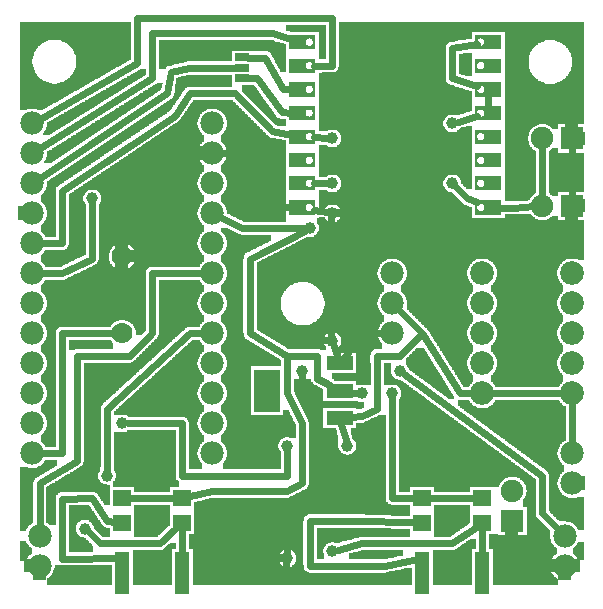
<source format=gbl>
G04 MADE WITH FRITZING*
G04 WWW.FRITZING.ORG*
G04 DOUBLE SIDED*
G04 HOLES PLATED*
G04 CONTOUR ON CENTER OF CONTOUR VECTOR*
%ASAXBY*%
%FSLAX23Y23*%
%MOIN*%
%OFA0B0*%
%SFA1.0B1.0*%
%ADD10C,0.075000*%
%ADD11C,0.039370*%
%ADD12C,0.078000*%
%ADD13C,0.070000*%
%ADD14C,0.079370*%
%ADD15R,0.075000X0.075000*%
%ADD16R,0.050000X0.025000*%
%ADD17R,0.051181X0.141823*%
%ADD18R,0.059055X0.055118*%
%ADD19R,0.088000X0.048000*%
%ADD20R,0.086614X0.141732*%
%ADD21C,0.024000*%
%ADD22R,0.001000X0.001000*%
%LNCOPPER0*%
G90*
G70*
G54D10*
X284Y1857D03*
X780Y1559D03*
X1861Y1437D03*
X1175Y1815D03*
X780Y815D03*
X579Y983D03*
X584Y759D03*
X1067Y408D03*
X1698Y560D03*
X422Y497D03*
X480Y261D03*
X1364Y611D03*
X1479Y107D03*
X479Y115D03*
G54D11*
X284Y1334D03*
X333Y409D03*
X258Y233D03*
X1084Y859D03*
X984Y759D03*
X934Y134D03*
X1284Y684D03*
X1184Y684D03*
X1084Y158D03*
X1309Y758D03*
X934Y509D03*
X384Y584D03*
X1134Y509D03*
G54D12*
X1859Y209D03*
X1859Y109D03*
X109Y209D03*
X109Y109D03*
G54D11*
X1484Y1584D03*
X1484Y1384D03*
X1084Y1384D03*
X1009Y1234D03*
X1084Y1534D03*
X1084Y1284D03*
G54D10*
X1884Y1309D03*
X1784Y1309D03*
X1884Y1534D03*
X1784Y1534D03*
X1684Y259D03*
X1684Y359D03*
G54D12*
X1884Y484D03*
X1884Y384D03*
X1284Y1084D03*
X1284Y984D03*
X1284Y884D03*
G54D13*
X384Y1140D03*
X384Y884D03*
X384Y1140D03*
X384Y884D03*
X384Y1140D03*
X384Y884D03*
G54D14*
X1884Y1084D03*
X1884Y984D03*
X1884Y884D03*
X1884Y784D03*
X1884Y684D03*
X1584Y1084D03*
X1584Y984D03*
X1584Y884D03*
X1584Y784D03*
X1584Y684D03*
G54D12*
X84Y1584D03*
X84Y1484D03*
X84Y1384D03*
X84Y1284D03*
X84Y1184D03*
X84Y1084D03*
X84Y984D03*
X84Y884D03*
X84Y784D03*
X84Y684D03*
X84Y584D03*
X84Y484D03*
X684Y1584D03*
X684Y1484D03*
X684Y1384D03*
X684Y1284D03*
X684Y1184D03*
X684Y1084D03*
X684Y984D03*
X684Y884D03*
X684Y784D03*
X684Y684D03*
X684Y584D03*
X684Y484D03*
G54D15*
X1884Y1309D03*
X1884Y1534D03*
X1684Y259D03*
G54D16*
X784Y1734D03*
X784Y1769D03*
X784Y1804D03*
G54D17*
X384Y84D03*
X584Y84D03*
X1384Y84D03*
X1584Y84D03*
G54D18*
X1384Y334D03*
X1384Y253D03*
X1584Y334D03*
X1584Y253D03*
X584Y334D03*
X584Y253D03*
X384Y334D03*
X384Y253D03*
G54D19*
X1109Y784D03*
X1109Y693D03*
X1109Y602D03*
G54D20*
X865Y693D03*
G54D21*
X484Y1084D02*
X484Y884D01*
D02*
X484Y884D02*
X409Y809D01*
D02*
X409Y809D02*
X234Y809D01*
D02*
X234Y809D02*
X234Y459D01*
D02*
X234Y459D02*
X109Y384D01*
D02*
X109Y384D02*
X109Y239D01*
D02*
X653Y1084D02*
X484Y1084D01*
D02*
X1384Y884D02*
X1305Y962D01*
D02*
X1184Y609D02*
X1234Y633D01*
D02*
X1234Y633D02*
X1233Y809D01*
D02*
X1233Y809D02*
X1309Y809D01*
D02*
X1309Y809D02*
X1384Y884D01*
D02*
X1147Y605D02*
X1184Y609D01*
D02*
X1408Y334D02*
X1560Y334D01*
D02*
X560Y334D02*
X408Y334D01*
D02*
X184Y1084D02*
X114Y1084D01*
D02*
X284Y1133D02*
X184Y1084D01*
D02*
X284Y1315D02*
X284Y1133D01*
D02*
X284Y334D02*
X334Y258D01*
D02*
X184Y333D02*
X284Y334D01*
D02*
X384Y134D02*
X184Y133D01*
D02*
X184Y133D02*
X184Y333D01*
D02*
X334Y258D02*
X360Y256D01*
D02*
X384Y84D02*
X384Y134D01*
D02*
X584Y231D02*
X584Y149D01*
D02*
X1584Y231D02*
X1584Y149D01*
D02*
X1258Y109D02*
X1009Y109D01*
D02*
X1158Y258D02*
X1360Y254D01*
D02*
X1384Y134D02*
X1258Y109D01*
D02*
X1009Y109D02*
X1009Y258D01*
D02*
X1009Y258D02*
X1158Y258D01*
D02*
X1384Y84D02*
X1384Y134D01*
D02*
X609Y884D02*
X653Y884D01*
D02*
X509Y184D02*
X309Y184D01*
D02*
X309Y184D02*
X272Y220D01*
D02*
X333Y428D02*
X334Y633D01*
D02*
X334Y633D02*
X609Y884D01*
D02*
X560Y231D02*
X509Y184D01*
D02*
X1033Y809D02*
X1034Y733D01*
D02*
X1034Y733D02*
X1075Y711D01*
D02*
X934Y809D02*
X1033Y809D01*
D02*
X934Y684D02*
X934Y809D01*
D02*
X984Y584D02*
X934Y684D01*
D02*
X984Y384D02*
X984Y584D01*
D02*
X684Y358D02*
X933Y358D01*
D02*
X933Y358D02*
X984Y384D01*
D02*
X608Y340D02*
X684Y358D01*
D02*
X1102Y802D02*
X1090Y841D01*
D02*
X984Y709D02*
X984Y740D01*
D02*
X1033Y358D02*
X1034Y609D01*
D02*
X1034Y609D02*
X984Y709D01*
D02*
X934Y309D02*
X1033Y358D01*
D02*
X934Y153D02*
X934Y309D01*
D02*
X1284Y334D02*
X1284Y665D01*
D02*
X1360Y334D02*
X1284Y334D01*
D02*
X1134Y684D02*
X1165Y684D01*
D02*
X1109Y693D02*
X1134Y684D01*
D02*
X1184Y184D02*
X1102Y163D01*
D02*
X1484Y184D02*
X1184Y184D01*
D02*
X1560Y236D02*
X1484Y184D01*
D02*
X809Y1133D02*
X809Y884D01*
D02*
X992Y1226D02*
X809Y1133D01*
D02*
X1034Y734D02*
X1076Y711D01*
D02*
X1034Y809D02*
X1034Y734D01*
D02*
X933Y809D02*
X1034Y809D01*
D02*
X809Y884D02*
X933Y809D01*
D02*
X1784Y409D02*
X1324Y747D01*
D02*
X1784Y284D02*
X1784Y409D01*
D02*
X1837Y230D02*
X1784Y284D01*
D02*
X1884Y653D02*
X1884Y514D01*
D02*
X1784Y1337D02*
X1784Y1505D01*
D02*
X1884Y1337D02*
X1884Y1505D01*
D02*
X1685Y1302D02*
X1755Y1307D01*
D02*
X1642Y1302D02*
X1685Y1302D01*
D02*
X584Y584D02*
X584Y408D01*
D02*
X584Y408D02*
X934Y408D01*
D02*
X403Y584D02*
X584Y584D01*
D02*
X934Y408D02*
X934Y490D01*
D02*
X1129Y527D02*
X1114Y583D01*
D02*
X1484Y1734D02*
X1565Y1708D01*
D02*
X1484Y1834D02*
X1484Y1734D01*
D02*
X1565Y1847D02*
X1484Y1834D01*
D02*
X1604Y1636D02*
X1604Y1678D01*
D02*
X1565Y1607D02*
X1502Y1589D01*
D02*
X1534Y1334D02*
X1565Y1320D01*
D02*
X1497Y1370D02*
X1534Y1334D01*
D02*
X1034Y1384D02*
X1022Y1384D01*
D02*
X1065Y1384D02*
X1034Y1384D01*
D02*
X184Y884D02*
X355Y884D01*
D02*
X184Y484D02*
X184Y884D01*
D02*
X114Y484D02*
X184Y484D01*
D02*
X915Y1620D02*
X834Y1734D01*
D02*
X834Y1734D02*
X803Y1734D01*
D02*
X945Y1619D02*
X915Y1620D01*
D02*
X918Y1697D02*
X861Y1803D01*
D02*
X861Y1803D02*
X803Y1803D01*
D02*
X945Y1697D02*
X918Y1697D01*
D02*
X434Y1784D02*
X434Y1934D01*
D02*
X434Y1934D02*
X1084Y1934D01*
D02*
X1084Y1934D02*
X1084Y1776D01*
D02*
X1084Y1776D02*
X1022Y1775D01*
D02*
X110Y1599D02*
X434Y1784D01*
D02*
X884Y1884D02*
X945Y1865D01*
D02*
X484Y1884D02*
X884Y1884D01*
D02*
X484Y1734D02*
X484Y1884D01*
D02*
X109Y1500D02*
X484Y1734D01*
D02*
X545Y1754D02*
X606Y1769D01*
D02*
X606Y1769D02*
X764Y1769D01*
D02*
X534Y1684D02*
X545Y1754D01*
D02*
X109Y1400D02*
X534Y1684D01*
D02*
X184Y1184D02*
X114Y1184D01*
D02*
X558Y1609D02*
X184Y1358D01*
D02*
X184Y1358D02*
X184Y1184D01*
D02*
X609Y1684D02*
X558Y1609D01*
D02*
X758Y1684D02*
X609Y1684D01*
D02*
X884Y1558D02*
X758Y1684D01*
D02*
X945Y1546D02*
X884Y1558D01*
D02*
X884Y1484D02*
X714Y1484D01*
D02*
X884Y1309D02*
X884Y1484D01*
D02*
X945Y1305D02*
X884Y1309D01*
D02*
X1184Y884D02*
X1253Y884D01*
D02*
X1122Y802D02*
X1184Y884D01*
D02*
X1614Y684D02*
X1853Y684D01*
D02*
X1509Y684D02*
X1553Y684D01*
D02*
X1384Y884D02*
X1509Y684D01*
D02*
X1305Y962D02*
X1384Y884D01*
D02*
X784Y1234D02*
X990Y1234D01*
D02*
X711Y1270D02*
X784Y1234D01*
D02*
X1065Y1535D02*
X1022Y1537D01*
D02*
X1022Y1295D02*
X1065Y1287D01*
G36*
X44Y1922D02*
X44Y1862D01*
X170Y1862D01*
X170Y1860D01*
X178Y1860D01*
X178Y1858D01*
X184Y1858D01*
X184Y1856D01*
X188Y1856D01*
X188Y1854D01*
X192Y1854D01*
X192Y1852D01*
X196Y1852D01*
X196Y1850D01*
X200Y1850D01*
X200Y1848D01*
X202Y1848D01*
X202Y1846D01*
X204Y1846D01*
X204Y1844D01*
X206Y1844D01*
X206Y1842D01*
X208Y1842D01*
X208Y1840D01*
X210Y1840D01*
X210Y1838D01*
X212Y1838D01*
X212Y1836D01*
X214Y1836D01*
X214Y1834D01*
X216Y1834D01*
X216Y1832D01*
X218Y1832D01*
X218Y1828D01*
X220Y1828D01*
X220Y1824D01*
X222Y1824D01*
X222Y1820D01*
X224Y1820D01*
X224Y1816D01*
X226Y1816D01*
X226Y1810D01*
X228Y1810D01*
X228Y1802D01*
X230Y1802D01*
X230Y1776D01*
X228Y1776D01*
X228Y1768D01*
X226Y1768D01*
X226Y1762D01*
X224Y1762D01*
X224Y1758D01*
X222Y1758D01*
X222Y1754D01*
X220Y1754D01*
X220Y1750D01*
X218Y1750D01*
X218Y1748D01*
X216Y1748D01*
X216Y1744D01*
X214Y1744D01*
X214Y1742D01*
X212Y1742D01*
X212Y1740D01*
X210Y1740D01*
X210Y1738D01*
X208Y1738D01*
X208Y1736D01*
X206Y1736D01*
X206Y1734D01*
X204Y1734D01*
X204Y1732D01*
X202Y1732D01*
X202Y1730D01*
X198Y1730D01*
X198Y1728D01*
X194Y1728D01*
X194Y1726D01*
X192Y1726D01*
X192Y1724D01*
X188Y1724D01*
X188Y1722D01*
X182Y1722D01*
X182Y1720D01*
X176Y1720D01*
X176Y1718D01*
X166Y1718D01*
X166Y1716D01*
X274Y1716D01*
X274Y1718D01*
X276Y1718D01*
X276Y1720D01*
X280Y1720D01*
X280Y1722D01*
X284Y1722D01*
X284Y1724D01*
X288Y1724D01*
X288Y1726D01*
X290Y1726D01*
X290Y1728D01*
X294Y1728D01*
X294Y1730D01*
X298Y1730D01*
X298Y1732D01*
X302Y1732D01*
X302Y1734D01*
X304Y1734D01*
X304Y1736D01*
X308Y1736D01*
X308Y1738D01*
X312Y1738D01*
X312Y1740D01*
X316Y1740D01*
X316Y1742D01*
X318Y1742D01*
X318Y1744D01*
X322Y1744D01*
X322Y1746D01*
X326Y1746D01*
X326Y1748D01*
X330Y1748D01*
X330Y1750D01*
X332Y1750D01*
X332Y1752D01*
X336Y1752D01*
X336Y1754D01*
X340Y1754D01*
X340Y1756D01*
X344Y1756D01*
X344Y1758D01*
X346Y1758D01*
X346Y1760D01*
X350Y1760D01*
X350Y1762D01*
X354Y1762D01*
X354Y1764D01*
X358Y1764D01*
X358Y1766D01*
X360Y1766D01*
X360Y1768D01*
X364Y1768D01*
X364Y1770D01*
X368Y1770D01*
X368Y1772D01*
X372Y1772D01*
X372Y1774D01*
X374Y1774D01*
X374Y1776D01*
X378Y1776D01*
X378Y1778D01*
X382Y1778D01*
X382Y1780D01*
X386Y1780D01*
X386Y1782D01*
X388Y1782D01*
X388Y1784D01*
X392Y1784D01*
X392Y1786D01*
X396Y1786D01*
X396Y1788D01*
X400Y1788D01*
X400Y1790D01*
X402Y1790D01*
X402Y1792D01*
X406Y1792D01*
X406Y1794D01*
X410Y1794D01*
X410Y1796D01*
X412Y1796D01*
X412Y1922D01*
X44Y1922D01*
G37*
D02*
G36*
X44Y1862D02*
X44Y1716D01*
X148Y1716D01*
X148Y1718D01*
X138Y1718D01*
X138Y1720D01*
X132Y1720D01*
X132Y1722D01*
X128Y1722D01*
X128Y1724D01*
X124Y1724D01*
X124Y1726D01*
X120Y1726D01*
X120Y1728D01*
X116Y1728D01*
X116Y1730D01*
X114Y1730D01*
X114Y1732D01*
X110Y1732D01*
X110Y1734D01*
X108Y1734D01*
X108Y1736D01*
X106Y1736D01*
X106Y1738D01*
X104Y1738D01*
X104Y1740D01*
X102Y1740D01*
X102Y1742D01*
X100Y1742D01*
X100Y1746D01*
X98Y1746D01*
X98Y1748D01*
X96Y1748D01*
X96Y1752D01*
X94Y1752D01*
X94Y1756D01*
X92Y1756D01*
X92Y1760D01*
X90Y1760D01*
X90Y1764D01*
X88Y1764D01*
X88Y1770D01*
X86Y1770D01*
X86Y1780D01*
X84Y1780D01*
X84Y1798D01*
X86Y1798D01*
X86Y1808D01*
X88Y1808D01*
X88Y1814D01*
X90Y1814D01*
X90Y1820D01*
X92Y1820D01*
X92Y1824D01*
X94Y1824D01*
X94Y1826D01*
X96Y1826D01*
X96Y1830D01*
X98Y1830D01*
X98Y1832D01*
X100Y1832D01*
X100Y1836D01*
X102Y1836D01*
X102Y1838D01*
X104Y1838D01*
X104Y1840D01*
X106Y1840D01*
X106Y1842D01*
X108Y1842D01*
X108Y1844D01*
X110Y1844D01*
X110Y1846D01*
X112Y1846D01*
X112Y1848D01*
X116Y1848D01*
X116Y1850D01*
X118Y1850D01*
X118Y1852D01*
X122Y1852D01*
X122Y1854D01*
X126Y1854D01*
X126Y1856D01*
X130Y1856D01*
X130Y1858D01*
X136Y1858D01*
X136Y1860D01*
X144Y1860D01*
X144Y1862D01*
X44Y1862D01*
G37*
D02*
G36*
X44Y1716D02*
X44Y1714D01*
X270Y1714D01*
X270Y1716D01*
X44Y1716D01*
G37*
D02*
G36*
X44Y1716D02*
X44Y1714D01*
X270Y1714D01*
X270Y1716D01*
X44Y1716D01*
G37*
D02*
G36*
X44Y1714D02*
X44Y1632D01*
X94Y1632D01*
X94Y1630D01*
X100Y1630D01*
X100Y1628D01*
X120Y1628D01*
X120Y1630D01*
X122Y1630D01*
X122Y1632D01*
X126Y1632D01*
X126Y1634D01*
X130Y1634D01*
X130Y1636D01*
X134Y1636D01*
X134Y1638D01*
X136Y1638D01*
X136Y1640D01*
X140Y1640D01*
X140Y1642D01*
X144Y1642D01*
X144Y1644D01*
X148Y1644D01*
X148Y1646D01*
X150Y1646D01*
X150Y1648D01*
X154Y1648D01*
X154Y1650D01*
X158Y1650D01*
X158Y1652D01*
X162Y1652D01*
X162Y1654D01*
X164Y1654D01*
X164Y1656D01*
X168Y1656D01*
X168Y1658D01*
X172Y1658D01*
X172Y1660D01*
X176Y1660D01*
X176Y1662D01*
X178Y1662D01*
X178Y1664D01*
X182Y1664D01*
X182Y1666D01*
X186Y1666D01*
X186Y1668D01*
X190Y1668D01*
X190Y1670D01*
X192Y1670D01*
X192Y1672D01*
X196Y1672D01*
X196Y1674D01*
X200Y1674D01*
X200Y1676D01*
X204Y1676D01*
X204Y1678D01*
X206Y1678D01*
X206Y1680D01*
X210Y1680D01*
X210Y1682D01*
X214Y1682D01*
X214Y1684D01*
X218Y1684D01*
X218Y1686D01*
X220Y1686D01*
X220Y1688D01*
X224Y1688D01*
X224Y1690D01*
X228Y1690D01*
X228Y1692D01*
X232Y1692D01*
X232Y1694D01*
X234Y1694D01*
X234Y1696D01*
X238Y1696D01*
X238Y1698D01*
X242Y1698D01*
X242Y1700D01*
X246Y1700D01*
X246Y1702D01*
X248Y1702D01*
X248Y1704D01*
X252Y1704D01*
X252Y1706D01*
X256Y1706D01*
X256Y1708D01*
X260Y1708D01*
X260Y1710D01*
X262Y1710D01*
X262Y1712D01*
X266Y1712D01*
X266Y1714D01*
X44Y1714D01*
G37*
D02*
G36*
X44Y1632D02*
X44Y1628D01*
X66Y1628D01*
X66Y1630D01*
X74Y1630D01*
X74Y1632D01*
X44Y1632D01*
G37*
D02*
G36*
X928Y1912D02*
X928Y1892D01*
X934Y1892D01*
X934Y1890D01*
X942Y1890D01*
X942Y1888D01*
X1038Y1888D01*
X1038Y1798D01*
X1062Y1798D01*
X1062Y1912D01*
X928Y1912D01*
G37*
D02*
G36*
X506Y1862D02*
X506Y1826D01*
X818Y1826D01*
X818Y1824D01*
X868Y1824D01*
X868Y1822D01*
X874Y1822D01*
X874Y1820D01*
X876Y1820D01*
X876Y1818D01*
X878Y1818D01*
X878Y1816D01*
X880Y1816D01*
X880Y1812D01*
X882Y1812D01*
X882Y1808D01*
X884Y1808D01*
X884Y1804D01*
X886Y1804D01*
X886Y1802D01*
X888Y1802D01*
X888Y1798D01*
X890Y1798D01*
X890Y1794D01*
X892Y1794D01*
X892Y1790D01*
X894Y1790D01*
X894Y1786D01*
X896Y1786D01*
X896Y1782D01*
X898Y1782D01*
X898Y1778D01*
X900Y1778D01*
X900Y1774D01*
X902Y1774D01*
X902Y1772D01*
X904Y1772D01*
X904Y1768D01*
X906Y1768D01*
X906Y1764D01*
X908Y1764D01*
X908Y1760D01*
X910Y1760D01*
X910Y1756D01*
X930Y1756D01*
X930Y1846D01*
X928Y1846D01*
X928Y1848D01*
X922Y1848D01*
X922Y1850D01*
X914Y1850D01*
X914Y1852D01*
X908Y1852D01*
X908Y1854D01*
X902Y1854D01*
X902Y1856D01*
X894Y1856D01*
X894Y1858D01*
X888Y1858D01*
X888Y1860D01*
X882Y1860D01*
X882Y1862D01*
X506Y1862D01*
G37*
D02*
G36*
X506Y1826D02*
X506Y1764D01*
X526Y1764D01*
X526Y1766D01*
X528Y1766D01*
X528Y1768D01*
X530Y1768D01*
X530Y1770D01*
X532Y1770D01*
X532Y1772D01*
X534Y1772D01*
X534Y1774D01*
X540Y1774D01*
X540Y1776D01*
X548Y1776D01*
X548Y1778D01*
X556Y1778D01*
X556Y1780D01*
X564Y1780D01*
X564Y1782D01*
X574Y1782D01*
X574Y1784D01*
X582Y1784D01*
X582Y1786D01*
X590Y1786D01*
X590Y1788D01*
X598Y1788D01*
X598Y1790D01*
X748Y1790D01*
X748Y1826D01*
X506Y1826D01*
G37*
D02*
G36*
X1520Y1818D02*
X1520Y1816D01*
X1508Y1816D01*
X1508Y1814D01*
X1506Y1814D01*
X1506Y1748D01*
X1514Y1748D01*
X1514Y1746D01*
X1520Y1746D01*
X1520Y1744D01*
X1526Y1744D01*
X1526Y1742D01*
X1550Y1742D01*
X1550Y1818D01*
X1520Y1818D01*
G37*
D02*
G36*
X442Y1764D02*
X442Y1762D01*
X440Y1762D01*
X440Y1760D01*
X436Y1760D01*
X436Y1758D01*
X432Y1758D01*
X432Y1756D01*
X428Y1756D01*
X428Y1754D01*
X426Y1754D01*
X426Y1752D01*
X422Y1752D01*
X422Y1750D01*
X418Y1750D01*
X418Y1748D01*
X414Y1748D01*
X414Y1746D01*
X412Y1746D01*
X412Y1744D01*
X408Y1744D01*
X408Y1742D01*
X404Y1742D01*
X404Y1740D01*
X400Y1740D01*
X400Y1738D01*
X398Y1738D01*
X398Y1736D01*
X394Y1736D01*
X394Y1734D01*
X390Y1734D01*
X390Y1732D01*
X386Y1732D01*
X386Y1730D01*
X384Y1730D01*
X384Y1728D01*
X380Y1728D01*
X380Y1726D01*
X376Y1726D01*
X376Y1724D01*
X372Y1724D01*
X372Y1722D01*
X370Y1722D01*
X370Y1720D01*
X366Y1720D01*
X366Y1718D01*
X362Y1718D01*
X362Y1716D01*
X358Y1716D01*
X358Y1714D01*
X356Y1714D01*
X356Y1712D01*
X352Y1712D01*
X352Y1710D01*
X348Y1710D01*
X348Y1708D01*
X344Y1708D01*
X344Y1706D01*
X342Y1706D01*
X342Y1704D01*
X338Y1704D01*
X338Y1702D01*
X334Y1702D01*
X334Y1700D01*
X330Y1700D01*
X330Y1698D01*
X328Y1698D01*
X328Y1696D01*
X324Y1696D01*
X324Y1694D01*
X320Y1694D01*
X320Y1692D01*
X316Y1692D01*
X316Y1690D01*
X314Y1690D01*
X314Y1688D01*
X310Y1688D01*
X310Y1686D01*
X306Y1686D01*
X306Y1684D01*
X302Y1684D01*
X302Y1682D01*
X300Y1682D01*
X300Y1680D01*
X296Y1680D01*
X296Y1678D01*
X292Y1678D01*
X292Y1676D01*
X288Y1676D01*
X288Y1674D01*
X286Y1674D01*
X286Y1672D01*
X282Y1672D01*
X282Y1670D01*
X278Y1670D01*
X278Y1668D01*
X274Y1668D01*
X274Y1666D01*
X272Y1666D01*
X272Y1664D01*
X268Y1664D01*
X268Y1662D01*
X264Y1662D01*
X264Y1660D01*
X260Y1660D01*
X260Y1658D01*
X258Y1658D01*
X258Y1656D01*
X254Y1656D01*
X254Y1654D01*
X250Y1654D01*
X250Y1652D01*
X246Y1652D01*
X246Y1650D01*
X244Y1650D01*
X244Y1648D01*
X240Y1648D01*
X240Y1646D01*
X236Y1646D01*
X236Y1644D01*
X232Y1644D01*
X232Y1642D01*
X230Y1642D01*
X230Y1640D01*
X226Y1640D01*
X226Y1638D01*
X222Y1638D01*
X222Y1636D01*
X218Y1636D01*
X218Y1634D01*
X216Y1634D01*
X216Y1632D01*
X212Y1632D01*
X212Y1630D01*
X208Y1630D01*
X208Y1628D01*
X204Y1628D01*
X204Y1626D01*
X202Y1626D01*
X202Y1624D01*
X198Y1624D01*
X198Y1622D01*
X194Y1622D01*
X194Y1620D01*
X190Y1620D01*
X190Y1618D01*
X188Y1618D01*
X188Y1616D01*
X184Y1616D01*
X184Y1614D01*
X180Y1614D01*
X180Y1612D01*
X176Y1612D01*
X176Y1610D01*
X174Y1610D01*
X174Y1608D01*
X170Y1608D01*
X170Y1606D01*
X166Y1606D01*
X166Y1604D01*
X162Y1604D01*
X162Y1602D01*
X160Y1602D01*
X160Y1600D01*
X156Y1600D01*
X156Y1598D01*
X152Y1598D01*
X152Y1596D01*
X148Y1596D01*
X148Y1594D01*
X146Y1594D01*
X146Y1592D01*
X142Y1592D01*
X142Y1590D01*
X138Y1590D01*
X138Y1588D01*
X134Y1588D01*
X134Y1586D01*
X132Y1586D01*
X132Y1572D01*
X130Y1572D01*
X130Y1566D01*
X128Y1566D01*
X128Y1562D01*
X126Y1562D01*
X126Y1558D01*
X124Y1558D01*
X124Y1554D01*
X122Y1554D01*
X122Y1552D01*
X120Y1552D01*
X120Y1544D01*
X140Y1544D01*
X140Y1546D01*
X144Y1546D01*
X144Y1548D01*
X148Y1548D01*
X148Y1550D01*
X150Y1550D01*
X150Y1552D01*
X154Y1552D01*
X154Y1554D01*
X156Y1554D01*
X156Y1556D01*
X160Y1556D01*
X160Y1558D01*
X164Y1558D01*
X164Y1560D01*
X166Y1560D01*
X166Y1562D01*
X170Y1562D01*
X170Y1564D01*
X172Y1564D01*
X172Y1566D01*
X176Y1566D01*
X176Y1568D01*
X180Y1568D01*
X180Y1570D01*
X182Y1570D01*
X182Y1572D01*
X186Y1572D01*
X186Y1574D01*
X188Y1574D01*
X188Y1576D01*
X192Y1576D01*
X192Y1578D01*
X196Y1578D01*
X196Y1580D01*
X198Y1580D01*
X198Y1582D01*
X202Y1582D01*
X202Y1584D01*
X204Y1584D01*
X204Y1586D01*
X208Y1586D01*
X208Y1588D01*
X212Y1588D01*
X212Y1590D01*
X214Y1590D01*
X214Y1592D01*
X218Y1592D01*
X218Y1594D01*
X220Y1594D01*
X220Y1596D01*
X224Y1596D01*
X224Y1598D01*
X228Y1598D01*
X228Y1600D01*
X230Y1600D01*
X230Y1602D01*
X234Y1602D01*
X234Y1604D01*
X236Y1604D01*
X236Y1606D01*
X240Y1606D01*
X240Y1608D01*
X244Y1608D01*
X244Y1610D01*
X246Y1610D01*
X246Y1612D01*
X250Y1612D01*
X250Y1614D01*
X252Y1614D01*
X252Y1616D01*
X256Y1616D01*
X256Y1618D01*
X260Y1618D01*
X260Y1620D01*
X262Y1620D01*
X262Y1622D01*
X266Y1622D01*
X266Y1624D01*
X268Y1624D01*
X268Y1626D01*
X272Y1626D01*
X272Y1628D01*
X276Y1628D01*
X276Y1630D01*
X278Y1630D01*
X278Y1632D01*
X282Y1632D01*
X282Y1634D01*
X284Y1634D01*
X284Y1636D01*
X288Y1636D01*
X288Y1638D01*
X292Y1638D01*
X292Y1640D01*
X294Y1640D01*
X294Y1642D01*
X298Y1642D01*
X298Y1644D01*
X300Y1644D01*
X300Y1646D01*
X304Y1646D01*
X304Y1648D01*
X308Y1648D01*
X308Y1650D01*
X310Y1650D01*
X310Y1652D01*
X314Y1652D01*
X314Y1654D01*
X316Y1654D01*
X316Y1656D01*
X320Y1656D01*
X320Y1658D01*
X324Y1658D01*
X324Y1660D01*
X326Y1660D01*
X326Y1662D01*
X330Y1662D01*
X330Y1664D01*
X332Y1664D01*
X332Y1666D01*
X336Y1666D01*
X336Y1668D01*
X340Y1668D01*
X340Y1670D01*
X342Y1670D01*
X342Y1672D01*
X346Y1672D01*
X346Y1674D01*
X348Y1674D01*
X348Y1676D01*
X352Y1676D01*
X352Y1678D01*
X356Y1678D01*
X356Y1680D01*
X358Y1680D01*
X358Y1682D01*
X362Y1682D01*
X362Y1684D01*
X364Y1684D01*
X364Y1686D01*
X368Y1686D01*
X368Y1688D01*
X372Y1688D01*
X372Y1690D01*
X374Y1690D01*
X374Y1692D01*
X378Y1692D01*
X378Y1694D01*
X380Y1694D01*
X380Y1696D01*
X384Y1696D01*
X384Y1698D01*
X388Y1698D01*
X388Y1700D01*
X390Y1700D01*
X390Y1702D01*
X394Y1702D01*
X394Y1704D01*
X396Y1704D01*
X396Y1706D01*
X400Y1706D01*
X400Y1708D01*
X404Y1708D01*
X404Y1710D01*
X406Y1710D01*
X406Y1712D01*
X410Y1712D01*
X410Y1714D01*
X412Y1714D01*
X412Y1716D01*
X416Y1716D01*
X416Y1718D01*
X420Y1718D01*
X420Y1720D01*
X422Y1720D01*
X422Y1722D01*
X426Y1722D01*
X426Y1724D01*
X428Y1724D01*
X428Y1726D01*
X432Y1726D01*
X432Y1728D01*
X436Y1728D01*
X436Y1730D01*
X438Y1730D01*
X438Y1732D01*
X442Y1732D01*
X442Y1734D01*
X444Y1734D01*
X444Y1736D01*
X448Y1736D01*
X448Y1738D01*
X452Y1738D01*
X452Y1740D01*
X454Y1740D01*
X454Y1742D01*
X458Y1742D01*
X458Y1744D01*
X460Y1744D01*
X460Y1746D01*
X462Y1746D01*
X462Y1764D01*
X442Y1764D01*
G37*
D02*
G36*
X604Y1746D02*
X604Y1744D01*
X596Y1744D01*
X596Y1742D01*
X586Y1742D01*
X586Y1740D01*
X578Y1740D01*
X578Y1738D01*
X570Y1738D01*
X570Y1736D01*
X564Y1736D01*
X564Y1726D01*
X562Y1726D01*
X562Y1714D01*
X560Y1714D01*
X560Y1700D01*
X558Y1700D01*
X558Y1686D01*
X556Y1686D01*
X556Y1676D01*
X554Y1676D01*
X554Y1672D01*
X552Y1672D01*
X552Y1668D01*
X550Y1668D01*
X550Y1666D01*
X546Y1666D01*
X546Y1664D01*
X544Y1664D01*
X544Y1662D01*
X540Y1662D01*
X540Y1660D01*
X538Y1660D01*
X538Y1658D01*
X534Y1658D01*
X534Y1656D01*
X532Y1656D01*
X532Y1654D01*
X528Y1654D01*
X528Y1652D01*
X526Y1652D01*
X526Y1650D01*
X522Y1650D01*
X522Y1648D01*
X520Y1648D01*
X520Y1646D01*
X516Y1646D01*
X516Y1644D01*
X514Y1644D01*
X514Y1642D01*
X510Y1642D01*
X510Y1640D01*
X508Y1640D01*
X508Y1638D01*
X504Y1638D01*
X504Y1636D01*
X502Y1636D01*
X502Y1634D01*
X498Y1634D01*
X498Y1632D01*
X496Y1632D01*
X496Y1630D01*
X492Y1630D01*
X492Y1628D01*
X490Y1628D01*
X490Y1626D01*
X486Y1626D01*
X486Y1624D01*
X484Y1624D01*
X484Y1622D01*
X480Y1622D01*
X480Y1620D01*
X478Y1620D01*
X478Y1618D01*
X474Y1618D01*
X474Y1616D01*
X472Y1616D01*
X472Y1614D01*
X468Y1614D01*
X468Y1612D01*
X466Y1612D01*
X466Y1610D01*
X462Y1610D01*
X462Y1608D01*
X460Y1608D01*
X460Y1606D01*
X456Y1606D01*
X456Y1604D01*
X454Y1604D01*
X454Y1602D01*
X450Y1602D01*
X450Y1600D01*
X448Y1600D01*
X448Y1598D01*
X444Y1598D01*
X444Y1596D01*
X442Y1596D01*
X442Y1594D01*
X438Y1594D01*
X438Y1592D01*
X436Y1592D01*
X436Y1590D01*
X432Y1590D01*
X432Y1588D01*
X430Y1588D01*
X430Y1586D01*
X426Y1586D01*
X426Y1584D01*
X424Y1584D01*
X424Y1582D01*
X420Y1582D01*
X420Y1580D01*
X418Y1580D01*
X418Y1578D01*
X414Y1578D01*
X414Y1576D01*
X412Y1576D01*
X412Y1574D01*
X408Y1574D01*
X408Y1572D01*
X406Y1572D01*
X406Y1570D01*
X402Y1570D01*
X402Y1568D01*
X400Y1568D01*
X400Y1566D01*
X396Y1566D01*
X396Y1564D01*
X394Y1564D01*
X394Y1562D01*
X390Y1562D01*
X390Y1560D01*
X388Y1560D01*
X388Y1558D01*
X384Y1558D01*
X384Y1556D01*
X382Y1556D01*
X382Y1554D01*
X378Y1554D01*
X378Y1552D01*
X376Y1552D01*
X376Y1550D01*
X372Y1550D01*
X372Y1548D01*
X370Y1548D01*
X370Y1546D01*
X366Y1546D01*
X366Y1544D01*
X364Y1544D01*
X364Y1542D01*
X360Y1542D01*
X360Y1540D01*
X358Y1540D01*
X358Y1538D01*
X354Y1538D01*
X354Y1536D01*
X352Y1536D01*
X352Y1534D01*
X348Y1534D01*
X348Y1532D01*
X346Y1532D01*
X346Y1530D01*
X342Y1530D01*
X342Y1528D01*
X340Y1528D01*
X340Y1526D01*
X336Y1526D01*
X336Y1524D01*
X334Y1524D01*
X334Y1522D01*
X330Y1522D01*
X330Y1520D01*
X328Y1520D01*
X328Y1518D01*
X324Y1518D01*
X324Y1516D01*
X322Y1516D01*
X322Y1514D01*
X318Y1514D01*
X318Y1512D01*
X316Y1512D01*
X316Y1510D01*
X312Y1510D01*
X312Y1508D01*
X310Y1508D01*
X310Y1506D01*
X306Y1506D01*
X306Y1504D01*
X304Y1504D01*
X304Y1502D01*
X300Y1502D01*
X300Y1500D01*
X298Y1500D01*
X298Y1498D01*
X294Y1498D01*
X294Y1496D01*
X292Y1496D01*
X292Y1494D01*
X288Y1494D01*
X288Y1492D01*
X286Y1492D01*
X286Y1490D01*
X282Y1490D01*
X282Y1488D01*
X280Y1488D01*
X280Y1486D01*
X276Y1486D01*
X276Y1484D01*
X274Y1484D01*
X274Y1482D01*
X270Y1482D01*
X270Y1480D01*
X268Y1480D01*
X268Y1478D01*
X264Y1478D01*
X264Y1476D01*
X262Y1476D01*
X262Y1474D01*
X258Y1474D01*
X258Y1472D01*
X256Y1472D01*
X256Y1470D01*
X252Y1470D01*
X252Y1468D01*
X250Y1468D01*
X250Y1466D01*
X246Y1466D01*
X246Y1464D01*
X244Y1464D01*
X244Y1462D01*
X240Y1462D01*
X240Y1460D01*
X238Y1460D01*
X238Y1458D01*
X234Y1458D01*
X234Y1456D01*
X232Y1456D01*
X232Y1454D01*
X228Y1454D01*
X228Y1452D01*
X226Y1452D01*
X226Y1450D01*
X222Y1450D01*
X222Y1448D01*
X220Y1448D01*
X220Y1446D01*
X216Y1446D01*
X216Y1444D01*
X214Y1444D01*
X214Y1442D01*
X210Y1442D01*
X210Y1440D01*
X208Y1440D01*
X208Y1438D01*
X204Y1438D01*
X204Y1436D01*
X202Y1436D01*
X202Y1434D01*
X198Y1434D01*
X198Y1432D01*
X196Y1432D01*
X196Y1430D01*
X192Y1430D01*
X192Y1428D01*
X190Y1428D01*
X190Y1426D01*
X186Y1426D01*
X186Y1424D01*
X184Y1424D01*
X184Y1422D01*
X180Y1422D01*
X180Y1420D01*
X178Y1420D01*
X178Y1418D01*
X174Y1418D01*
X174Y1416D01*
X172Y1416D01*
X172Y1414D01*
X168Y1414D01*
X168Y1412D01*
X166Y1412D01*
X166Y1410D01*
X162Y1410D01*
X162Y1408D01*
X160Y1408D01*
X160Y1406D01*
X156Y1406D01*
X156Y1404D01*
X154Y1404D01*
X154Y1402D01*
X150Y1402D01*
X150Y1400D01*
X146Y1400D01*
X146Y1398D01*
X144Y1398D01*
X144Y1396D01*
X140Y1396D01*
X140Y1394D01*
X138Y1394D01*
X138Y1392D01*
X134Y1392D01*
X134Y1390D01*
X132Y1390D01*
X132Y1372D01*
X130Y1372D01*
X130Y1366D01*
X128Y1366D01*
X128Y1362D01*
X126Y1362D01*
X126Y1358D01*
X124Y1358D01*
X124Y1354D01*
X122Y1354D01*
X122Y1352D01*
X120Y1352D01*
X120Y1350D01*
X118Y1350D01*
X118Y1348D01*
X116Y1348D01*
X116Y1346D01*
X114Y1346D01*
X114Y1344D01*
X112Y1344D01*
X112Y1322D01*
X114Y1322D01*
X114Y1320D01*
X116Y1320D01*
X116Y1318D01*
X118Y1318D01*
X118Y1316D01*
X120Y1316D01*
X120Y1314D01*
X122Y1314D01*
X122Y1312D01*
X124Y1312D01*
X124Y1310D01*
X126Y1310D01*
X126Y1306D01*
X128Y1306D01*
X128Y1302D01*
X130Y1302D01*
X130Y1294D01*
X132Y1294D01*
X132Y1272D01*
X130Y1272D01*
X130Y1266D01*
X128Y1266D01*
X128Y1262D01*
X126Y1262D01*
X126Y1258D01*
X124Y1258D01*
X124Y1254D01*
X122Y1254D01*
X122Y1252D01*
X120Y1252D01*
X120Y1250D01*
X118Y1250D01*
X118Y1248D01*
X116Y1248D01*
X116Y1246D01*
X114Y1246D01*
X114Y1244D01*
X112Y1244D01*
X112Y1222D01*
X114Y1222D01*
X114Y1220D01*
X116Y1220D01*
X116Y1218D01*
X118Y1218D01*
X118Y1216D01*
X120Y1216D01*
X120Y1214D01*
X122Y1214D01*
X122Y1212D01*
X124Y1212D01*
X124Y1210D01*
X126Y1210D01*
X126Y1206D01*
X162Y1206D01*
X162Y1366D01*
X164Y1366D01*
X164Y1370D01*
X166Y1370D01*
X166Y1372D01*
X168Y1372D01*
X168Y1374D01*
X170Y1374D01*
X170Y1376D01*
X172Y1376D01*
X172Y1378D01*
X176Y1378D01*
X176Y1380D01*
X178Y1380D01*
X178Y1382D01*
X182Y1382D01*
X182Y1384D01*
X184Y1384D01*
X184Y1386D01*
X188Y1386D01*
X188Y1388D01*
X190Y1388D01*
X190Y1390D01*
X194Y1390D01*
X194Y1392D01*
X196Y1392D01*
X196Y1394D01*
X200Y1394D01*
X200Y1396D01*
X202Y1396D01*
X202Y1398D01*
X206Y1398D01*
X206Y1400D01*
X208Y1400D01*
X208Y1402D01*
X212Y1402D01*
X212Y1404D01*
X214Y1404D01*
X214Y1406D01*
X218Y1406D01*
X218Y1408D01*
X220Y1408D01*
X220Y1410D01*
X224Y1410D01*
X224Y1412D01*
X226Y1412D01*
X226Y1414D01*
X230Y1414D01*
X230Y1416D01*
X232Y1416D01*
X232Y1418D01*
X236Y1418D01*
X236Y1420D01*
X238Y1420D01*
X238Y1422D01*
X242Y1422D01*
X242Y1424D01*
X244Y1424D01*
X244Y1426D01*
X248Y1426D01*
X248Y1428D01*
X250Y1428D01*
X250Y1430D01*
X254Y1430D01*
X254Y1432D01*
X256Y1432D01*
X256Y1434D01*
X260Y1434D01*
X260Y1436D01*
X262Y1436D01*
X262Y1438D01*
X266Y1438D01*
X266Y1440D01*
X268Y1440D01*
X268Y1442D01*
X272Y1442D01*
X272Y1444D01*
X274Y1444D01*
X274Y1446D01*
X278Y1446D01*
X278Y1448D01*
X280Y1448D01*
X280Y1450D01*
X284Y1450D01*
X284Y1452D01*
X286Y1452D01*
X286Y1454D01*
X290Y1454D01*
X290Y1456D01*
X292Y1456D01*
X292Y1458D01*
X296Y1458D01*
X296Y1460D01*
X298Y1460D01*
X298Y1462D01*
X302Y1462D01*
X302Y1464D01*
X304Y1464D01*
X304Y1466D01*
X308Y1466D01*
X308Y1468D01*
X310Y1468D01*
X310Y1470D01*
X314Y1470D01*
X314Y1472D01*
X316Y1472D01*
X316Y1474D01*
X320Y1474D01*
X320Y1476D01*
X322Y1476D01*
X322Y1478D01*
X324Y1478D01*
X324Y1480D01*
X328Y1480D01*
X328Y1482D01*
X330Y1482D01*
X330Y1484D01*
X334Y1484D01*
X334Y1486D01*
X336Y1486D01*
X336Y1488D01*
X340Y1488D01*
X340Y1490D01*
X342Y1490D01*
X342Y1492D01*
X346Y1492D01*
X346Y1494D01*
X348Y1494D01*
X348Y1496D01*
X352Y1496D01*
X352Y1498D01*
X354Y1498D01*
X354Y1500D01*
X358Y1500D01*
X358Y1502D01*
X360Y1502D01*
X360Y1504D01*
X364Y1504D01*
X364Y1506D01*
X366Y1506D01*
X366Y1508D01*
X370Y1508D01*
X370Y1510D01*
X372Y1510D01*
X372Y1512D01*
X376Y1512D01*
X376Y1514D01*
X378Y1514D01*
X378Y1516D01*
X382Y1516D01*
X382Y1518D01*
X384Y1518D01*
X384Y1520D01*
X388Y1520D01*
X388Y1522D01*
X390Y1522D01*
X390Y1524D01*
X394Y1524D01*
X394Y1526D01*
X396Y1526D01*
X396Y1528D01*
X400Y1528D01*
X400Y1530D01*
X402Y1530D01*
X402Y1532D01*
X406Y1532D01*
X406Y1534D01*
X408Y1534D01*
X408Y1536D01*
X412Y1536D01*
X412Y1538D01*
X414Y1538D01*
X414Y1540D01*
X418Y1540D01*
X418Y1542D01*
X420Y1542D01*
X420Y1544D01*
X424Y1544D01*
X424Y1546D01*
X426Y1546D01*
X426Y1548D01*
X430Y1548D01*
X430Y1550D01*
X432Y1550D01*
X432Y1552D01*
X436Y1552D01*
X436Y1554D01*
X438Y1554D01*
X438Y1556D01*
X442Y1556D01*
X442Y1558D01*
X444Y1558D01*
X444Y1560D01*
X448Y1560D01*
X448Y1562D01*
X450Y1562D01*
X450Y1564D01*
X454Y1564D01*
X454Y1566D01*
X456Y1566D01*
X456Y1568D01*
X460Y1568D01*
X460Y1570D01*
X462Y1570D01*
X462Y1572D01*
X466Y1572D01*
X466Y1574D01*
X468Y1574D01*
X468Y1576D01*
X472Y1576D01*
X472Y1578D01*
X474Y1578D01*
X474Y1580D01*
X478Y1580D01*
X478Y1582D01*
X480Y1582D01*
X480Y1584D01*
X484Y1584D01*
X484Y1586D01*
X486Y1586D01*
X486Y1588D01*
X490Y1588D01*
X490Y1590D01*
X492Y1590D01*
X492Y1592D01*
X496Y1592D01*
X496Y1594D01*
X498Y1594D01*
X498Y1596D01*
X502Y1596D01*
X502Y1598D01*
X504Y1598D01*
X504Y1600D01*
X508Y1600D01*
X508Y1602D01*
X510Y1602D01*
X510Y1604D01*
X514Y1604D01*
X514Y1606D01*
X516Y1606D01*
X516Y1608D01*
X520Y1608D01*
X520Y1610D01*
X522Y1610D01*
X522Y1612D01*
X526Y1612D01*
X526Y1614D01*
X528Y1614D01*
X528Y1616D01*
X532Y1616D01*
X532Y1618D01*
X534Y1618D01*
X534Y1620D01*
X538Y1620D01*
X538Y1622D01*
X540Y1622D01*
X540Y1624D01*
X542Y1624D01*
X542Y1626D01*
X544Y1626D01*
X544Y1628D01*
X546Y1628D01*
X546Y1632D01*
X548Y1632D01*
X548Y1634D01*
X550Y1634D01*
X550Y1638D01*
X552Y1638D01*
X552Y1640D01*
X554Y1640D01*
X554Y1644D01*
X556Y1644D01*
X556Y1646D01*
X558Y1646D01*
X558Y1648D01*
X560Y1648D01*
X560Y1652D01*
X562Y1652D01*
X562Y1654D01*
X564Y1654D01*
X564Y1658D01*
X566Y1658D01*
X566Y1660D01*
X568Y1660D01*
X568Y1664D01*
X570Y1664D01*
X570Y1666D01*
X572Y1666D01*
X572Y1670D01*
X574Y1670D01*
X574Y1672D01*
X576Y1672D01*
X576Y1676D01*
X578Y1676D01*
X578Y1678D01*
X580Y1678D01*
X580Y1682D01*
X582Y1682D01*
X582Y1684D01*
X584Y1684D01*
X584Y1688D01*
X586Y1688D01*
X586Y1690D01*
X588Y1690D01*
X588Y1692D01*
X590Y1692D01*
X590Y1696D01*
X592Y1696D01*
X592Y1698D01*
X594Y1698D01*
X594Y1700D01*
X596Y1700D01*
X596Y1702D01*
X600Y1702D01*
X600Y1704D01*
X606Y1704D01*
X606Y1706D01*
X748Y1706D01*
X748Y1746D01*
X604Y1746D01*
G37*
D02*
G36*
X498Y1718D02*
X498Y1716D01*
X496Y1716D01*
X496Y1714D01*
X492Y1714D01*
X492Y1712D01*
X490Y1712D01*
X490Y1710D01*
X486Y1710D01*
X486Y1708D01*
X484Y1708D01*
X484Y1706D01*
X480Y1706D01*
X480Y1704D01*
X476Y1704D01*
X476Y1702D01*
X474Y1702D01*
X474Y1700D01*
X470Y1700D01*
X470Y1698D01*
X468Y1698D01*
X468Y1696D01*
X464Y1696D01*
X464Y1694D01*
X460Y1694D01*
X460Y1692D01*
X458Y1692D01*
X458Y1690D01*
X454Y1690D01*
X454Y1688D01*
X452Y1688D01*
X452Y1686D01*
X448Y1686D01*
X448Y1684D01*
X444Y1684D01*
X444Y1682D01*
X442Y1682D01*
X442Y1680D01*
X438Y1680D01*
X438Y1678D01*
X436Y1678D01*
X436Y1676D01*
X432Y1676D01*
X432Y1674D01*
X428Y1674D01*
X428Y1672D01*
X426Y1672D01*
X426Y1670D01*
X422Y1670D01*
X422Y1668D01*
X420Y1668D01*
X420Y1666D01*
X416Y1666D01*
X416Y1664D01*
X412Y1664D01*
X412Y1662D01*
X410Y1662D01*
X410Y1660D01*
X406Y1660D01*
X406Y1658D01*
X404Y1658D01*
X404Y1656D01*
X400Y1656D01*
X400Y1654D01*
X396Y1654D01*
X396Y1652D01*
X394Y1652D01*
X394Y1650D01*
X390Y1650D01*
X390Y1648D01*
X388Y1648D01*
X388Y1646D01*
X384Y1646D01*
X384Y1644D01*
X380Y1644D01*
X380Y1642D01*
X378Y1642D01*
X378Y1640D01*
X374Y1640D01*
X374Y1638D01*
X372Y1638D01*
X372Y1636D01*
X368Y1636D01*
X368Y1634D01*
X364Y1634D01*
X364Y1632D01*
X362Y1632D01*
X362Y1630D01*
X358Y1630D01*
X358Y1628D01*
X356Y1628D01*
X356Y1626D01*
X352Y1626D01*
X352Y1624D01*
X348Y1624D01*
X348Y1622D01*
X346Y1622D01*
X346Y1620D01*
X342Y1620D01*
X342Y1618D01*
X340Y1618D01*
X340Y1616D01*
X336Y1616D01*
X336Y1614D01*
X332Y1614D01*
X332Y1612D01*
X330Y1612D01*
X330Y1610D01*
X326Y1610D01*
X326Y1608D01*
X324Y1608D01*
X324Y1606D01*
X320Y1606D01*
X320Y1604D01*
X316Y1604D01*
X316Y1602D01*
X314Y1602D01*
X314Y1600D01*
X310Y1600D01*
X310Y1598D01*
X308Y1598D01*
X308Y1596D01*
X304Y1596D01*
X304Y1594D01*
X300Y1594D01*
X300Y1592D01*
X298Y1592D01*
X298Y1590D01*
X294Y1590D01*
X294Y1588D01*
X292Y1588D01*
X292Y1586D01*
X288Y1586D01*
X288Y1584D01*
X284Y1584D01*
X284Y1582D01*
X282Y1582D01*
X282Y1580D01*
X278Y1580D01*
X278Y1578D01*
X276Y1578D01*
X276Y1576D01*
X272Y1576D01*
X272Y1574D01*
X268Y1574D01*
X268Y1572D01*
X266Y1572D01*
X266Y1570D01*
X262Y1570D01*
X262Y1568D01*
X260Y1568D01*
X260Y1566D01*
X256Y1566D01*
X256Y1564D01*
X252Y1564D01*
X252Y1562D01*
X250Y1562D01*
X250Y1560D01*
X246Y1560D01*
X246Y1558D01*
X244Y1558D01*
X244Y1556D01*
X240Y1556D01*
X240Y1554D01*
X236Y1554D01*
X236Y1552D01*
X234Y1552D01*
X234Y1550D01*
X230Y1550D01*
X230Y1548D01*
X228Y1548D01*
X228Y1546D01*
X224Y1546D01*
X224Y1544D01*
X220Y1544D01*
X220Y1542D01*
X218Y1542D01*
X218Y1540D01*
X214Y1540D01*
X214Y1538D01*
X212Y1538D01*
X212Y1536D01*
X208Y1536D01*
X208Y1534D01*
X204Y1534D01*
X204Y1532D01*
X202Y1532D01*
X202Y1530D01*
X198Y1530D01*
X198Y1528D01*
X196Y1528D01*
X196Y1526D01*
X192Y1526D01*
X192Y1524D01*
X188Y1524D01*
X188Y1522D01*
X186Y1522D01*
X186Y1520D01*
X182Y1520D01*
X182Y1518D01*
X180Y1518D01*
X180Y1516D01*
X176Y1516D01*
X176Y1514D01*
X172Y1514D01*
X172Y1512D01*
X170Y1512D01*
X170Y1510D01*
X166Y1510D01*
X166Y1508D01*
X164Y1508D01*
X164Y1506D01*
X160Y1506D01*
X160Y1504D01*
X156Y1504D01*
X156Y1502D01*
X154Y1502D01*
X154Y1500D01*
X150Y1500D01*
X150Y1498D01*
X148Y1498D01*
X148Y1496D01*
X144Y1496D01*
X144Y1494D01*
X140Y1494D01*
X140Y1492D01*
X138Y1492D01*
X138Y1490D01*
X134Y1490D01*
X134Y1488D01*
X132Y1488D01*
X132Y1472D01*
X130Y1472D01*
X130Y1466D01*
X128Y1466D01*
X128Y1462D01*
X126Y1462D01*
X126Y1458D01*
X124Y1458D01*
X124Y1450D01*
X146Y1450D01*
X146Y1452D01*
X148Y1452D01*
X148Y1454D01*
X152Y1454D01*
X152Y1456D01*
X154Y1456D01*
X154Y1458D01*
X158Y1458D01*
X158Y1460D01*
X160Y1460D01*
X160Y1462D01*
X164Y1462D01*
X164Y1464D01*
X166Y1464D01*
X166Y1466D01*
X170Y1466D01*
X170Y1468D01*
X172Y1468D01*
X172Y1470D01*
X176Y1470D01*
X176Y1472D01*
X178Y1472D01*
X178Y1474D01*
X182Y1474D01*
X182Y1476D01*
X184Y1476D01*
X184Y1478D01*
X188Y1478D01*
X188Y1480D01*
X190Y1480D01*
X190Y1482D01*
X194Y1482D01*
X194Y1484D01*
X196Y1484D01*
X196Y1486D01*
X200Y1486D01*
X200Y1488D01*
X202Y1488D01*
X202Y1490D01*
X206Y1490D01*
X206Y1492D01*
X208Y1492D01*
X208Y1494D01*
X212Y1494D01*
X212Y1496D01*
X214Y1496D01*
X214Y1498D01*
X218Y1498D01*
X218Y1500D01*
X220Y1500D01*
X220Y1502D01*
X224Y1502D01*
X224Y1504D01*
X226Y1504D01*
X226Y1506D01*
X230Y1506D01*
X230Y1508D01*
X232Y1508D01*
X232Y1510D01*
X236Y1510D01*
X236Y1512D01*
X238Y1512D01*
X238Y1514D01*
X242Y1514D01*
X242Y1516D01*
X244Y1516D01*
X244Y1518D01*
X248Y1518D01*
X248Y1520D01*
X250Y1520D01*
X250Y1522D01*
X254Y1522D01*
X254Y1524D01*
X256Y1524D01*
X256Y1526D01*
X260Y1526D01*
X260Y1528D01*
X262Y1528D01*
X262Y1530D01*
X266Y1530D01*
X266Y1532D01*
X268Y1532D01*
X268Y1534D01*
X272Y1534D01*
X272Y1536D01*
X274Y1536D01*
X274Y1538D01*
X278Y1538D01*
X278Y1540D01*
X280Y1540D01*
X280Y1542D01*
X284Y1542D01*
X284Y1544D01*
X286Y1544D01*
X286Y1546D01*
X290Y1546D01*
X290Y1548D01*
X292Y1548D01*
X292Y1550D01*
X296Y1550D01*
X296Y1552D01*
X298Y1552D01*
X298Y1554D01*
X302Y1554D01*
X302Y1556D01*
X304Y1556D01*
X304Y1558D01*
X308Y1558D01*
X308Y1560D01*
X312Y1560D01*
X312Y1562D01*
X314Y1562D01*
X314Y1564D01*
X318Y1564D01*
X318Y1566D01*
X320Y1566D01*
X320Y1568D01*
X324Y1568D01*
X324Y1570D01*
X326Y1570D01*
X326Y1572D01*
X330Y1572D01*
X330Y1574D01*
X332Y1574D01*
X332Y1576D01*
X336Y1576D01*
X336Y1578D01*
X338Y1578D01*
X338Y1580D01*
X342Y1580D01*
X342Y1582D01*
X344Y1582D01*
X344Y1584D01*
X348Y1584D01*
X348Y1586D01*
X350Y1586D01*
X350Y1588D01*
X354Y1588D01*
X354Y1590D01*
X356Y1590D01*
X356Y1592D01*
X360Y1592D01*
X360Y1594D01*
X362Y1594D01*
X362Y1596D01*
X366Y1596D01*
X366Y1598D01*
X368Y1598D01*
X368Y1600D01*
X372Y1600D01*
X372Y1602D01*
X374Y1602D01*
X374Y1604D01*
X378Y1604D01*
X378Y1606D01*
X380Y1606D01*
X380Y1608D01*
X384Y1608D01*
X384Y1610D01*
X386Y1610D01*
X386Y1612D01*
X390Y1612D01*
X390Y1614D01*
X392Y1614D01*
X392Y1616D01*
X396Y1616D01*
X396Y1618D01*
X398Y1618D01*
X398Y1620D01*
X402Y1620D01*
X402Y1622D01*
X404Y1622D01*
X404Y1624D01*
X408Y1624D01*
X408Y1626D01*
X410Y1626D01*
X410Y1628D01*
X414Y1628D01*
X414Y1630D01*
X416Y1630D01*
X416Y1632D01*
X420Y1632D01*
X420Y1634D01*
X422Y1634D01*
X422Y1636D01*
X426Y1636D01*
X426Y1638D01*
X428Y1638D01*
X428Y1640D01*
X432Y1640D01*
X432Y1642D01*
X434Y1642D01*
X434Y1644D01*
X438Y1644D01*
X438Y1646D01*
X440Y1646D01*
X440Y1648D01*
X444Y1648D01*
X444Y1650D01*
X446Y1650D01*
X446Y1652D01*
X450Y1652D01*
X450Y1654D01*
X452Y1654D01*
X452Y1656D01*
X456Y1656D01*
X456Y1658D01*
X458Y1658D01*
X458Y1660D01*
X462Y1660D01*
X462Y1662D01*
X464Y1662D01*
X464Y1664D01*
X468Y1664D01*
X468Y1666D01*
X470Y1666D01*
X470Y1668D01*
X474Y1668D01*
X474Y1670D01*
X476Y1670D01*
X476Y1672D01*
X480Y1672D01*
X480Y1674D01*
X482Y1674D01*
X482Y1676D01*
X486Y1676D01*
X486Y1678D01*
X488Y1678D01*
X488Y1680D01*
X492Y1680D01*
X492Y1682D01*
X494Y1682D01*
X494Y1684D01*
X498Y1684D01*
X498Y1686D01*
X500Y1686D01*
X500Y1688D01*
X504Y1688D01*
X504Y1690D01*
X506Y1690D01*
X506Y1692D01*
X510Y1692D01*
X510Y1694D01*
X512Y1694D01*
X512Y1696D01*
X514Y1696D01*
X514Y1702D01*
X516Y1702D01*
X516Y1716D01*
X518Y1716D01*
X518Y1718D01*
X498Y1718D01*
G37*
D02*
G36*
X782Y1710D02*
X782Y1690D01*
X784Y1690D01*
X784Y1688D01*
X786Y1688D01*
X786Y1686D01*
X788Y1686D01*
X788Y1684D01*
X790Y1684D01*
X790Y1682D01*
X792Y1682D01*
X792Y1680D01*
X794Y1680D01*
X794Y1678D01*
X796Y1678D01*
X796Y1676D01*
X798Y1676D01*
X798Y1674D01*
X800Y1674D01*
X800Y1672D01*
X802Y1672D01*
X802Y1670D01*
X804Y1670D01*
X804Y1668D01*
X806Y1668D01*
X806Y1666D01*
X808Y1666D01*
X808Y1664D01*
X810Y1664D01*
X810Y1662D01*
X812Y1662D01*
X812Y1660D01*
X814Y1660D01*
X814Y1658D01*
X816Y1658D01*
X816Y1656D01*
X818Y1656D01*
X818Y1654D01*
X820Y1654D01*
X820Y1652D01*
X822Y1652D01*
X822Y1650D01*
X824Y1650D01*
X824Y1648D01*
X826Y1648D01*
X826Y1646D01*
X828Y1646D01*
X828Y1644D01*
X830Y1644D01*
X830Y1642D01*
X832Y1642D01*
X832Y1640D01*
X834Y1640D01*
X834Y1638D01*
X836Y1638D01*
X836Y1636D01*
X838Y1636D01*
X838Y1634D01*
X840Y1634D01*
X840Y1632D01*
X842Y1632D01*
X842Y1630D01*
X844Y1630D01*
X844Y1628D01*
X846Y1628D01*
X846Y1626D01*
X848Y1626D01*
X848Y1624D01*
X850Y1624D01*
X850Y1622D01*
X852Y1622D01*
X852Y1620D01*
X854Y1620D01*
X854Y1618D01*
X856Y1618D01*
X856Y1616D01*
X858Y1616D01*
X858Y1614D01*
X860Y1614D01*
X860Y1612D01*
X862Y1612D01*
X862Y1610D01*
X864Y1610D01*
X864Y1608D01*
X866Y1608D01*
X866Y1606D01*
X868Y1606D01*
X868Y1604D01*
X870Y1604D01*
X870Y1602D01*
X872Y1602D01*
X872Y1600D01*
X874Y1600D01*
X874Y1598D01*
X876Y1598D01*
X876Y1596D01*
X878Y1596D01*
X878Y1594D01*
X880Y1594D01*
X880Y1592D01*
X882Y1592D01*
X882Y1590D01*
X884Y1590D01*
X884Y1588D01*
X886Y1588D01*
X886Y1586D01*
X888Y1586D01*
X888Y1584D01*
X890Y1584D01*
X890Y1582D01*
X892Y1582D01*
X892Y1580D01*
X894Y1580D01*
X894Y1578D01*
X900Y1578D01*
X900Y1576D01*
X910Y1576D01*
X910Y1574D01*
X930Y1574D01*
X930Y1598D01*
X908Y1598D01*
X908Y1600D01*
X904Y1600D01*
X904Y1602D01*
X900Y1602D01*
X900Y1604D01*
X898Y1604D01*
X898Y1606D01*
X896Y1606D01*
X896Y1610D01*
X894Y1610D01*
X894Y1612D01*
X892Y1612D01*
X892Y1616D01*
X890Y1616D01*
X890Y1618D01*
X888Y1618D01*
X888Y1620D01*
X886Y1620D01*
X886Y1624D01*
X884Y1624D01*
X884Y1626D01*
X882Y1626D01*
X882Y1630D01*
X880Y1630D01*
X880Y1632D01*
X878Y1632D01*
X878Y1634D01*
X876Y1634D01*
X876Y1638D01*
X874Y1638D01*
X874Y1640D01*
X872Y1640D01*
X872Y1644D01*
X870Y1644D01*
X870Y1646D01*
X868Y1646D01*
X868Y1648D01*
X866Y1648D01*
X866Y1652D01*
X864Y1652D01*
X864Y1654D01*
X862Y1654D01*
X862Y1658D01*
X860Y1658D01*
X860Y1660D01*
X858Y1660D01*
X858Y1662D01*
X856Y1662D01*
X856Y1666D01*
X854Y1666D01*
X854Y1668D01*
X852Y1668D01*
X852Y1672D01*
X850Y1672D01*
X850Y1674D01*
X848Y1674D01*
X848Y1676D01*
X846Y1676D01*
X846Y1680D01*
X844Y1680D01*
X844Y1682D01*
X842Y1682D01*
X842Y1686D01*
X840Y1686D01*
X840Y1688D01*
X838Y1688D01*
X838Y1690D01*
X836Y1690D01*
X836Y1694D01*
X834Y1694D01*
X834Y1696D01*
X832Y1696D01*
X832Y1700D01*
X830Y1700D01*
X830Y1702D01*
X828Y1702D01*
X828Y1704D01*
X826Y1704D01*
X826Y1708D01*
X824Y1708D01*
X824Y1710D01*
X782Y1710D01*
G37*
D02*
G36*
X620Y1662D02*
X620Y1658D01*
X618Y1658D01*
X618Y1656D01*
X616Y1656D01*
X616Y1652D01*
X614Y1652D01*
X614Y1650D01*
X612Y1650D01*
X612Y1648D01*
X610Y1648D01*
X610Y1644D01*
X608Y1644D01*
X608Y1642D01*
X606Y1642D01*
X606Y1638D01*
X604Y1638D01*
X604Y1636D01*
X602Y1636D01*
X602Y1632D01*
X694Y1632D01*
X694Y1630D01*
X700Y1630D01*
X700Y1628D01*
X706Y1628D01*
X706Y1626D01*
X708Y1626D01*
X708Y1624D01*
X712Y1624D01*
X712Y1622D01*
X714Y1622D01*
X714Y1620D01*
X716Y1620D01*
X716Y1618D01*
X718Y1618D01*
X718Y1616D01*
X720Y1616D01*
X720Y1614D01*
X722Y1614D01*
X722Y1612D01*
X724Y1612D01*
X724Y1610D01*
X726Y1610D01*
X726Y1606D01*
X728Y1606D01*
X728Y1602D01*
X730Y1602D01*
X730Y1594D01*
X732Y1594D01*
X732Y1572D01*
X730Y1572D01*
X730Y1566D01*
X728Y1566D01*
X728Y1562D01*
X726Y1562D01*
X726Y1558D01*
X724Y1558D01*
X724Y1554D01*
X722Y1554D01*
X722Y1552D01*
X720Y1552D01*
X720Y1550D01*
X718Y1550D01*
X718Y1548D01*
X716Y1548D01*
X716Y1546D01*
X714Y1546D01*
X714Y1544D01*
X712Y1544D01*
X712Y1522D01*
X714Y1522D01*
X714Y1520D01*
X716Y1520D01*
X716Y1518D01*
X718Y1518D01*
X718Y1516D01*
X720Y1516D01*
X720Y1514D01*
X722Y1514D01*
X722Y1512D01*
X724Y1512D01*
X724Y1510D01*
X726Y1510D01*
X726Y1506D01*
X728Y1506D01*
X728Y1502D01*
X730Y1502D01*
X730Y1494D01*
X732Y1494D01*
X732Y1472D01*
X730Y1472D01*
X730Y1466D01*
X728Y1466D01*
X728Y1462D01*
X726Y1462D01*
X726Y1458D01*
X724Y1458D01*
X724Y1454D01*
X722Y1454D01*
X722Y1452D01*
X720Y1452D01*
X720Y1450D01*
X718Y1450D01*
X718Y1448D01*
X716Y1448D01*
X716Y1446D01*
X714Y1446D01*
X714Y1444D01*
X712Y1444D01*
X712Y1422D01*
X714Y1422D01*
X714Y1420D01*
X716Y1420D01*
X716Y1418D01*
X718Y1418D01*
X718Y1416D01*
X720Y1416D01*
X720Y1414D01*
X722Y1414D01*
X722Y1412D01*
X724Y1412D01*
X724Y1410D01*
X726Y1410D01*
X726Y1406D01*
X728Y1406D01*
X728Y1402D01*
X730Y1402D01*
X730Y1394D01*
X732Y1394D01*
X732Y1372D01*
X730Y1372D01*
X730Y1366D01*
X728Y1366D01*
X728Y1362D01*
X726Y1362D01*
X726Y1358D01*
X724Y1358D01*
X724Y1354D01*
X722Y1354D01*
X722Y1352D01*
X720Y1352D01*
X720Y1350D01*
X718Y1350D01*
X718Y1348D01*
X716Y1348D01*
X716Y1346D01*
X714Y1346D01*
X714Y1344D01*
X712Y1344D01*
X712Y1322D01*
X714Y1322D01*
X714Y1320D01*
X716Y1320D01*
X716Y1318D01*
X718Y1318D01*
X718Y1316D01*
X720Y1316D01*
X720Y1314D01*
X722Y1314D01*
X722Y1312D01*
X724Y1312D01*
X724Y1310D01*
X726Y1310D01*
X726Y1306D01*
X728Y1306D01*
X728Y1302D01*
X730Y1302D01*
X730Y1294D01*
X732Y1294D01*
X732Y1284D01*
X734Y1284D01*
X734Y1282D01*
X738Y1282D01*
X738Y1280D01*
X742Y1280D01*
X742Y1278D01*
X746Y1278D01*
X746Y1276D01*
X750Y1276D01*
X750Y1274D01*
X754Y1274D01*
X754Y1272D01*
X758Y1272D01*
X758Y1270D01*
X762Y1270D01*
X762Y1268D01*
X766Y1268D01*
X766Y1266D01*
X770Y1266D01*
X770Y1264D01*
X774Y1264D01*
X774Y1262D01*
X778Y1262D01*
X778Y1260D01*
X782Y1260D01*
X782Y1258D01*
X786Y1258D01*
X786Y1256D01*
X930Y1256D01*
X930Y1526D01*
X928Y1526D01*
X928Y1528D01*
X916Y1528D01*
X916Y1530D01*
X906Y1530D01*
X906Y1532D01*
X896Y1532D01*
X896Y1534D01*
X886Y1534D01*
X886Y1536D01*
X876Y1536D01*
X876Y1538D01*
X872Y1538D01*
X872Y1540D01*
X870Y1540D01*
X870Y1542D01*
X868Y1542D01*
X868Y1544D01*
X866Y1544D01*
X866Y1546D01*
X864Y1546D01*
X864Y1548D01*
X862Y1548D01*
X862Y1550D01*
X860Y1550D01*
X860Y1552D01*
X858Y1552D01*
X858Y1554D01*
X856Y1554D01*
X856Y1556D01*
X854Y1556D01*
X854Y1558D01*
X852Y1558D01*
X852Y1560D01*
X850Y1560D01*
X850Y1562D01*
X848Y1562D01*
X848Y1564D01*
X846Y1564D01*
X846Y1566D01*
X844Y1566D01*
X844Y1568D01*
X842Y1568D01*
X842Y1570D01*
X840Y1570D01*
X840Y1572D01*
X838Y1572D01*
X838Y1574D01*
X836Y1574D01*
X836Y1576D01*
X834Y1576D01*
X834Y1578D01*
X832Y1578D01*
X832Y1580D01*
X830Y1580D01*
X830Y1582D01*
X828Y1582D01*
X828Y1584D01*
X826Y1584D01*
X826Y1586D01*
X824Y1586D01*
X824Y1588D01*
X822Y1588D01*
X822Y1590D01*
X820Y1590D01*
X820Y1592D01*
X818Y1592D01*
X818Y1594D01*
X816Y1594D01*
X816Y1596D01*
X814Y1596D01*
X814Y1598D01*
X812Y1598D01*
X812Y1600D01*
X810Y1600D01*
X810Y1602D01*
X808Y1602D01*
X808Y1604D01*
X806Y1604D01*
X806Y1606D01*
X804Y1606D01*
X804Y1608D01*
X802Y1608D01*
X802Y1610D01*
X800Y1610D01*
X800Y1612D01*
X798Y1612D01*
X798Y1614D01*
X796Y1614D01*
X796Y1616D01*
X794Y1616D01*
X794Y1618D01*
X792Y1618D01*
X792Y1620D01*
X790Y1620D01*
X790Y1622D01*
X788Y1622D01*
X788Y1624D01*
X786Y1624D01*
X786Y1626D01*
X784Y1626D01*
X784Y1628D01*
X782Y1628D01*
X782Y1630D01*
X780Y1630D01*
X780Y1632D01*
X778Y1632D01*
X778Y1634D01*
X776Y1634D01*
X776Y1636D01*
X774Y1636D01*
X774Y1638D01*
X772Y1638D01*
X772Y1640D01*
X770Y1640D01*
X770Y1642D01*
X768Y1642D01*
X768Y1644D01*
X766Y1644D01*
X766Y1646D01*
X764Y1646D01*
X764Y1648D01*
X762Y1648D01*
X762Y1650D01*
X760Y1650D01*
X760Y1652D01*
X758Y1652D01*
X758Y1654D01*
X756Y1654D01*
X756Y1656D01*
X754Y1656D01*
X754Y1658D01*
X752Y1658D01*
X752Y1660D01*
X750Y1660D01*
X750Y1662D01*
X620Y1662D01*
G37*
D02*
G36*
X600Y1632D02*
X600Y1630D01*
X598Y1630D01*
X598Y1626D01*
X596Y1626D01*
X596Y1624D01*
X594Y1624D01*
X594Y1620D01*
X592Y1620D01*
X592Y1618D01*
X590Y1618D01*
X590Y1614D01*
X588Y1614D01*
X588Y1612D01*
X586Y1612D01*
X586Y1608D01*
X584Y1608D01*
X584Y1606D01*
X582Y1606D01*
X582Y1604D01*
X580Y1604D01*
X580Y1600D01*
X578Y1600D01*
X578Y1598D01*
X576Y1598D01*
X576Y1594D01*
X574Y1594D01*
X574Y1592D01*
X572Y1592D01*
X572Y1590D01*
X568Y1590D01*
X568Y1588D01*
X566Y1588D01*
X566Y1586D01*
X562Y1586D01*
X562Y1584D01*
X560Y1584D01*
X560Y1582D01*
X556Y1582D01*
X556Y1580D01*
X554Y1580D01*
X554Y1578D01*
X550Y1578D01*
X550Y1576D01*
X548Y1576D01*
X548Y1574D01*
X544Y1574D01*
X544Y1572D01*
X542Y1572D01*
X542Y1570D01*
X538Y1570D01*
X538Y1568D01*
X536Y1568D01*
X536Y1566D01*
X532Y1566D01*
X532Y1564D01*
X530Y1564D01*
X530Y1562D01*
X526Y1562D01*
X526Y1560D01*
X524Y1560D01*
X524Y1558D01*
X520Y1558D01*
X520Y1556D01*
X518Y1556D01*
X518Y1554D01*
X514Y1554D01*
X514Y1552D01*
X512Y1552D01*
X512Y1550D01*
X508Y1550D01*
X508Y1548D01*
X506Y1548D01*
X506Y1546D01*
X502Y1546D01*
X502Y1544D01*
X500Y1544D01*
X500Y1542D01*
X496Y1542D01*
X496Y1540D01*
X494Y1540D01*
X494Y1538D01*
X490Y1538D01*
X490Y1536D01*
X488Y1536D01*
X488Y1534D01*
X484Y1534D01*
X484Y1532D01*
X482Y1532D01*
X482Y1530D01*
X478Y1530D01*
X478Y1528D01*
X476Y1528D01*
X476Y1526D01*
X472Y1526D01*
X472Y1524D01*
X470Y1524D01*
X470Y1522D01*
X466Y1522D01*
X466Y1520D01*
X464Y1520D01*
X464Y1518D01*
X460Y1518D01*
X460Y1516D01*
X458Y1516D01*
X458Y1514D01*
X454Y1514D01*
X454Y1512D01*
X452Y1512D01*
X452Y1510D01*
X448Y1510D01*
X448Y1508D01*
X446Y1508D01*
X446Y1506D01*
X442Y1506D01*
X442Y1504D01*
X440Y1504D01*
X440Y1502D01*
X436Y1502D01*
X436Y1500D01*
X434Y1500D01*
X434Y1498D01*
X430Y1498D01*
X430Y1496D01*
X428Y1496D01*
X428Y1494D01*
X426Y1494D01*
X426Y1492D01*
X422Y1492D01*
X422Y1490D01*
X420Y1490D01*
X420Y1488D01*
X416Y1488D01*
X416Y1486D01*
X414Y1486D01*
X414Y1484D01*
X410Y1484D01*
X410Y1482D01*
X408Y1482D01*
X408Y1480D01*
X404Y1480D01*
X404Y1478D01*
X402Y1478D01*
X402Y1476D01*
X398Y1476D01*
X398Y1474D01*
X396Y1474D01*
X396Y1472D01*
X392Y1472D01*
X392Y1470D01*
X390Y1470D01*
X390Y1468D01*
X386Y1468D01*
X386Y1466D01*
X384Y1466D01*
X384Y1464D01*
X380Y1464D01*
X380Y1462D01*
X378Y1462D01*
X378Y1460D01*
X374Y1460D01*
X374Y1458D01*
X372Y1458D01*
X372Y1456D01*
X368Y1456D01*
X368Y1454D01*
X366Y1454D01*
X366Y1452D01*
X362Y1452D01*
X362Y1450D01*
X360Y1450D01*
X360Y1448D01*
X356Y1448D01*
X356Y1446D01*
X354Y1446D01*
X354Y1444D01*
X350Y1444D01*
X350Y1442D01*
X348Y1442D01*
X348Y1440D01*
X344Y1440D01*
X344Y1438D01*
X342Y1438D01*
X342Y1436D01*
X338Y1436D01*
X338Y1434D01*
X336Y1434D01*
X336Y1432D01*
X332Y1432D01*
X332Y1430D01*
X330Y1430D01*
X330Y1428D01*
X326Y1428D01*
X326Y1426D01*
X324Y1426D01*
X324Y1424D01*
X320Y1424D01*
X320Y1422D01*
X318Y1422D01*
X318Y1420D01*
X314Y1420D01*
X314Y1418D01*
X312Y1418D01*
X312Y1416D01*
X308Y1416D01*
X308Y1414D01*
X306Y1414D01*
X306Y1412D01*
X302Y1412D01*
X302Y1410D01*
X300Y1410D01*
X300Y1408D01*
X296Y1408D01*
X296Y1406D01*
X294Y1406D01*
X294Y1404D01*
X290Y1404D01*
X290Y1402D01*
X288Y1402D01*
X288Y1400D01*
X284Y1400D01*
X284Y1398D01*
X282Y1398D01*
X282Y1396D01*
X278Y1396D01*
X278Y1394D01*
X276Y1394D01*
X276Y1392D01*
X272Y1392D01*
X272Y1390D01*
X270Y1390D01*
X270Y1388D01*
X266Y1388D01*
X266Y1386D01*
X264Y1386D01*
X264Y1384D01*
X260Y1384D01*
X260Y1382D01*
X258Y1382D01*
X258Y1380D01*
X254Y1380D01*
X254Y1378D01*
X252Y1378D01*
X252Y1376D01*
X248Y1376D01*
X248Y1374D01*
X246Y1374D01*
X246Y1372D01*
X242Y1372D01*
X242Y1370D01*
X240Y1370D01*
X240Y1368D01*
X236Y1368D01*
X236Y1366D01*
X234Y1366D01*
X234Y1364D01*
X230Y1364D01*
X230Y1362D01*
X294Y1362D01*
X294Y1360D01*
X298Y1360D01*
X298Y1358D01*
X302Y1358D01*
X302Y1356D01*
X304Y1356D01*
X304Y1354D01*
X306Y1354D01*
X306Y1352D01*
X308Y1352D01*
X308Y1348D01*
X310Y1348D01*
X310Y1344D01*
X312Y1344D01*
X312Y1336D01*
X314Y1336D01*
X314Y1330D01*
X312Y1330D01*
X312Y1322D01*
X310Y1322D01*
X310Y1318D01*
X308Y1318D01*
X308Y1316D01*
X306Y1316D01*
X306Y1184D01*
X394Y1184D01*
X394Y1182D01*
X400Y1182D01*
X400Y1180D01*
X404Y1180D01*
X404Y1178D01*
X408Y1178D01*
X408Y1176D01*
X410Y1176D01*
X410Y1174D01*
X412Y1174D01*
X412Y1172D01*
X416Y1172D01*
X416Y1168D01*
X418Y1168D01*
X418Y1166D01*
X420Y1166D01*
X420Y1164D01*
X422Y1164D01*
X422Y1160D01*
X424Y1160D01*
X424Y1156D01*
X426Y1156D01*
X426Y1150D01*
X428Y1150D01*
X428Y1128D01*
X426Y1128D01*
X426Y1122D01*
X424Y1122D01*
X424Y1118D01*
X422Y1118D01*
X422Y1114D01*
X420Y1114D01*
X420Y1112D01*
X418Y1112D01*
X418Y1110D01*
X416Y1110D01*
X416Y1108D01*
X414Y1108D01*
X414Y1106D01*
X412Y1106D01*
X412Y1104D01*
X410Y1104D01*
X410Y1102D01*
X408Y1102D01*
X408Y1100D01*
X404Y1100D01*
X404Y1098D01*
X398Y1098D01*
X398Y1096D01*
X392Y1096D01*
X392Y1094D01*
X466Y1094D01*
X466Y1098D01*
X468Y1098D01*
X468Y1100D01*
X470Y1100D01*
X470Y1102D01*
X474Y1102D01*
X474Y1104D01*
X482Y1104D01*
X482Y1106D01*
X642Y1106D01*
X642Y1110D01*
X644Y1110D01*
X644Y1114D01*
X646Y1114D01*
X646Y1116D01*
X648Y1116D01*
X648Y1118D01*
X650Y1118D01*
X650Y1120D01*
X652Y1120D01*
X652Y1122D01*
X656Y1122D01*
X656Y1144D01*
X654Y1144D01*
X654Y1146D01*
X650Y1146D01*
X650Y1148D01*
X648Y1148D01*
X648Y1150D01*
X646Y1150D01*
X646Y1154D01*
X644Y1154D01*
X644Y1156D01*
X642Y1156D01*
X642Y1160D01*
X640Y1160D01*
X640Y1164D01*
X638Y1164D01*
X638Y1168D01*
X636Y1168D01*
X636Y1178D01*
X634Y1178D01*
X634Y1188D01*
X636Y1188D01*
X636Y1198D01*
X638Y1198D01*
X638Y1204D01*
X640Y1204D01*
X640Y1206D01*
X642Y1206D01*
X642Y1210D01*
X644Y1210D01*
X644Y1214D01*
X646Y1214D01*
X646Y1216D01*
X648Y1216D01*
X648Y1218D01*
X650Y1218D01*
X650Y1220D01*
X652Y1220D01*
X652Y1222D01*
X656Y1222D01*
X656Y1244D01*
X654Y1244D01*
X654Y1246D01*
X650Y1246D01*
X650Y1248D01*
X648Y1248D01*
X648Y1250D01*
X646Y1250D01*
X646Y1254D01*
X644Y1254D01*
X644Y1256D01*
X642Y1256D01*
X642Y1260D01*
X640Y1260D01*
X640Y1264D01*
X638Y1264D01*
X638Y1268D01*
X636Y1268D01*
X636Y1278D01*
X634Y1278D01*
X634Y1288D01*
X636Y1288D01*
X636Y1298D01*
X638Y1298D01*
X638Y1304D01*
X640Y1304D01*
X640Y1306D01*
X642Y1306D01*
X642Y1310D01*
X644Y1310D01*
X644Y1314D01*
X646Y1314D01*
X646Y1316D01*
X648Y1316D01*
X648Y1318D01*
X650Y1318D01*
X650Y1320D01*
X652Y1320D01*
X652Y1322D01*
X656Y1322D01*
X656Y1344D01*
X654Y1344D01*
X654Y1346D01*
X650Y1346D01*
X650Y1348D01*
X648Y1348D01*
X648Y1350D01*
X646Y1350D01*
X646Y1354D01*
X644Y1354D01*
X644Y1356D01*
X642Y1356D01*
X642Y1360D01*
X640Y1360D01*
X640Y1364D01*
X638Y1364D01*
X638Y1368D01*
X636Y1368D01*
X636Y1378D01*
X634Y1378D01*
X634Y1388D01*
X636Y1388D01*
X636Y1398D01*
X638Y1398D01*
X638Y1404D01*
X640Y1404D01*
X640Y1406D01*
X642Y1406D01*
X642Y1410D01*
X644Y1410D01*
X644Y1414D01*
X646Y1414D01*
X646Y1416D01*
X648Y1416D01*
X648Y1418D01*
X650Y1418D01*
X650Y1420D01*
X652Y1420D01*
X652Y1422D01*
X656Y1422D01*
X656Y1444D01*
X654Y1444D01*
X654Y1446D01*
X650Y1446D01*
X650Y1448D01*
X648Y1448D01*
X648Y1450D01*
X646Y1450D01*
X646Y1454D01*
X644Y1454D01*
X644Y1456D01*
X642Y1456D01*
X642Y1460D01*
X640Y1460D01*
X640Y1464D01*
X638Y1464D01*
X638Y1468D01*
X636Y1468D01*
X636Y1478D01*
X634Y1478D01*
X634Y1488D01*
X636Y1488D01*
X636Y1498D01*
X638Y1498D01*
X638Y1504D01*
X640Y1504D01*
X640Y1506D01*
X642Y1506D01*
X642Y1510D01*
X644Y1510D01*
X644Y1514D01*
X646Y1514D01*
X646Y1516D01*
X648Y1516D01*
X648Y1518D01*
X650Y1518D01*
X650Y1520D01*
X652Y1520D01*
X652Y1522D01*
X656Y1522D01*
X656Y1544D01*
X654Y1544D01*
X654Y1546D01*
X650Y1546D01*
X650Y1548D01*
X648Y1548D01*
X648Y1550D01*
X646Y1550D01*
X646Y1554D01*
X644Y1554D01*
X644Y1556D01*
X642Y1556D01*
X642Y1560D01*
X640Y1560D01*
X640Y1564D01*
X638Y1564D01*
X638Y1568D01*
X636Y1568D01*
X636Y1578D01*
X634Y1578D01*
X634Y1588D01*
X636Y1588D01*
X636Y1598D01*
X638Y1598D01*
X638Y1604D01*
X640Y1604D01*
X640Y1606D01*
X642Y1606D01*
X642Y1610D01*
X644Y1610D01*
X644Y1614D01*
X646Y1614D01*
X646Y1616D01*
X648Y1616D01*
X648Y1618D01*
X650Y1618D01*
X650Y1620D01*
X652Y1620D01*
X652Y1622D01*
X656Y1622D01*
X656Y1624D01*
X658Y1624D01*
X658Y1626D01*
X662Y1626D01*
X662Y1628D01*
X666Y1628D01*
X666Y1630D01*
X674Y1630D01*
X674Y1632D01*
X600Y1632D01*
G37*
D02*
G36*
X228Y1362D02*
X228Y1360D01*
X224Y1360D01*
X224Y1358D01*
X222Y1358D01*
X222Y1356D01*
X218Y1356D01*
X218Y1354D01*
X216Y1354D01*
X216Y1352D01*
X212Y1352D01*
X212Y1350D01*
X210Y1350D01*
X210Y1348D01*
X206Y1348D01*
X206Y1178D01*
X204Y1178D01*
X204Y1174D01*
X202Y1174D01*
X202Y1170D01*
X200Y1170D01*
X200Y1168D01*
X198Y1168D01*
X198Y1166D01*
X196Y1166D01*
X196Y1164D01*
X192Y1164D01*
X192Y1162D01*
X126Y1162D01*
X126Y1158D01*
X124Y1158D01*
X124Y1154D01*
X122Y1154D01*
X122Y1152D01*
X120Y1152D01*
X120Y1150D01*
X118Y1150D01*
X118Y1148D01*
X116Y1148D01*
X116Y1146D01*
X114Y1146D01*
X114Y1144D01*
X112Y1144D01*
X112Y1122D01*
X114Y1122D01*
X114Y1120D01*
X116Y1120D01*
X116Y1118D01*
X118Y1118D01*
X118Y1116D01*
X120Y1116D01*
X120Y1114D01*
X122Y1114D01*
X122Y1112D01*
X124Y1112D01*
X124Y1110D01*
X126Y1110D01*
X126Y1106D01*
X182Y1106D01*
X182Y1108D01*
X186Y1108D01*
X186Y1110D01*
X190Y1110D01*
X190Y1112D01*
X194Y1112D01*
X194Y1114D01*
X198Y1114D01*
X198Y1116D01*
X202Y1116D01*
X202Y1118D01*
X206Y1118D01*
X206Y1120D01*
X210Y1120D01*
X210Y1122D01*
X214Y1122D01*
X214Y1124D01*
X218Y1124D01*
X218Y1126D01*
X222Y1126D01*
X222Y1128D01*
X226Y1128D01*
X226Y1130D01*
X230Y1130D01*
X230Y1132D01*
X234Y1132D01*
X234Y1134D01*
X238Y1134D01*
X238Y1136D01*
X242Y1136D01*
X242Y1138D01*
X248Y1138D01*
X248Y1140D01*
X252Y1140D01*
X252Y1142D01*
X256Y1142D01*
X256Y1144D01*
X260Y1144D01*
X260Y1146D01*
X262Y1146D01*
X262Y1314D01*
X260Y1314D01*
X260Y1316D01*
X258Y1316D01*
X258Y1320D01*
X256Y1320D01*
X256Y1326D01*
X254Y1326D01*
X254Y1340D01*
X256Y1340D01*
X256Y1346D01*
X258Y1346D01*
X258Y1350D01*
X260Y1350D01*
X260Y1352D01*
X262Y1352D01*
X262Y1354D01*
X264Y1354D01*
X264Y1356D01*
X266Y1356D01*
X266Y1358D01*
X270Y1358D01*
X270Y1360D01*
X274Y1360D01*
X274Y1362D01*
X228Y1362D01*
G37*
D02*
G36*
X306Y1184D02*
X306Y1128D01*
X304Y1128D01*
X304Y1122D01*
X302Y1122D01*
X302Y1120D01*
X300Y1120D01*
X300Y1116D01*
X296Y1116D01*
X296Y1114D01*
X294Y1114D01*
X294Y1112D01*
X290Y1112D01*
X290Y1110D01*
X286Y1110D01*
X286Y1108D01*
X282Y1108D01*
X282Y1106D01*
X278Y1106D01*
X278Y1104D01*
X274Y1104D01*
X274Y1102D01*
X270Y1102D01*
X270Y1100D01*
X266Y1100D01*
X266Y1098D01*
X262Y1098D01*
X262Y1096D01*
X258Y1096D01*
X258Y1094D01*
X376Y1094D01*
X376Y1096D01*
X368Y1096D01*
X368Y1098D01*
X364Y1098D01*
X364Y1100D01*
X360Y1100D01*
X360Y1102D01*
X358Y1102D01*
X358Y1104D01*
X354Y1104D01*
X354Y1106D01*
X352Y1106D01*
X352Y1108D01*
X350Y1108D01*
X350Y1110D01*
X348Y1110D01*
X348Y1114D01*
X346Y1114D01*
X346Y1116D01*
X344Y1116D01*
X344Y1120D01*
X342Y1120D01*
X342Y1126D01*
X340Y1126D01*
X340Y1134D01*
X338Y1134D01*
X338Y1144D01*
X340Y1144D01*
X340Y1152D01*
X342Y1152D01*
X342Y1158D01*
X344Y1158D01*
X344Y1162D01*
X346Y1162D01*
X346Y1166D01*
X348Y1166D01*
X348Y1168D01*
X350Y1168D01*
X350Y1170D01*
X352Y1170D01*
X352Y1172D01*
X354Y1172D01*
X354Y1174D01*
X356Y1174D01*
X356Y1176D01*
X360Y1176D01*
X360Y1178D01*
X364Y1178D01*
X364Y1180D01*
X368Y1180D01*
X368Y1182D01*
X374Y1182D01*
X374Y1184D01*
X306Y1184D01*
G37*
D02*
G36*
X254Y1094D02*
X254Y1092D01*
X464Y1092D01*
X464Y1094D01*
X254Y1094D01*
G37*
D02*
G36*
X254Y1094D02*
X254Y1092D01*
X464Y1092D01*
X464Y1094D01*
X254Y1094D01*
G37*
D02*
G36*
X250Y1092D02*
X250Y1090D01*
X246Y1090D01*
X246Y1088D01*
X242Y1088D01*
X242Y1086D01*
X238Y1086D01*
X238Y1084D01*
X232Y1084D01*
X232Y1082D01*
X228Y1082D01*
X228Y1080D01*
X224Y1080D01*
X224Y1078D01*
X220Y1078D01*
X220Y1076D01*
X216Y1076D01*
X216Y1074D01*
X212Y1074D01*
X212Y1072D01*
X208Y1072D01*
X208Y1070D01*
X204Y1070D01*
X204Y1068D01*
X200Y1068D01*
X200Y1066D01*
X196Y1066D01*
X196Y1064D01*
X192Y1064D01*
X192Y1062D01*
X126Y1062D01*
X126Y1058D01*
X124Y1058D01*
X124Y1054D01*
X122Y1054D01*
X122Y1052D01*
X120Y1052D01*
X120Y1050D01*
X118Y1050D01*
X118Y1048D01*
X116Y1048D01*
X116Y1046D01*
X114Y1046D01*
X114Y1044D01*
X112Y1044D01*
X112Y1022D01*
X114Y1022D01*
X114Y1020D01*
X116Y1020D01*
X116Y1018D01*
X118Y1018D01*
X118Y1016D01*
X120Y1016D01*
X120Y1014D01*
X122Y1014D01*
X122Y1012D01*
X124Y1012D01*
X124Y1010D01*
X126Y1010D01*
X126Y1006D01*
X128Y1006D01*
X128Y1002D01*
X130Y1002D01*
X130Y994D01*
X132Y994D01*
X132Y972D01*
X130Y972D01*
X130Y966D01*
X128Y966D01*
X128Y962D01*
X126Y962D01*
X126Y958D01*
X124Y958D01*
X124Y954D01*
X122Y954D01*
X122Y952D01*
X120Y952D01*
X120Y950D01*
X118Y950D01*
X118Y948D01*
X116Y948D01*
X116Y946D01*
X114Y946D01*
X114Y944D01*
X112Y944D01*
X112Y928D01*
X394Y928D01*
X394Y926D01*
X400Y926D01*
X400Y924D01*
X404Y924D01*
X404Y922D01*
X408Y922D01*
X408Y920D01*
X410Y920D01*
X410Y918D01*
X414Y918D01*
X414Y916D01*
X416Y916D01*
X416Y914D01*
X418Y914D01*
X418Y910D01*
X420Y910D01*
X420Y908D01*
X422Y908D01*
X422Y904D01*
X424Y904D01*
X424Y900D01*
X426Y900D01*
X426Y894D01*
X428Y894D01*
X428Y878D01*
X448Y878D01*
X448Y880D01*
X450Y880D01*
X450Y882D01*
X452Y882D01*
X452Y884D01*
X454Y884D01*
X454Y886D01*
X456Y886D01*
X456Y888D01*
X458Y888D01*
X458Y890D01*
X460Y890D01*
X460Y892D01*
X462Y892D01*
X462Y1090D01*
X464Y1090D01*
X464Y1092D01*
X250Y1092D01*
G37*
D02*
G36*
X112Y928D02*
X112Y922D01*
X114Y922D01*
X114Y920D01*
X116Y920D01*
X116Y918D01*
X118Y918D01*
X118Y916D01*
X120Y916D01*
X120Y914D01*
X122Y914D01*
X122Y912D01*
X124Y912D01*
X124Y910D01*
X126Y910D01*
X126Y906D01*
X128Y906D01*
X128Y902D01*
X130Y902D01*
X130Y894D01*
X132Y894D01*
X132Y872D01*
X130Y872D01*
X130Y866D01*
X128Y866D01*
X128Y862D01*
X126Y862D01*
X126Y858D01*
X124Y858D01*
X124Y854D01*
X122Y854D01*
X122Y852D01*
X120Y852D01*
X120Y850D01*
X118Y850D01*
X118Y848D01*
X116Y848D01*
X116Y846D01*
X114Y846D01*
X114Y844D01*
X112Y844D01*
X112Y822D01*
X114Y822D01*
X114Y820D01*
X116Y820D01*
X116Y818D01*
X118Y818D01*
X118Y816D01*
X120Y816D01*
X120Y814D01*
X122Y814D01*
X122Y812D01*
X124Y812D01*
X124Y810D01*
X126Y810D01*
X126Y806D01*
X128Y806D01*
X128Y802D01*
X130Y802D01*
X130Y794D01*
X132Y794D01*
X132Y772D01*
X130Y772D01*
X130Y766D01*
X128Y766D01*
X128Y762D01*
X126Y762D01*
X126Y758D01*
X124Y758D01*
X124Y754D01*
X122Y754D01*
X122Y752D01*
X120Y752D01*
X120Y750D01*
X118Y750D01*
X118Y748D01*
X116Y748D01*
X116Y746D01*
X114Y746D01*
X114Y744D01*
X112Y744D01*
X112Y722D01*
X114Y722D01*
X114Y720D01*
X116Y720D01*
X116Y718D01*
X118Y718D01*
X118Y716D01*
X120Y716D01*
X120Y714D01*
X122Y714D01*
X122Y712D01*
X124Y712D01*
X124Y710D01*
X126Y710D01*
X126Y706D01*
X128Y706D01*
X128Y702D01*
X130Y702D01*
X130Y694D01*
X132Y694D01*
X132Y672D01*
X130Y672D01*
X130Y666D01*
X128Y666D01*
X128Y662D01*
X126Y662D01*
X126Y658D01*
X124Y658D01*
X124Y654D01*
X122Y654D01*
X122Y652D01*
X120Y652D01*
X120Y650D01*
X118Y650D01*
X118Y648D01*
X116Y648D01*
X116Y646D01*
X114Y646D01*
X114Y644D01*
X112Y644D01*
X112Y622D01*
X114Y622D01*
X114Y620D01*
X116Y620D01*
X116Y618D01*
X118Y618D01*
X118Y616D01*
X120Y616D01*
X120Y614D01*
X122Y614D01*
X122Y612D01*
X124Y612D01*
X124Y610D01*
X126Y610D01*
X126Y606D01*
X128Y606D01*
X128Y602D01*
X130Y602D01*
X130Y594D01*
X132Y594D01*
X132Y572D01*
X130Y572D01*
X130Y566D01*
X128Y566D01*
X128Y562D01*
X126Y562D01*
X126Y558D01*
X124Y558D01*
X124Y554D01*
X122Y554D01*
X122Y552D01*
X120Y552D01*
X120Y550D01*
X118Y550D01*
X118Y548D01*
X116Y548D01*
X116Y546D01*
X114Y546D01*
X114Y544D01*
X112Y544D01*
X112Y522D01*
X114Y522D01*
X114Y520D01*
X116Y520D01*
X116Y518D01*
X118Y518D01*
X118Y516D01*
X120Y516D01*
X120Y514D01*
X122Y514D01*
X122Y512D01*
X124Y512D01*
X124Y510D01*
X126Y510D01*
X126Y506D01*
X162Y506D01*
X162Y890D01*
X164Y890D01*
X164Y894D01*
X166Y894D01*
X166Y898D01*
X168Y898D01*
X168Y900D01*
X170Y900D01*
X170Y902D01*
X174Y902D01*
X174Y904D01*
X182Y904D01*
X182Y906D01*
X346Y906D01*
X346Y910D01*
X348Y910D01*
X348Y912D01*
X350Y912D01*
X350Y914D01*
X352Y914D01*
X352Y916D01*
X354Y916D01*
X354Y918D01*
X356Y918D01*
X356Y920D01*
X360Y920D01*
X360Y922D01*
X364Y922D01*
X364Y924D01*
X368Y924D01*
X368Y926D01*
X374Y926D01*
X374Y928D01*
X112Y928D01*
G37*
D02*
G36*
X1816Y1500D02*
X1816Y1498D01*
X1814Y1498D01*
X1814Y1496D01*
X1812Y1496D01*
X1812Y1494D01*
X1808Y1494D01*
X1808Y1492D01*
X1806Y1492D01*
X1806Y1350D01*
X1808Y1350D01*
X1808Y1348D01*
X1810Y1348D01*
X1810Y1346D01*
X1814Y1346D01*
X1814Y1344D01*
X1816Y1344D01*
X1816Y1342D01*
X1836Y1342D01*
X1836Y1356D01*
X1922Y1356D01*
X1922Y1486D01*
X1836Y1486D01*
X1836Y1500D01*
X1816Y1500D01*
G37*
D02*
G36*
X1106Y1922D02*
X1106Y1888D01*
X1658Y1888D01*
X1658Y1860D01*
X1826Y1860D01*
X1826Y1858D01*
X1834Y1858D01*
X1834Y1856D01*
X1838Y1856D01*
X1838Y1854D01*
X1844Y1854D01*
X1844Y1852D01*
X1846Y1852D01*
X1846Y1850D01*
X1850Y1850D01*
X1850Y1848D01*
X1854Y1848D01*
X1854Y1846D01*
X1856Y1846D01*
X1856Y1844D01*
X1858Y1844D01*
X1858Y1842D01*
X1860Y1842D01*
X1860Y1840D01*
X1862Y1840D01*
X1862Y1838D01*
X1864Y1838D01*
X1864Y1836D01*
X1866Y1836D01*
X1866Y1834D01*
X1868Y1834D01*
X1868Y1832D01*
X1870Y1832D01*
X1870Y1828D01*
X1872Y1828D01*
X1872Y1826D01*
X1874Y1826D01*
X1874Y1822D01*
X1876Y1822D01*
X1876Y1818D01*
X1878Y1818D01*
X1878Y1812D01*
X1880Y1812D01*
X1880Y1806D01*
X1882Y1806D01*
X1882Y1796D01*
X1884Y1796D01*
X1884Y1780D01*
X1882Y1780D01*
X1882Y1770D01*
X1880Y1770D01*
X1880Y1764D01*
X1878Y1764D01*
X1878Y1758D01*
X1876Y1758D01*
X1876Y1754D01*
X1874Y1754D01*
X1874Y1750D01*
X1872Y1750D01*
X1872Y1748D01*
X1870Y1748D01*
X1870Y1744D01*
X1868Y1744D01*
X1868Y1742D01*
X1866Y1742D01*
X1866Y1740D01*
X1864Y1740D01*
X1864Y1738D01*
X1862Y1738D01*
X1862Y1736D01*
X1860Y1736D01*
X1860Y1734D01*
X1858Y1734D01*
X1858Y1732D01*
X1856Y1732D01*
X1856Y1730D01*
X1854Y1730D01*
X1854Y1728D01*
X1850Y1728D01*
X1850Y1726D01*
X1848Y1726D01*
X1848Y1724D01*
X1844Y1724D01*
X1844Y1722D01*
X1840Y1722D01*
X1840Y1720D01*
X1834Y1720D01*
X1834Y1718D01*
X1826Y1718D01*
X1826Y1716D01*
X1812Y1716D01*
X1812Y1714D01*
X1922Y1714D01*
X1922Y1922D01*
X1106Y1922D01*
G37*
D02*
G36*
X1106Y1888D02*
X1106Y1770D01*
X1104Y1770D01*
X1104Y1764D01*
X1102Y1764D01*
X1102Y1762D01*
X1100Y1762D01*
X1100Y1760D01*
X1098Y1760D01*
X1098Y1758D01*
X1096Y1758D01*
X1096Y1756D01*
X1092Y1756D01*
X1092Y1754D01*
X1050Y1754D01*
X1050Y1752D01*
X1038Y1752D01*
X1038Y1562D01*
X1094Y1562D01*
X1094Y1560D01*
X1098Y1560D01*
X1098Y1558D01*
X1102Y1558D01*
X1102Y1556D01*
X1104Y1556D01*
X1104Y1554D01*
X1474Y1554D01*
X1474Y1556D01*
X1470Y1556D01*
X1470Y1558D01*
X1466Y1558D01*
X1466Y1560D01*
X1464Y1560D01*
X1464Y1562D01*
X1462Y1562D01*
X1462Y1564D01*
X1460Y1564D01*
X1460Y1566D01*
X1458Y1566D01*
X1458Y1570D01*
X1456Y1570D01*
X1456Y1576D01*
X1454Y1576D01*
X1454Y1590D01*
X1456Y1590D01*
X1456Y1596D01*
X1458Y1596D01*
X1458Y1600D01*
X1460Y1600D01*
X1460Y1602D01*
X1462Y1602D01*
X1462Y1604D01*
X1464Y1604D01*
X1464Y1606D01*
X1466Y1606D01*
X1466Y1608D01*
X1470Y1608D01*
X1470Y1610D01*
X1474Y1610D01*
X1474Y1612D01*
X1508Y1612D01*
X1508Y1614D01*
X1516Y1614D01*
X1516Y1616D01*
X1522Y1616D01*
X1522Y1618D01*
X1530Y1618D01*
X1530Y1620D01*
X1536Y1620D01*
X1536Y1622D01*
X1544Y1622D01*
X1544Y1624D01*
X1550Y1624D01*
X1550Y1690D01*
X1546Y1690D01*
X1546Y1692D01*
X1538Y1692D01*
X1538Y1694D01*
X1532Y1694D01*
X1532Y1696D01*
X1526Y1696D01*
X1526Y1698D01*
X1520Y1698D01*
X1520Y1700D01*
X1514Y1700D01*
X1514Y1702D01*
X1506Y1702D01*
X1506Y1704D01*
X1500Y1704D01*
X1500Y1706D01*
X1494Y1706D01*
X1494Y1708D01*
X1488Y1708D01*
X1488Y1710D01*
X1480Y1710D01*
X1480Y1712D01*
X1476Y1712D01*
X1476Y1714D01*
X1472Y1714D01*
X1472Y1716D01*
X1468Y1716D01*
X1468Y1718D01*
X1466Y1718D01*
X1466Y1722D01*
X1464Y1722D01*
X1464Y1726D01*
X1462Y1726D01*
X1462Y1840D01*
X1464Y1840D01*
X1464Y1844D01*
X1466Y1844D01*
X1466Y1848D01*
X1468Y1848D01*
X1468Y1850D01*
X1470Y1850D01*
X1470Y1852D01*
X1474Y1852D01*
X1474Y1854D01*
X1480Y1854D01*
X1480Y1856D01*
X1492Y1856D01*
X1492Y1858D01*
X1504Y1858D01*
X1504Y1860D01*
X1516Y1860D01*
X1516Y1862D01*
X1528Y1862D01*
X1528Y1864D01*
X1540Y1864D01*
X1540Y1866D01*
X1550Y1866D01*
X1550Y1888D01*
X1106Y1888D01*
G37*
D02*
G36*
X1658Y1860D02*
X1658Y1714D01*
X1810Y1714D01*
X1810Y1716D01*
X1794Y1716D01*
X1794Y1718D01*
X1788Y1718D01*
X1788Y1720D01*
X1782Y1720D01*
X1782Y1722D01*
X1778Y1722D01*
X1778Y1724D01*
X1774Y1724D01*
X1774Y1726D01*
X1770Y1726D01*
X1770Y1728D01*
X1768Y1728D01*
X1768Y1730D01*
X1766Y1730D01*
X1766Y1732D01*
X1762Y1732D01*
X1762Y1734D01*
X1760Y1734D01*
X1760Y1736D01*
X1758Y1736D01*
X1758Y1738D01*
X1756Y1738D01*
X1756Y1740D01*
X1754Y1740D01*
X1754Y1744D01*
X1752Y1744D01*
X1752Y1746D01*
X1750Y1746D01*
X1750Y1750D01*
X1748Y1750D01*
X1748Y1752D01*
X1746Y1752D01*
X1746Y1756D01*
X1744Y1756D01*
X1744Y1760D01*
X1742Y1760D01*
X1742Y1766D01*
X1740Y1766D01*
X1740Y1774D01*
X1738Y1774D01*
X1738Y1802D01*
X1740Y1802D01*
X1740Y1810D01*
X1742Y1810D01*
X1742Y1816D01*
X1744Y1816D01*
X1744Y1820D01*
X1746Y1820D01*
X1746Y1824D01*
X1748Y1824D01*
X1748Y1826D01*
X1750Y1826D01*
X1750Y1830D01*
X1752Y1830D01*
X1752Y1832D01*
X1754Y1832D01*
X1754Y1836D01*
X1756Y1836D01*
X1756Y1838D01*
X1758Y1838D01*
X1758Y1840D01*
X1760Y1840D01*
X1760Y1842D01*
X1762Y1842D01*
X1762Y1844D01*
X1766Y1844D01*
X1766Y1846D01*
X1768Y1846D01*
X1768Y1848D01*
X1770Y1848D01*
X1770Y1850D01*
X1774Y1850D01*
X1774Y1852D01*
X1778Y1852D01*
X1778Y1854D01*
X1782Y1854D01*
X1782Y1856D01*
X1788Y1856D01*
X1788Y1858D01*
X1794Y1858D01*
X1794Y1860D01*
X1658Y1860D01*
G37*
D02*
G36*
X1658Y1714D02*
X1658Y1712D01*
X1922Y1712D01*
X1922Y1714D01*
X1658Y1714D01*
G37*
D02*
G36*
X1658Y1714D02*
X1658Y1712D01*
X1922Y1712D01*
X1922Y1714D01*
X1658Y1714D01*
G37*
D02*
G36*
X1658Y1712D02*
X1658Y1580D01*
X1796Y1580D01*
X1796Y1578D01*
X1802Y1578D01*
X1802Y1576D01*
X1806Y1576D01*
X1806Y1574D01*
X1810Y1574D01*
X1810Y1572D01*
X1812Y1572D01*
X1812Y1570D01*
X1814Y1570D01*
X1814Y1568D01*
X1816Y1568D01*
X1816Y1566D01*
X1836Y1566D01*
X1836Y1580D01*
X1922Y1580D01*
X1922Y1712D01*
X1658Y1712D01*
G37*
D02*
G36*
X1658Y1580D02*
X1658Y1324D01*
X1706Y1324D01*
X1706Y1326D01*
X1736Y1326D01*
X1736Y1328D01*
X1742Y1328D01*
X1742Y1332D01*
X1744Y1332D01*
X1744Y1336D01*
X1746Y1336D01*
X1746Y1338D01*
X1748Y1338D01*
X1748Y1340D01*
X1750Y1340D01*
X1750Y1342D01*
X1752Y1342D01*
X1752Y1344D01*
X1754Y1344D01*
X1754Y1346D01*
X1756Y1346D01*
X1756Y1348D01*
X1760Y1348D01*
X1760Y1350D01*
X1762Y1350D01*
X1762Y1492D01*
X1758Y1492D01*
X1758Y1494D01*
X1756Y1494D01*
X1756Y1496D01*
X1754Y1496D01*
X1754Y1498D01*
X1750Y1498D01*
X1750Y1500D01*
X1748Y1500D01*
X1748Y1504D01*
X1746Y1504D01*
X1746Y1506D01*
X1744Y1506D01*
X1744Y1510D01*
X1742Y1510D01*
X1742Y1512D01*
X1740Y1512D01*
X1740Y1518D01*
X1738Y1518D01*
X1738Y1524D01*
X1736Y1524D01*
X1736Y1542D01*
X1738Y1542D01*
X1738Y1548D01*
X1740Y1548D01*
X1740Y1554D01*
X1742Y1554D01*
X1742Y1558D01*
X1744Y1558D01*
X1744Y1560D01*
X1746Y1560D01*
X1746Y1564D01*
X1748Y1564D01*
X1748Y1566D01*
X1750Y1566D01*
X1750Y1568D01*
X1752Y1568D01*
X1752Y1570D01*
X1756Y1570D01*
X1756Y1572D01*
X1758Y1572D01*
X1758Y1574D01*
X1762Y1574D01*
X1762Y1576D01*
X1766Y1576D01*
X1766Y1578D01*
X1772Y1578D01*
X1772Y1580D01*
X1658Y1580D01*
G37*
D02*
G36*
X1528Y1574D02*
X1528Y1572D01*
X1522Y1572D01*
X1522Y1570D01*
X1514Y1570D01*
X1514Y1568D01*
X1508Y1568D01*
X1508Y1566D01*
X1506Y1566D01*
X1506Y1562D01*
X1504Y1562D01*
X1504Y1560D01*
X1500Y1560D01*
X1500Y1558D01*
X1498Y1558D01*
X1498Y1556D01*
X1492Y1556D01*
X1492Y1554D01*
X1550Y1554D01*
X1550Y1574D01*
X1528Y1574D01*
G37*
D02*
G36*
X1038Y1562D02*
X1038Y1558D01*
X1070Y1558D01*
X1070Y1560D01*
X1074Y1560D01*
X1074Y1562D01*
X1038Y1562D01*
G37*
D02*
G36*
X1106Y1554D02*
X1106Y1552D01*
X1550Y1552D01*
X1550Y1554D01*
X1106Y1554D01*
G37*
D02*
G36*
X1106Y1554D02*
X1106Y1552D01*
X1550Y1552D01*
X1550Y1554D01*
X1106Y1554D01*
G37*
D02*
G36*
X1108Y1552D02*
X1108Y1548D01*
X1110Y1548D01*
X1110Y1544D01*
X1112Y1544D01*
X1112Y1536D01*
X1114Y1536D01*
X1114Y1530D01*
X1112Y1530D01*
X1112Y1522D01*
X1110Y1522D01*
X1110Y1518D01*
X1108Y1518D01*
X1108Y1516D01*
X1106Y1516D01*
X1106Y1512D01*
X1104Y1512D01*
X1104Y1510D01*
X1100Y1510D01*
X1100Y1508D01*
X1098Y1508D01*
X1098Y1506D01*
X1092Y1506D01*
X1092Y1504D01*
X1550Y1504D01*
X1550Y1552D01*
X1108Y1552D01*
G37*
D02*
G36*
X1038Y1512D02*
X1038Y1504D01*
X1074Y1504D01*
X1074Y1506D01*
X1070Y1506D01*
X1070Y1508D01*
X1066Y1508D01*
X1066Y1510D01*
X1064Y1510D01*
X1064Y1512D01*
X1038Y1512D01*
G37*
D02*
G36*
X1038Y1504D02*
X1038Y1502D01*
X1550Y1502D01*
X1550Y1504D01*
X1038Y1504D01*
G37*
D02*
G36*
X1038Y1504D02*
X1038Y1502D01*
X1550Y1502D01*
X1550Y1504D01*
X1038Y1504D01*
G37*
D02*
G36*
X1038Y1502D02*
X1038Y1412D01*
X1494Y1412D01*
X1494Y1410D01*
X1498Y1410D01*
X1498Y1408D01*
X1502Y1408D01*
X1502Y1406D01*
X1504Y1406D01*
X1504Y1404D01*
X1506Y1404D01*
X1506Y1402D01*
X1508Y1402D01*
X1508Y1398D01*
X1510Y1398D01*
X1510Y1394D01*
X1512Y1394D01*
X1512Y1386D01*
X1514Y1386D01*
X1514Y1382D01*
X1516Y1382D01*
X1516Y1380D01*
X1518Y1380D01*
X1518Y1378D01*
X1520Y1378D01*
X1520Y1376D01*
X1522Y1376D01*
X1522Y1374D01*
X1524Y1374D01*
X1524Y1372D01*
X1526Y1372D01*
X1526Y1370D01*
X1528Y1370D01*
X1528Y1368D01*
X1530Y1368D01*
X1530Y1366D01*
X1550Y1366D01*
X1550Y1502D01*
X1038Y1502D01*
G37*
D02*
G36*
X1038Y1412D02*
X1038Y1406D01*
X1066Y1406D01*
X1066Y1408D01*
X1070Y1408D01*
X1070Y1410D01*
X1074Y1410D01*
X1074Y1412D01*
X1038Y1412D01*
G37*
D02*
G36*
X1094Y1412D02*
X1094Y1410D01*
X1098Y1410D01*
X1098Y1408D01*
X1102Y1408D01*
X1102Y1406D01*
X1104Y1406D01*
X1104Y1404D01*
X1106Y1404D01*
X1106Y1402D01*
X1108Y1402D01*
X1108Y1398D01*
X1110Y1398D01*
X1110Y1394D01*
X1112Y1394D01*
X1112Y1386D01*
X1114Y1386D01*
X1114Y1380D01*
X1112Y1380D01*
X1112Y1372D01*
X1110Y1372D01*
X1110Y1368D01*
X1108Y1368D01*
X1108Y1366D01*
X1106Y1366D01*
X1106Y1362D01*
X1104Y1362D01*
X1104Y1360D01*
X1100Y1360D01*
X1100Y1358D01*
X1098Y1358D01*
X1098Y1356D01*
X1092Y1356D01*
X1092Y1354D01*
X1476Y1354D01*
X1476Y1356D01*
X1470Y1356D01*
X1470Y1358D01*
X1466Y1358D01*
X1466Y1360D01*
X1464Y1360D01*
X1464Y1362D01*
X1462Y1362D01*
X1462Y1364D01*
X1460Y1364D01*
X1460Y1366D01*
X1458Y1366D01*
X1458Y1370D01*
X1456Y1370D01*
X1456Y1376D01*
X1454Y1376D01*
X1454Y1390D01*
X1456Y1390D01*
X1456Y1396D01*
X1458Y1396D01*
X1458Y1400D01*
X1460Y1400D01*
X1460Y1402D01*
X1462Y1402D01*
X1462Y1404D01*
X1464Y1404D01*
X1464Y1406D01*
X1466Y1406D01*
X1466Y1408D01*
X1470Y1408D01*
X1470Y1410D01*
X1474Y1410D01*
X1474Y1412D01*
X1094Y1412D01*
G37*
D02*
G36*
X1038Y1362D02*
X1038Y1354D01*
X1076Y1354D01*
X1076Y1356D01*
X1070Y1356D01*
X1070Y1358D01*
X1066Y1358D01*
X1066Y1360D01*
X1064Y1360D01*
X1064Y1362D01*
X1038Y1362D01*
G37*
D02*
G36*
X1038Y1354D02*
X1038Y1352D01*
X1482Y1352D01*
X1482Y1354D01*
X1038Y1354D01*
G37*
D02*
G36*
X1038Y1354D02*
X1038Y1352D01*
X1482Y1352D01*
X1482Y1354D01*
X1038Y1354D01*
G37*
D02*
G36*
X1038Y1352D02*
X1038Y1312D01*
X1094Y1312D01*
X1094Y1310D01*
X1098Y1310D01*
X1098Y1308D01*
X1102Y1308D01*
X1102Y1306D01*
X1104Y1306D01*
X1104Y1304D01*
X1106Y1304D01*
X1106Y1302D01*
X1108Y1302D01*
X1108Y1298D01*
X1110Y1298D01*
X1110Y1294D01*
X1112Y1294D01*
X1112Y1286D01*
X1114Y1286D01*
X1114Y1280D01*
X1112Y1280D01*
X1112Y1272D01*
X1110Y1272D01*
X1110Y1268D01*
X1550Y1268D01*
X1550Y1302D01*
X1548Y1302D01*
X1548Y1304D01*
X1542Y1304D01*
X1542Y1306D01*
X1538Y1306D01*
X1538Y1308D01*
X1534Y1308D01*
X1534Y1310D01*
X1530Y1310D01*
X1530Y1312D01*
X1524Y1312D01*
X1524Y1314D01*
X1522Y1314D01*
X1522Y1316D01*
X1518Y1316D01*
X1518Y1318D01*
X1516Y1318D01*
X1516Y1320D01*
X1514Y1320D01*
X1514Y1322D01*
X1512Y1322D01*
X1512Y1324D01*
X1510Y1324D01*
X1510Y1326D01*
X1508Y1326D01*
X1508Y1328D01*
X1506Y1328D01*
X1506Y1330D01*
X1504Y1330D01*
X1504Y1332D01*
X1502Y1332D01*
X1502Y1334D01*
X1500Y1334D01*
X1500Y1336D01*
X1498Y1336D01*
X1498Y1338D01*
X1496Y1338D01*
X1496Y1340D01*
X1494Y1340D01*
X1494Y1342D01*
X1492Y1342D01*
X1492Y1344D01*
X1490Y1344D01*
X1490Y1346D01*
X1488Y1346D01*
X1488Y1348D01*
X1486Y1348D01*
X1486Y1350D01*
X1484Y1350D01*
X1484Y1352D01*
X1038Y1352D01*
G37*
D02*
G36*
X1038Y1312D02*
X1038Y1296D01*
X1058Y1296D01*
X1058Y1300D01*
X1060Y1300D01*
X1060Y1302D01*
X1062Y1302D01*
X1062Y1304D01*
X1064Y1304D01*
X1064Y1306D01*
X1066Y1306D01*
X1066Y1308D01*
X1070Y1308D01*
X1070Y1310D01*
X1074Y1310D01*
X1074Y1312D01*
X1038Y1312D01*
G37*
D02*
G36*
X1708Y1282D02*
X1708Y1280D01*
X1658Y1280D01*
X1658Y1268D01*
X1758Y1268D01*
X1758Y1270D01*
X1754Y1270D01*
X1754Y1272D01*
X1752Y1272D01*
X1752Y1274D01*
X1750Y1274D01*
X1750Y1276D01*
X1748Y1276D01*
X1748Y1278D01*
X1746Y1278D01*
X1746Y1280D01*
X1744Y1280D01*
X1744Y1282D01*
X1708Y1282D01*
G37*
D02*
G36*
X1816Y1274D02*
X1816Y1272D01*
X1812Y1272D01*
X1812Y1270D01*
X1810Y1270D01*
X1810Y1268D01*
X1806Y1268D01*
X1806Y1266D01*
X1804Y1266D01*
X1804Y1264D01*
X1798Y1264D01*
X1798Y1262D01*
X1788Y1262D01*
X1788Y1260D01*
X1836Y1260D01*
X1836Y1274D01*
X1816Y1274D01*
G37*
D02*
G36*
X1038Y1270D02*
X1038Y1268D01*
X1034Y1268D01*
X1034Y1254D01*
X1076Y1254D01*
X1076Y1256D01*
X1070Y1256D01*
X1070Y1258D01*
X1066Y1258D01*
X1066Y1260D01*
X1064Y1260D01*
X1064Y1262D01*
X1062Y1262D01*
X1062Y1264D01*
X1060Y1264D01*
X1060Y1266D01*
X1058Y1266D01*
X1058Y1270D01*
X1038Y1270D01*
G37*
D02*
G36*
X1108Y1268D02*
X1108Y1266D01*
X1760Y1266D01*
X1760Y1268D01*
X1108Y1268D01*
G37*
D02*
G36*
X1108Y1268D02*
X1108Y1266D01*
X1760Y1266D01*
X1760Y1268D01*
X1108Y1268D01*
G37*
D02*
G36*
X1106Y1266D02*
X1106Y1262D01*
X1104Y1262D01*
X1104Y1260D01*
X1780Y1260D01*
X1780Y1262D01*
X1770Y1262D01*
X1770Y1264D01*
X1764Y1264D01*
X1764Y1266D01*
X1106Y1266D01*
G37*
D02*
G36*
X1100Y1260D02*
X1100Y1258D01*
X1922Y1258D01*
X1922Y1260D01*
X1100Y1260D01*
G37*
D02*
G36*
X1100Y1260D02*
X1100Y1258D01*
X1922Y1258D01*
X1922Y1260D01*
X1100Y1260D01*
G37*
D02*
G36*
X1098Y1258D02*
X1098Y1256D01*
X1092Y1256D01*
X1092Y1254D01*
X1922Y1254D01*
X1922Y1258D01*
X1098Y1258D01*
G37*
D02*
G36*
X1034Y1254D02*
X1034Y1252D01*
X1922Y1252D01*
X1922Y1254D01*
X1034Y1254D01*
G37*
D02*
G36*
X1034Y1254D02*
X1034Y1252D01*
X1922Y1252D01*
X1922Y1254D01*
X1034Y1254D01*
G37*
D02*
G36*
X1034Y1252D02*
X1034Y1248D01*
X1036Y1248D01*
X1036Y1244D01*
X1038Y1244D01*
X1038Y1224D01*
X1036Y1224D01*
X1036Y1220D01*
X1034Y1220D01*
X1034Y1216D01*
X1032Y1216D01*
X1032Y1214D01*
X1030Y1214D01*
X1030Y1212D01*
X1028Y1212D01*
X1028Y1210D01*
X1024Y1210D01*
X1024Y1208D01*
X1022Y1208D01*
X1022Y1206D01*
X1014Y1206D01*
X1014Y1204D01*
X996Y1204D01*
X996Y1202D01*
X992Y1202D01*
X992Y1200D01*
X988Y1200D01*
X988Y1198D01*
X984Y1198D01*
X984Y1196D01*
X980Y1196D01*
X980Y1194D01*
X976Y1194D01*
X976Y1192D01*
X972Y1192D01*
X972Y1190D01*
X968Y1190D01*
X968Y1188D01*
X964Y1188D01*
X964Y1186D01*
X962Y1186D01*
X962Y1184D01*
X958Y1184D01*
X958Y1182D01*
X954Y1182D01*
X954Y1180D01*
X950Y1180D01*
X950Y1178D01*
X946Y1178D01*
X946Y1176D01*
X942Y1176D01*
X942Y1174D01*
X938Y1174D01*
X938Y1172D01*
X934Y1172D01*
X934Y1170D01*
X930Y1170D01*
X930Y1168D01*
X926Y1168D01*
X926Y1166D01*
X922Y1166D01*
X922Y1164D01*
X918Y1164D01*
X918Y1162D01*
X914Y1162D01*
X914Y1160D01*
X910Y1160D01*
X910Y1158D01*
X906Y1158D01*
X906Y1156D01*
X902Y1156D01*
X902Y1154D01*
X898Y1154D01*
X898Y1152D01*
X894Y1152D01*
X894Y1150D01*
X890Y1150D01*
X890Y1148D01*
X886Y1148D01*
X886Y1146D01*
X882Y1146D01*
X882Y1144D01*
X878Y1144D01*
X878Y1142D01*
X874Y1142D01*
X874Y1140D01*
X870Y1140D01*
X870Y1138D01*
X866Y1138D01*
X866Y1136D01*
X862Y1136D01*
X862Y1134D01*
X858Y1134D01*
X858Y1132D01*
X1896Y1132D01*
X1896Y1130D01*
X1902Y1130D01*
X1902Y1128D01*
X1922Y1128D01*
X1922Y1252D01*
X1034Y1252D01*
G37*
D02*
G36*
X854Y1132D02*
X854Y1130D01*
X850Y1130D01*
X850Y1128D01*
X846Y1128D01*
X846Y1126D01*
X842Y1126D01*
X842Y1124D01*
X838Y1124D01*
X838Y1122D01*
X836Y1122D01*
X836Y1120D01*
X832Y1120D01*
X832Y1056D01*
X988Y1056D01*
X988Y1054D01*
X1002Y1054D01*
X1002Y1052D01*
X1008Y1052D01*
X1008Y1050D01*
X1014Y1050D01*
X1014Y1048D01*
X1018Y1048D01*
X1018Y1046D01*
X1022Y1046D01*
X1022Y1044D01*
X1024Y1044D01*
X1024Y1042D01*
X1028Y1042D01*
X1028Y1040D01*
X1030Y1040D01*
X1030Y1038D01*
X1032Y1038D01*
X1032Y1036D01*
X1034Y1036D01*
X1034Y1034D01*
X1036Y1034D01*
X1036Y1032D01*
X1038Y1032D01*
X1038Y1030D01*
X1040Y1030D01*
X1040Y1028D01*
X1042Y1028D01*
X1042Y1026D01*
X1044Y1026D01*
X1044Y1022D01*
X1046Y1022D01*
X1046Y1020D01*
X1048Y1020D01*
X1048Y1016D01*
X1050Y1016D01*
X1050Y1012D01*
X1052Y1012D01*
X1052Y1006D01*
X1054Y1006D01*
X1054Y1000D01*
X1056Y1000D01*
X1056Y990D01*
X1058Y990D01*
X1058Y974D01*
X1056Y974D01*
X1056Y964D01*
X1054Y964D01*
X1054Y958D01*
X1052Y958D01*
X1052Y952D01*
X1050Y952D01*
X1050Y948D01*
X1048Y948D01*
X1048Y944D01*
X1046Y944D01*
X1046Y942D01*
X1044Y942D01*
X1044Y938D01*
X1042Y938D01*
X1042Y936D01*
X1040Y936D01*
X1040Y934D01*
X1038Y934D01*
X1038Y932D01*
X1036Y932D01*
X1036Y930D01*
X1034Y930D01*
X1034Y928D01*
X1032Y928D01*
X1032Y926D01*
X1030Y926D01*
X1030Y924D01*
X1028Y924D01*
X1028Y922D01*
X1024Y922D01*
X1024Y920D01*
X1020Y920D01*
X1020Y918D01*
X1016Y918D01*
X1016Y916D01*
X1012Y916D01*
X1012Y914D01*
X1008Y914D01*
X1008Y912D01*
X1000Y912D01*
X1000Y910D01*
X1244Y910D01*
X1244Y914D01*
X1246Y914D01*
X1246Y916D01*
X1248Y916D01*
X1248Y918D01*
X1250Y918D01*
X1250Y920D01*
X1252Y920D01*
X1252Y922D01*
X1256Y922D01*
X1256Y944D01*
X1254Y944D01*
X1254Y946D01*
X1250Y946D01*
X1250Y948D01*
X1248Y948D01*
X1248Y950D01*
X1246Y950D01*
X1246Y954D01*
X1244Y954D01*
X1244Y956D01*
X1242Y956D01*
X1242Y960D01*
X1240Y960D01*
X1240Y964D01*
X1238Y964D01*
X1238Y968D01*
X1236Y968D01*
X1236Y978D01*
X1234Y978D01*
X1234Y988D01*
X1236Y988D01*
X1236Y998D01*
X1238Y998D01*
X1238Y1004D01*
X1240Y1004D01*
X1240Y1006D01*
X1242Y1006D01*
X1242Y1010D01*
X1244Y1010D01*
X1244Y1014D01*
X1246Y1014D01*
X1246Y1016D01*
X1248Y1016D01*
X1248Y1018D01*
X1250Y1018D01*
X1250Y1020D01*
X1252Y1020D01*
X1252Y1022D01*
X1256Y1022D01*
X1256Y1044D01*
X1254Y1044D01*
X1254Y1046D01*
X1250Y1046D01*
X1250Y1048D01*
X1248Y1048D01*
X1248Y1050D01*
X1246Y1050D01*
X1246Y1054D01*
X1244Y1054D01*
X1244Y1056D01*
X1242Y1056D01*
X1242Y1060D01*
X1240Y1060D01*
X1240Y1064D01*
X1238Y1064D01*
X1238Y1068D01*
X1236Y1068D01*
X1236Y1078D01*
X1234Y1078D01*
X1234Y1088D01*
X1236Y1088D01*
X1236Y1098D01*
X1238Y1098D01*
X1238Y1104D01*
X1240Y1104D01*
X1240Y1106D01*
X1242Y1106D01*
X1242Y1110D01*
X1244Y1110D01*
X1244Y1114D01*
X1246Y1114D01*
X1246Y1116D01*
X1248Y1116D01*
X1248Y1118D01*
X1250Y1118D01*
X1250Y1120D01*
X1252Y1120D01*
X1252Y1122D01*
X1256Y1122D01*
X1256Y1124D01*
X1258Y1124D01*
X1258Y1126D01*
X1262Y1126D01*
X1262Y1128D01*
X1266Y1128D01*
X1266Y1130D01*
X1274Y1130D01*
X1274Y1132D01*
X854Y1132D01*
G37*
D02*
G36*
X1294Y1132D02*
X1294Y1130D01*
X1300Y1130D01*
X1300Y1128D01*
X1306Y1128D01*
X1306Y1126D01*
X1308Y1126D01*
X1308Y1124D01*
X1312Y1124D01*
X1312Y1122D01*
X1314Y1122D01*
X1314Y1120D01*
X1316Y1120D01*
X1316Y1118D01*
X1318Y1118D01*
X1318Y1116D01*
X1320Y1116D01*
X1320Y1114D01*
X1322Y1114D01*
X1322Y1112D01*
X1324Y1112D01*
X1324Y1110D01*
X1326Y1110D01*
X1326Y1106D01*
X1328Y1106D01*
X1328Y1102D01*
X1330Y1102D01*
X1330Y1094D01*
X1332Y1094D01*
X1332Y1072D01*
X1330Y1072D01*
X1330Y1066D01*
X1328Y1066D01*
X1328Y1062D01*
X1326Y1062D01*
X1326Y1058D01*
X1324Y1058D01*
X1324Y1054D01*
X1322Y1054D01*
X1322Y1052D01*
X1320Y1052D01*
X1320Y1050D01*
X1318Y1050D01*
X1318Y1048D01*
X1316Y1048D01*
X1316Y1046D01*
X1314Y1046D01*
X1314Y1044D01*
X1312Y1044D01*
X1312Y1022D01*
X1314Y1022D01*
X1314Y1020D01*
X1316Y1020D01*
X1316Y1018D01*
X1318Y1018D01*
X1318Y1016D01*
X1320Y1016D01*
X1320Y1014D01*
X1322Y1014D01*
X1322Y1012D01*
X1324Y1012D01*
X1324Y1010D01*
X1326Y1010D01*
X1326Y1006D01*
X1328Y1006D01*
X1328Y1002D01*
X1330Y1002D01*
X1330Y994D01*
X1332Y994D01*
X1332Y964D01*
X1334Y964D01*
X1334Y962D01*
X1336Y962D01*
X1336Y960D01*
X1338Y960D01*
X1338Y958D01*
X1340Y958D01*
X1340Y956D01*
X1342Y956D01*
X1342Y954D01*
X1344Y954D01*
X1344Y952D01*
X1346Y952D01*
X1346Y950D01*
X1348Y950D01*
X1348Y948D01*
X1350Y948D01*
X1350Y946D01*
X1352Y946D01*
X1352Y944D01*
X1354Y944D01*
X1354Y942D01*
X1356Y942D01*
X1356Y940D01*
X1358Y940D01*
X1358Y938D01*
X1360Y938D01*
X1360Y936D01*
X1362Y936D01*
X1362Y934D01*
X1364Y934D01*
X1364Y932D01*
X1366Y932D01*
X1366Y930D01*
X1368Y930D01*
X1368Y928D01*
X1370Y928D01*
X1370Y926D01*
X1372Y926D01*
X1372Y924D01*
X1374Y924D01*
X1374Y922D01*
X1376Y922D01*
X1376Y920D01*
X1378Y920D01*
X1378Y918D01*
X1380Y918D01*
X1380Y916D01*
X1382Y916D01*
X1382Y914D01*
X1384Y914D01*
X1384Y912D01*
X1386Y912D01*
X1386Y910D01*
X1388Y910D01*
X1388Y908D01*
X1390Y908D01*
X1390Y906D01*
X1392Y906D01*
X1392Y904D01*
X1394Y904D01*
X1394Y902D01*
X1396Y902D01*
X1396Y900D01*
X1398Y900D01*
X1398Y898D01*
X1400Y898D01*
X1400Y896D01*
X1402Y896D01*
X1402Y894D01*
X1404Y894D01*
X1404Y890D01*
X1406Y890D01*
X1406Y888D01*
X1408Y888D01*
X1408Y884D01*
X1410Y884D01*
X1410Y880D01*
X1412Y880D01*
X1412Y878D01*
X1414Y878D01*
X1414Y874D01*
X1416Y874D01*
X1416Y872D01*
X1418Y872D01*
X1418Y868D01*
X1420Y868D01*
X1420Y864D01*
X1422Y864D01*
X1422Y862D01*
X1424Y862D01*
X1424Y858D01*
X1426Y858D01*
X1426Y856D01*
X1428Y856D01*
X1428Y852D01*
X1430Y852D01*
X1430Y850D01*
X1432Y850D01*
X1432Y846D01*
X1434Y846D01*
X1434Y842D01*
X1436Y842D01*
X1436Y840D01*
X1438Y840D01*
X1438Y836D01*
X1440Y836D01*
X1440Y834D01*
X1442Y834D01*
X1442Y830D01*
X1444Y830D01*
X1444Y826D01*
X1446Y826D01*
X1446Y824D01*
X1448Y824D01*
X1448Y820D01*
X1450Y820D01*
X1450Y818D01*
X1452Y818D01*
X1452Y814D01*
X1454Y814D01*
X1454Y810D01*
X1456Y810D01*
X1456Y808D01*
X1458Y808D01*
X1458Y804D01*
X1460Y804D01*
X1460Y802D01*
X1462Y802D01*
X1462Y798D01*
X1464Y798D01*
X1464Y794D01*
X1466Y794D01*
X1466Y792D01*
X1468Y792D01*
X1468Y788D01*
X1470Y788D01*
X1470Y786D01*
X1472Y786D01*
X1472Y782D01*
X1474Y782D01*
X1474Y778D01*
X1476Y778D01*
X1476Y776D01*
X1478Y776D01*
X1478Y772D01*
X1480Y772D01*
X1480Y770D01*
X1482Y770D01*
X1482Y766D01*
X1484Y766D01*
X1484Y762D01*
X1486Y762D01*
X1486Y760D01*
X1488Y760D01*
X1488Y756D01*
X1490Y756D01*
X1490Y754D01*
X1492Y754D01*
X1492Y750D01*
X1494Y750D01*
X1494Y746D01*
X1496Y746D01*
X1496Y744D01*
X1498Y744D01*
X1498Y740D01*
X1500Y740D01*
X1500Y738D01*
X1502Y738D01*
X1502Y734D01*
X1504Y734D01*
X1504Y730D01*
X1506Y730D01*
X1506Y728D01*
X1508Y728D01*
X1508Y724D01*
X1510Y724D01*
X1510Y722D01*
X1512Y722D01*
X1512Y718D01*
X1514Y718D01*
X1514Y716D01*
X1516Y716D01*
X1516Y712D01*
X1518Y712D01*
X1518Y708D01*
X1520Y708D01*
X1520Y706D01*
X1540Y706D01*
X1540Y708D01*
X1542Y708D01*
X1542Y712D01*
X1544Y712D01*
X1544Y714D01*
X1546Y714D01*
X1546Y716D01*
X1548Y716D01*
X1548Y718D01*
X1550Y718D01*
X1550Y720D01*
X1552Y720D01*
X1552Y722D01*
X1554Y722D01*
X1554Y744D01*
X1552Y744D01*
X1552Y746D01*
X1550Y746D01*
X1550Y748D01*
X1548Y748D01*
X1548Y750D01*
X1546Y750D01*
X1546Y752D01*
X1544Y752D01*
X1544Y754D01*
X1542Y754D01*
X1542Y758D01*
X1540Y758D01*
X1540Y762D01*
X1538Y762D01*
X1538Y766D01*
X1536Y766D01*
X1536Y774D01*
X1534Y774D01*
X1534Y794D01*
X1536Y794D01*
X1536Y800D01*
X1538Y800D01*
X1538Y804D01*
X1540Y804D01*
X1540Y808D01*
X1542Y808D01*
X1542Y812D01*
X1544Y812D01*
X1544Y814D01*
X1546Y814D01*
X1546Y816D01*
X1548Y816D01*
X1548Y818D01*
X1550Y818D01*
X1550Y820D01*
X1552Y820D01*
X1552Y822D01*
X1554Y822D01*
X1554Y844D01*
X1552Y844D01*
X1552Y846D01*
X1550Y846D01*
X1550Y848D01*
X1548Y848D01*
X1548Y850D01*
X1546Y850D01*
X1546Y852D01*
X1544Y852D01*
X1544Y854D01*
X1542Y854D01*
X1542Y858D01*
X1540Y858D01*
X1540Y862D01*
X1538Y862D01*
X1538Y866D01*
X1536Y866D01*
X1536Y874D01*
X1534Y874D01*
X1534Y894D01*
X1536Y894D01*
X1536Y900D01*
X1538Y900D01*
X1538Y904D01*
X1540Y904D01*
X1540Y908D01*
X1542Y908D01*
X1542Y912D01*
X1544Y912D01*
X1544Y914D01*
X1546Y914D01*
X1546Y916D01*
X1548Y916D01*
X1548Y918D01*
X1550Y918D01*
X1550Y920D01*
X1552Y920D01*
X1552Y922D01*
X1554Y922D01*
X1554Y944D01*
X1552Y944D01*
X1552Y946D01*
X1550Y946D01*
X1550Y948D01*
X1548Y948D01*
X1548Y950D01*
X1546Y950D01*
X1546Y952D01*
X1544Y952D01*
X1544Y954D01*
X1542Y954D01*
X1542Y958D01*
X1540Y958D01*
X1540Y962D01*
X1538Y962D01*
X1538Y966D01*
X1536Y966D01*
X1536Y974D01*
X1534Y974D01*
X1534Y994D01*
X1536Y994D01*
X1536Y1000D01*
X1538Y1000D01*
X1538Y1004D01*
X1540Y1004D01*
X1540Y1008D01*
X1542Y1008D01*
X1542Y1012D01*
X1544Y1012D01*
X1544Y1014D01*
X1546Y1014D01*
X1546Y1016D01*
X1548Y1016D01*
X1548Y1018D01*
X1550Y1018D01*
X1550Y1020D01*
X1552Y1020D01*
X1552Y1022D01*
X1554Y1022D01*
X1554Y1044D01*
X1552Y1044D01*
X1552Y1046D01*
X1550Y1046D01*
X1550Y1048D01*
X1548Y1048D01*
X1548Y1050D01*
X1546Y1050D01*
X1546Y1052D01*
X1544Y1052D01*
X1544Y1054D01*
X1542Y1054D01*
X1542Y1058D01*
X1540Y1058D01*
X1540Y1062D01*
X1538Y1062D01*
X1538Y1066D01*
X1536Y1066D01*
X1536Y1074D01*
X1534Y1074D01*
X1534Y1094D01*
X1536Y1094D01*
X1536Y1100D01*
X1538Y1100D01*
X1538Y1104D01*
X1540Y1104D01*
X1540Y1108D01*
X1542Y1108D01*
X1542Y1112D01*
X1544Y1112D01*
X1544Y1114D01*
X1546Y1114D01*
X1546Y1116D01*
X1548Y1116D01*
X1548Y1118D01*
X1550Y1118D01*
X1550Y1120D01*
X1552Y1120D01*
X1552Y1122D01*
X1554Y1122D01*
X1554Y1124D01*
X1558Y1124D01*
X1558Y1126D01*
X1560Y1126D01*
X1560Y1128D01*
X1564Y1128D01*
X1564Y1130D01*
X1570Y1130D01*
X1570Y1132D01*
X1294Y1132D01*
G37*
D02*
G36*
X1596Y1132D02*
X1596Y1130D01*
X1602Y1130D01*
X1602Y1128D01*
X1606Y1128D01*
X1606Y1126D01*
X1610Y1126D01*
X1610Y1124D01*
X1614Y1124D01*
X1614Y1122D01*
X1616Y1122D01*
X1616Y1120D01*
X1618Y1120D01*
X1618Y1118D01*
X1620Y1118D01*
X1620Y1116D01*
X1622Y1116D01*
X1622Y1114D01*
X1624Y1114D01*
X1624Y1110D01*
X1626Y1110D01*
X1626Y1106D01*
X1628Y1106D01*
X1628Y1104D01*
X1630Y1104D01*
X1630Y1098D01*
X1632Y1098D01*
X1632Y1088D01*
X1634Y1088D01*
X1634Y1078D01*
X1632Y1078D01*
X1632Y1070D01*
X1630Y1070D01*
X1630Y1064D01*
X1628Y1064D01*
X1628Y1060D01*
X1626Y1060D01*
X1626Y1056D01*
X1624Y1056D01*
X1624Y1054D01*
X1622Y1054D01*
X1622Y1050D01*
X1620Y1050D01*
X1620Y1048D01*
X1618Y1048D01*
X1618Y1046D01*
X1614Y1046D01*
X1614Y1044D01*
X1612Y1044D01*
X1612Y1024D01*
X1614Y1024D01*
X1614Y1022D01*
X1616Y1022D01*
X1616Y1020D01*
X1618Y1020D01*
X1618Y1018D01*
X1620Y1018D01*
X1620Y1016D01*
X1622Y1016D01*
X1622Y1014D01*
X1624Y1014D01*
X1624Y1010D01*
X1626Y1010D01*
X1626Y1006D01*
X1628Y1006D01*
X1628Y1004D01*
X1630Y1004D01*
X1630Y998D01*
X1632Y998D01*
X1632Y988D01*
X1634Y988D01*
X1634Y978D01*
X1632Y978D01*
X1632Y970D01*
X1630Y970D01*
X1630Y964D01*
X1628Y964D01*
X1628Y960D01*
X1626Y960D01*
X1626Y956D01*
X1624Y956D01*
X1624Y954D01*
X1622Y954D01*
X1622Y950D01*
X1620Y950D01*
X1620Y948D01*
X1618Y948D01*
X1618Y946D01*
X1614Y946D01*
X1614Y944D01*
X1612Y944D01*
X1612Y924D01*
X1614Y924D01*
X1614Y922D01*
X1616Y922D01*
X1616Y920D01*
X1618Y920D01*
X1618Y918D01*
X1620Y918D01*
X1620Y916D01*
X1622Y916D01*
X1622Y914D01*
X1624Y914D01*
X1624Y910D01*
X1626Y910D01*
X1626Y906D01*
X1628Y906D01*
X1628Y904D01*
X1630Y904D01*
X1630Y898D01*
X1632Y898D01*
X1632Y888D01*
X1634Y888D01*
X1634Y878D01*
X1632Y878D01*
X1632Y870D01*
X1630Y870D01*
X1630Y864D01*
X1628Y864D01*
X1628Y860D01*
X1626Y860D01*
X1626Y856D01*
X1624Y856D01*
X1624Y854D01*
X1622Y854D01*
X1622Y850D01*
X1620Y850D01*
X1620Y848D01*
X1618Y848D01*
X1618Y846D01*
X1614Y846D01*
X1614Y844D01*
X1612Y844D01*
X1612Y824D01*
X1614Y824D01*
X1614Y822D01*
X1616Y822D01*
X1616Y820D01*
X1618Y820D01*
X1618Y818D01*
X1620Y818D01*
X1620Y816D01*
X1622Y816D01*
X1622Y814D01*
X1624Y814D01*
X1624Y810D01*
X1626Y810D01*
X1626Y806D01*
X1628Y806D01*
X1628Y804D01*
X1630Y804D01*
X1630Y798D01*
X1632Y798D01*
X1632Y788D01*
X1634Y788D01*
X1634Y778D01*
X1632Y778D01*
X1632Y770D01*
X1630Y770D01*
X1630Y764D01*
X1628Y764D01*
X1628Y760D01*
X1626Y760D01*
X1626Y756D01*
X1624Y756D01*
X1624Y754D01*
X1622Y754D01*
X1622Y750D01*
X1620Y750D01*
X1620Y748D01*
X1618Y748D01*
X1618Y746D01*
X1614Y746D01*
X1614Y744D01*
X1612Y744D01*
X1612Y724D01*
X1614Y724D01*
X1614Y722D01*
X1616Y722D01*
X1616Y720D01*
X1618Y720D01*
X1618Y718D01*
X1620Y718D01*
X1620Y716D01*
X1622Y716D01*
X1622Y714D01*
X1624Y714D01*
X1624Y710D01*
X1626Y710D01*
X1626Y706D01*
X1840Y706D01*
X1840Y708D01*
X1842Y708D01*
X1842Y712D01*
X1844Y712D01*
X1844Y714D01*
X1846Y714D01*
X1846Y716D01*
X1848Y716D01*
X1848Y718D01*
X1850Y718D01*
X1850Y720D01*
X1852Y720D01*
X1852Y722D01*
X1854Y722D01*
X1854Y744D01*
X1852Y744D01*
X1852Y746D01*
X1850Y746D01*
X1850Y748D01*
X1848Y748D01*
X1848Y750D01*
X1846Y750D01*
X1846Y752D01*
X1844Y752D01*
X1844Y754D01*
X1842Y754D01*
X1842Y758D01*
X1840Y758D01*
X1840Y762D01*
X1838Y762D01*
X1838Y766D01*
X1836Y766D01*
X1836Y774D01*
X1834Y774D01*
X1834Y794D01*
X1836Y794D01*
X1836Y800D01*
X1838Y800D01*
X1838Y804D01*
X1840Y804D01*
X1840Y808D01*
X1842Y808D01*
X1842Y812D01*
X1844Y812D01*
X1844Y814D01*
X1846Y814D01*
X1846Y816D01*
X1848Y816D01*
X1848Y818D01*
X1850Y818D01*
X1850Y820D01*
X1852Y820D01*
X1852Y822D01*
X1854Y822D01*
X1854Y844D01*
X1852Y844D01*
X1852Y846D01*
X1850Y846D01*
X1850Y848D01*
X1848Y848D01*
X1848Y850D01*
X1846Y850D01*
X1846Y852D01*
X1844Y852D01*
X1844Y854D01*
X1842Y854D01*
X1842Y858D01*
X1840Y858D01*
X1840Y862D01*
X1838Y862D01*
X1838Y866D01*
X1836Y866D01*
X1836Y874D01*
X1834Y874D01*
X1834Y894D01*
X1836Y894D01*
X1836Y900D01*
X1838Y900D01*
X1838Y904D01*
X1840Y904D01*
X1840Y908D01*
X1842Y908D01*
X1842Y912D01*
X1844Y912D01*
X1844Y914D01*
X1846Y914D01*
X1846Y916D01*
X1848Y916D01*
X1848Y918D01*
X1850Y918D01*
X1850Y920D01*
X1852Y920D01*
X1852Y922D01*
X1854Y922D01*
X1854Y944D01*
X1852Y944D01*
X1852Y946D01*
X1850Y946D01*
X1850Y948D01*
X1848Y948D01*
X1848Y950D01*
X1846Y950D01*
X1846Y952D01*
X1844Y952D01*
X1844Y954D01*
X1842Y954D01*
X1842Y958D01*
X1840Y958D01*
X1840Y962D01*
X1838Y962D01*
X1838Y966D01*
X1836Y966D01*
X1836Y974D01*
X1834Y974D01*
X1834Y994D01*
X1836Y994D01*
X1836Y1000D01*
X1838Y1000D01*
X1838Y1004D01*
X1840Y1004D01*
X1840Y1008D01*
X1842Y1008D01*
X1842Y1012D01*
X1844Y1012D01*
X1844Y1014D01*
X1846Y1014D01*
X1846Y1016D01*
X1848Y1016D01*
X1848Y1018D01*
X1850Y1018D01*
X1850Y1020D01*
X1852Y1020D01*
X1852Y1022D01*
X1854Y1022D01*
X1854Y1044D01*
X1852Y1044D01*
X1852Y1046D01*
X1850Y1046D01*
X1850Y1048D01*
X1848Y1048D01*
X1848Y1050D01*
X1846Y1050D01*
X1846Y1052D01*
X1844Y1052D01*
X1844Y1054D01*
X1842Y1054D01*
X1842Y1058D01*
X1840Y1058D01*
X1840Y1062D01*
X1838Y1062D01*
X1838Y1066D01*
X1836Y1066D01*
X1836Y1074D01*
X1834Y1074D01*
X1834Y1094D01*
X1836Y1094D01*
X1836Y1100D01*
X1838Y1100D01*
X1838Y1104D01*
X1840Y1104D01*
X1840Y1108D01*
X1842Y1108D01*
X1842Y1112D01*
X1844Y1112D01*
X1844Y1114D01*
X1846Y1114D01*
X1846Y1116D01*
X1848Y1116D01*
X1848Y1118D01*
X1850Y1118D01*
X1850Y1120D01*
X1852Y1120D01*
X1852Y1122D01*
X1854Y1122D01*
X1854Y1124D01*
X1858Y1124D01*
X1858Y1126D01*
X1860Y1126D01*
X1860Y1128D01*
X1864Y1128D01*
X1864Y1130D01*
X1870Y1130D01*
X1870Y1132D01*
X1596Y1132D01*
G37*
D02*
G36*
X832Y1056D02*
X832Y910D01*
X970Y910D01*
X970Y912D01*
X962Y912D01*
X962Y914D01*
X956Y914D01*
X956Y916D01*
X952Y916D01*
X952Y918D01*
X948Y918D01*
X948Y920D01*
X946Y920D01*
X946Y922D01*
X942Y922D01*
X942Y924D01*
X940Y924D01*
X940Y926D01*
X936Y926D01*
X936Y928D01*
X934Y928D01*
X934Y930D01*
X932Y930D01*
X932Y932D01*
X930Y932D01*
X930Y936D01*
X928Y936D01*
X928Y938D01*
X926Y938D01*
X926Y940D01*
X924Y940D01*
X924Y944D01*
X922Y944D01*
X922Y946D01*
X920Y946D01*
X920Y950D01*
X918Y950D01*
X918Y956D01*
X916Y956D01*
X916Y960D01*
X914Y960D01*
X914Y968D01*
X912Y968D01*
X912Y996D01*
X914Y996D01*
X914Y1004D01*
X916Y1004D01*
X916Y1010D01*
X918Y1010D01*
X918Y1014D01*
X920Y1014D01*
X920Y1018D01*
X922Y1018D01*
X922Y1022D01*
X924Y1022D01*
X924Y1024D01*
X926Y1024D01*
X926Y1026D01*
X928Y1026D01*
X928Y1030D01*
X930Y1030D01*
X930Y1032D01*
X932Y1032D01*
X932Y1034D01*
X934Y1034D01*
X934Y1036D01*
X936Y1036D01*
X936Y1038D01*
X938Y1038D01*
X938Y1040D01*
X942Y1040D01*
X942Y1042D01*
X944Y1042D01*
X944Y1044D01*
X948Y1044D01*
X948Y1046D01*
X952Y1046D01*
X952Y1048D01*
X956Y1048D01*
X956Y1050D01*
X960Y1050D01*
X960Y1052D01*
X968Y1052D01*
X968Y1054D01*
X980Y1054D01*
X980Y1056D01*
X832Y1056D01*
G37*
D02*
G36*
X832Y910D02*
X832Y908D01*
X1242Y908D01*
X1242Y910D01*
X832Y910D01*
G37*
D02*
G36*
X832Y910D02*
X832Y908D01*
X1242Y908D01*
X1242Y910D01*
X832Y910D01*
G37*
D02*
G36*
X832Y908D02*
X832Y894D01*
X836Y894D01*
X836Y892D01*
X838Y892D01*
X838Y890D01*
X842Y890D01*
X842Y888D01*
X1090Y888D01*
X1090Y886D01*
X1096Y886D01*
X1096Y884D01*
X1100Y884D01*
X1100Y882D01*
X1102Y882D01*
X1102Y880D01*
X1104Y880D01*
X1104Y878D01*
X1106Y878D01*
X1106Y876D01*
X1108Y876D01*
X1108Y874D01*
X1110Y874D01*
X1110Y870D01*
X1112Y870D01*
X1112Y860D01*
X1114Y860D01*
X1114Y856D01*
X1112Y856D01*
X1112Y846D01*
X1110Y846D01*
X1110Y844D01*
X1108Y844D01*
X1108Y840D01*
X1106Y840D01*
X1106Y838D01*
X1104Y838D01*
X1104Y818D01*
X1162Y818D01*
X1162Y750D01*
X1084Y750D01*
X1084Y730D01*
X1088Y730D01*
X1088Y728D01*
X1090Y728D01*
X1090Y726D01*
X1162Y726D01*
X1162Y712D01*
X1212Y712D01*
X1212Y786D01*
X1210Y786D01*
X1210Y810D01*
X1212Y810D01*
X1212Y818D01*
X1214Y818D01*
X1214Y822D01*
X1216Y822D01*
X1216Y824D01*
X1218Y824D01*
X1218Y826D01*
X1220Y826D01*
X1220Y828D01*
X1224Y828D01*
X1224Y830D01*
X1248Y830D01*
X1248Y850D01*
X1246Y850D01*
X1246Y854D01*
X1244Y854D01*
X1244Y856D01*
X1242Y856D01*
X1242Y860D01*
X1240Y860D01*
X1240Y864D01*
X1238Y864D01*
X1238Y868D01*
X1236Y868D01*
X1236Y878D01*
X1234Y878D01*
X1234Y888D01*
X1236Y888D01*
X1236Y898D01*
X1238Y898D01*
X1238Y904D01*
X1240Y904D01*
X1240Y906D01*
X1242Y906D01*
X1242Y908D01*
X832Y908D01*
G37*
D02*
G36*
X846Y888D02*
X846Y886D01*
X848Y886D01*
X848Y884D01*
X852Y884D01*
X852Y882D01*
X856Y882D01*
X856Y880D01*
X858Y880D01*
X858Y878D01*
X862Y878D01*
X862Y876D01*
X866Y876D01*
X866Y874D01*
X868Y874D01*
X868Y872D01*
X872Y872D01*
X872Y870D01*
X876Y870D01*
X876Y868D01*
X878Y868D01*
X878Y866D01*
X882Y866D01*
X882Y864D01*
X886Y864D01*
X886Y862D01*
X888Y862D01*
X888Y860D01*
X892Y860D01*
X892Y858D01*
X896Y858D01*
X896Y856D01*
X898Y856D01*
X898Y854D01*
X902Y854D01*
X902Y852D01*
X906Y852D01*
X906Y850D01*
X908Y850D01*
X908Y848D01*
X912Y848D01*
X912Y846D01*
X916Y846D01*
X916Y844D01*
X918Y844D01*
X918Y842D01*
X922Y842D01*
X922Y840D01*
X926Y840D01*
X926Y838D01*
X928Y838D01*
X928Y836D01*
X932Y836D01*
X932Y834D01*
X934Y834D01*
X934Y832D01*
X938Y832D01*
X938Y830D01*
X1042Y830D01*
X1042Y828D01*
X1062Y828D01*
X1062Y840D01*
X1060Y840D01*
X1060Y842D01*
X1058Y842D01*
X1058Y846D01*
X1056Y846D01*
X1056Y850D01*
X1054Y850D01*
X1054Y866D01*
X1056Y866D01*
X1056Y872D01*
X1058Y872D01*
X1058Y874D01*
X1060Y874D01*
X1060Y878D01*
X1062Y878D01*
X1062Y880D01*
X1064Y880D01*
X1064Y882D01*
X1068Y882D01*
X1068Y884D01*
X1070Y884D01*
X1070Y886D01*
X1076Y886D01*
X1076Y888D01*
X846Y888D01*
G37*
D02*
G36*
X712Y1236D02*
X712Y1222D01*
X714Y1222D01*
X714Y1220D01*
X716Y1220D01*
X716Y1218D01*
X718Y1218D01*
X718Y1216D01*
X720Y1216D01*
X720Y1214D01*
X722Y1214D01*
X722Y1212D01*
X724Y1212D01*
X724Y1210D01*
X726Y1210D01*
X726Y1206D01*
X728Y1206D01*
X728Y1202D01*
X730Y1202D01*
X730Y1194D01*
X732Y1194D01*
X732Y1172D01*
X730Y1172D01*
X730Y1166D01*
X728Y1166D01*
X728Y1162D01*
X726Y1162D01*
X726Y1158D01*
X724Y1158D01*
X724Y1154D01*
X722Y1154D01*
X722Y1152D01*
X720Y1152D01*
X720Y1150D01*
X718Y1150D01*
X718Y1148D01*
X716Y1148D01*
X716Y1146D01*
X714Y1146D01*
X714Y1144D01*
X712Y1144D01*
X712Y1122D01*
X714Y1122D01*
X714Y1120D01*
X716Y1120D01*
X716Y1118D01*
X718Y1118D01*
X718Y1116D01*
X720Y1116D01*
X720Y1114D01*
X722Y1114D01*
X722Y1112D01*
X724Y1112D01*
X724Y1110D01*
X726Y1110D01*
X726Y1106D01*
X728Y1106D01*
X728Y1102D01*
X730Y1102D01*
X730Y1094D01*
X732Y1094D01*
X732Y1072D01*
X730Y1072D01*
X730Y1066D01*
X728Y1066D01*
X728Y1062D01*
X726Y1062D01*
X726Y1058D01*
X724Y1058D01*
X724Y1054D01*
X722Y1054D01*
X722Y1052D01*
X720Y1052D01*
X720Y1050D01*
X718Y1050D01*
X718Y1048D01*
X716Y1048D01*
X716Y1046D01*
X714Y1046D01*
X714Y1044D01*
X712Y1044D01*
X712Y1022D01*
X714Y1022D01*
X714Y1020D01*
X716Y1020D01*
X716Y1018D01*
X718Y1018D01*
X718Y1016D01*
X720Y1016D01*
X720Y1014D01*
X722Y1014D01*
X722Y1012D01*
X724Y1012D01*
X724Y1010D01*
X726Y1010D01*
X726Y1006D01*
X728Y1006D01*
X728Y1002D01*
X730Y1002D01*
X730Y994D01*
X732Y994D01*
X732Y972D01*
X730Y972D01*
X730Y966D01*
X728Y966D01*
X728Y962D01*
X726Y962D01*
X726Y958D01*
X724Y958D01*
X724Y954D01*
X722Y954D01*
X722Y952D01*
X720Y952D01*
X720Y950D01*
X718Y950D01*
X718Y948D01*
X716Y948D01*
X716Y946D01*
X714Y946D01*
X714Y944D01*
X712Y944D01*
X712Y922D01*
X714Y922D01*
X714Y920D01*
X716Y920D01*
X716Y918D01*
X718Y918D01*
X718Y916D01*
X720Y916D01*
X720Y914D01*
X722Y914D01*
X722Y912D01*
X724Y912D01*
X724Y910D01*
X726Y910D01*
X726Y906D01*
X728Y906D01*
X728Y902D01*
X730Y902D01*
X730Y894D01*
X732Y894D01*
X732Y872D01*
X730Y872D01*
X730Y866D01*
X728Y866D01*
X728Y862D01*
X726Y862D01*
X726Y858D01*
X724Y858D01*
X724Y854D01*
X722Y854D01*
X722Y852D01*
X720Y852D01*
X720Y850D01*
X718Y850D01*
X718Y848D01*
X716Y848D01*
X716Y846D01*
X714Y846D01*
X714Y844D01*
X712Y844D01*
X712Y822D01*
X714Y822D01*
X714Y820D01*
X716Y820D01*
X716Y818D01*
X718Y818D01*
X718Y816D01*
X720Y816D01*
X720Y814D01*
X722Y814D01*
X722Y812D01*
X724Y812D01*
X724Y810D01*
X726Y810D01*
X726Y806D01*
X728Y806D01*
X728Y802D01*
X730Y802D01*
X730Y794D01*
X732Y794D01*
X732Y772D01*
X730Y772D01*
X730Y766D01*
X728Y766D01*
X728Y762D01*
X726Y762D01*
X726Y758D01*
X724Y758D01*
X724Y754D01*
X722Y754D01*
X722Y752D01*
X720Y752D01*
X720Y750D01*
X718Y750D01*
X718Y748D01*
X716Y748D01*
X716Y746D01*
X714Y746D01*
X714Y744D01*
X712Y744D01*
X712Y722D01*
X714Y722D01*
X714Y720D01*
X716Y720D01*
X716Y718D01*
X718Y718D01*
X718Y716D01*
X720Y716D01*
X720Y714D01*
X722Y714D01*
X722Y712D01*
X724Y712D01*
X724Y710D01*
X726Y710D01*
X726Y706D01*
X728Y706D01*
X728Y702D01*
X730Y702D01*
X730Y694D01*
X732Y694D01*
X732Y672D01*
X730Y672D01*
X730Y666D01*
X728Y666D01*
X728Y662D01*
X726Y662D01*
X726Y658D01*
X724Y658D01*
X724Y654D01*
X722Y654D01*
X722Y652D01*
X720Y652D01*
X720Y650D01*
X718Y650D01*
X718Y648D01*
X716Y648D01*
X716Y646D01*
X714Y646D01*
X714Y644D01*
X712Y644D01*
X712Y622D01*
X714Y622D01*
X714Y620D01*
X716Y620D01*
X716Y618D01*
X718Y618D01*
X718Y616D01*
X720Y616D01*
X720Y614D01*
X722Y614D01*
X722Y612D01*
X812Y612D01*
X812Y774D01*
X912Y774D01*
X912Y796D01*
X910Y796D01*
X910Y798D01*
X906Y798D01*
X906Y800D01*
X902Y800D01*
X902Y802D01*
X900Y802D01*
X900Y804D01*
X896Y804D01*
X896Y806D01*
X892Y806D01*
X892Y808D01*
X890Y808D01*
X890Y810D01*
X886Y810D01*
X886Y812D01*
X882Y812D01*
X882Y814D01*
X880Y814D01*
X880Y816D01*
X876Y816D01*
X876Y818D01*
X872Y818D01*
X872Y820D01*
X870Y820D01*
X870Y822D01*
X866Y822D01*
X866Y824D01*
X862Y824D01*
X862Y826D01*
X860Y826D01*
X860Y828D01*
X856Y828D01*
X856Y830D01*
X854Y830D01*
X854Y832D01*
X850Y832D01*
X850Y834D01*
X846Y834D01*
X846Y836D01*
X844Y836D01*
X844Y838D01*
X840Y838D01*
X840Y840D01*
X836Y840D01*
X836Y842D01*
X834Y842D01*
X834Y844D01*
X830Y844D01*
X830Y846D01*
X826Y846D01*
X826Y848D01*
X824Y848D01*
X824Y850D01*
X820Y850D01*
X820Y852D01*
X816Y852D01*
X816Y854D01*
X814Y854D01*
X814Y856D01*
X810Y856D01*
X810Y858D01*
X806Y858D01*
X806Y860D01*
X804Y860D01*
X804Y862D01*
X800Y862D01*
X800Y864D01*
X796Y864D01*
X796Y866D01*
X794Y866D01*
X794Y868D01*
X792Y868D01*
X792Y870D01*
X790Y870D01*
X790Y874D01*
X788Y874D01*
X788Y884D01*
X786Y884D01*
X786Y1132D01*
X788Y1132D01*
X788Y1142D01*
X790Y1142D01*
X790Y1146D01*
X792Y1146D01*
X792Y1148D01*
X794Y1148D01*
X794Y1150D01*
X798Y1150D01*
X798Y1152D01*
X800Y1152D01*
X800Y1154D01*
X804Y1154D01*
X804Y1156D01*
X808Y1156D01*
X808Y1158D01*
X812Y1158D01*
X812Y1160D01*
X816Y1160D01*
X816Y1162D01*
X820Y1162D01*
X820Y1164D01*
X824Y1164D01*
X824Y1166D01*
X828Y1166D01*
X828Y1168D01*
X832Y1168D01*
X832Y1170D01*
X836Y1170D01*
X836Y1172D01*
X840Y1172D01*
X840Y1174D01*
X844Y1174D01*
X844Y1176D01*
X848Y1176D01*
X848Y1178D01*
X852Y1178D01*
X852Y1180D01*
X856Y1180D01*
X856Y1182D01*
X860Y1182D01*
X860Y1184D01*
X864Y1184D01*
X864Y1186D01*
X868Y1186D01*
X868Y1188D01*
X872Y1188D01*
X872Y1190D01*
X876Y1190D01*
X876Y1192D01*
X880Y1192D01*
X880Y1212D01*
X778Y1212D01*
X778Y1214D01*
X772Y1214D01*
X772Y1216D01*
X768Y1216D01*
X768Y1218D01*
X764Y1218D01*
X764Y1220D01*
X760Y1220D01*
X760Y1222D01*
X756Y1222D01*
X756Y1224D01*
X752Y1224D01*
X752Y1226D01*
X748Y1226D01*
X748Y1228D01*
X744Y1228D01*
X744Y1230D01*
X740Y1230D01*
X740Y1232D01*
X736Y1232D01*
X736Y1234D01*
X732Y1234D01*
X732Y1236D01*
X712Y1236D01*
G37*
D02*
G36*
X918Y628D02*
X918Y612D01*
X944Y612D01*
X944Y616D01*
X942Y616D01*
X942Y620D01*
X940Y620D01*
X940Y624D01*
X938Y624D01*
X938Y628D01*
X918Y628D01*
G37*
D02*
G36*
X724Y612D02*
X724Y610D01*
X946Y610D01*
X946Y612D01*
X724Y612D01*
G37*
D02*
G36*
X724Y612D02*
X724Y610D01*
X946Y610D01*
X946Y612D01*
X724Y612D01*
G37*
D02*
G36*
X726Y610D02*
X726Y606D01*
X728Y606D01*
X728Y602D01*
X730Y602D01*
X730Y594D01*
X732Y594D01*
X732Y572D01*
X730Y572D01*
X730Y566D01*
X728Y566D01*
X728Y562D01*
X726Y562D01*
X726Y558D01*
X724Y558D01*
X724Y554D01*
X722Y554D01*
X722Y552D01*
X720Y552D01*
X720Y550D01*
X718Y550D01*
X718Y548D01*
X716Y548D01*
X716Y546D01*
X714Y546D01*
X714Y544D01*
X712Y544D01*
X712Y538D01*
X940Y538D01*
X940Y536D01*
X962Y536D01*
X962Y580D01*
X960Y580D01*
X960Y584D01*
X958Y584D01*
X958Y588D01*
X956Y588D01*
X956Y592D01*
X954Y592D01*
X954Y596D01*
X952Y596D01*
X952Y600D01*
X950Y600D01*
X950Y604D01*
X948Y604D01*
X948Y608D01*
X946Y608D01*
X946Y610D01*
X726Y610D01*
G37*
D02*
G36*
X712Y538D02*
X712Y522D01*
X714Y522D01*
X714Y520D01*
X716Y520D01*
X716Y518D01*
X718Y518D01*
X718Y516D01*
X720Y516D01*
X720Y514D01*
X722Y514D01*
X722Y512D01*
X724Y512D01*
X724Y510D01*
X726Y510D01*
X726Y506D01*
X728Y506D01*
X728Y502D01*
X730Y502D01*
X730Y494D01*
X732Y494D01*
X732Y472D01*
X730Y472D01*
X730Y466D01*
X728Y466D01*
X728Y462D01*
X726Y462D01*
X726Y458D01*
X724Y458D01*
X724Y454D01*
X722Y454D01*
X722Y452D01*
X720Y452D01*
X720Y450D01*
X718Y450D01*
X718Y430D01*
X912Y430D01*
X912Y490D01*
X910Y490D01*
X910Y492D01*
X908Y492D01*
X908Y496D01*
X906Y496D01*
X906Y500D01*
X904Y500D01*
X904Y516D01*
X906Y516D01*
X906Y522D01*
X908Y522D01*
X908Y524D01*
X910Y524D01*
X910Y528D01*
X912Y528D01*
X912Y530D01*
X914Y530D01*
X914Y532D01*
X918Y532D01*
X918Y534D01*
X920Y534D01*
X920Y536D01*
X926Y536D01*
X926Y538D01*
X712Y538D01*
G37*
D02*
G36*
X506Y1062D02*
X506Y878D01*
X504Y878D01*
X504Y874D01*
X502Y874D01*
X502Y870D01*
X500Y870D01*
X500Y868D01*
X498Y868D01*
X498Y866D01*
X496Y866D01*
X496Y864D01*
X494Y864D01*
X494Y862D01*
X492Y862D01*
X492Y860D01*
X490Y860D01*
X490Y858D01*
X488Y858D01*
X488Y856D01*
X486Y856D01*
X486Y854D01*
X484Y854D01*
X484Y852D01*
X482Y852D01*
X482Y850D01*
X480Y850D01*
X480Y848D01*
X478Y848D01*
X478Y846D01*
X476Y846D01*
X476Y844D01*
X474Y844D01*
X474Y842D01*
X472Y842D01*
X472Y840D01*
X470Y840D01*
X470Y838D01*
X468Y838D01*
X468Y836D01*
X466Y836D01*
X466Y834D01*
X464Y834D01*
X464Y832D01*
X462Y832D01*
X462Y830D01*
X460Y830D01*
X460Y828D01*
X458Y828D01*
X458Y826D01*
X456Y826D01*
X456Y824D01*
X454Y824D01*
X454Y822D01*
X452Y822D01*
X452Y820D01*
X450Y820D01*
X450Y818D01*
X448Y818D01*
X448Y816D01*
X446Y816D01*
X446Y814D01*
X444Y814D01*
X444Y812D01*
X442Y812D01*
X442Y810D01*
X440Y810D01*
X440Y808D01*
X438Y808D01*
X438Y806D01*
X436Y806D01*
X436Y804D01*
X434Y804D01*
X434Y802D01*
X432Y802D01*
X432Y800D01*
X430Y800D01*
X430Y798D01*
X428Y798D01*
X428Y796D01*
X426Y796D01*
X426Y794D01*
X424Y794D01*
X424Y792D01*
X422Y792D01*
X422Y790D01*
X420Y790D01*
X420Y788D01*
X414Y788D01*
X414Y786D01*
X256Y786D01*
X256Y454D01*
X254Y454D01*
X254Y448D01*
X252Y448D01*
X252Y444D01*
X250Y444D01*
X250Y442D01*
X248Y442D01*
X248Y440D01*
X244Y440D01*
X244Y438D01*
X240Y438D01*
X240Y436D01*
X238Y436D01*
X238Y434D01*
X234Y434D01*
X234Y432D01*
X230Y432D01*
X230Y430D01*
X228Y430D01*
X228Y428D01*
X224Y428D01*
X224Y426D01*
X220Y426D01*
X220Y424D01*
X218Y424D01*
X218Y422D01*
X214Y422D01*
X214Y420D01*
X210Y420D01*
X210Y418D01*
X208Y418D01*
X208Y416D01*
X204Y416D01*
X204Y414D01*
X200Y414D01*
X200Y412D01*
X198Y412D01*
X198Y410D01*
X194Y410D01*
X194Y408D01*
X190Y408D01*
X190Y406D01*
X188Y406D01*
X188Y404D01*
X184Y404D01*
X184Y402D01*
X180Y402D01*
X180Y400D01*
X178Y400D01*
X178Y398D01*
X174Y398D01*
X174Y396D01*
X170Y396D01*
X170Y394D01*
X168Y394D01*
X168Y392D01*
X164Y392D01*
X164Y390D01*
X160Y390D01*
X160Y388D01*
X158Y388D01*
X158Y386D01*
X154Y386D01*
X154Y384D01*
X150Y384D01*
X150Y382D01*
X148Y382D01*
X148Y380D01*
X144Y380D01*
X144Y378D01*
X140Y378D01*
X140Y376D01*
X138Y376D01*
X138Y374D01*
X134Y374D01*
X134Y372D01*
X130Y372D01*
X130Y356D01*
X290Y356D01*
X290Y354D01*
X294Y354D01*
X294Y352D01*
X298Y352D01*
X298Y350D01*
X300Y350D01*
X300Y348D01*
X302Y348D01*
X302Y344D01*
X304Y344D01*
X304Y342D01*
X306Y342D01*
X306Y338D01*
X308Y338D01*
X308Y336D01*
X310Y336D01*
X310Y332D01*
X312Y332D01*
X312Y330D01*
X314Y330D01*
X314Y326D01*
X316Y326D01*
X316Y324D01*
X318Y324D01*
X318Y320D01*
X320Y320D01*
X320Y318D01*
X322Y318D01*
X322Y314D01*
X324Y314D01*
X324Y312D01*
X344Y312D01*
X344Y378D01*
X332Y378D01*
X332Y380D01*
X322Y380D01*
X322Y382D01*
X318Y382D01*
X318Y384D01*
X316Y384D01*
X316Y386D01*
X312Y386D01*
X312Y388D01*
X310Y388D01*
X310Y392D01*
X308Y392D01*
X308Y394D01*
X306Y394D01*
X306Y398D01*
X304Y398D01*
X304Y418D01*
X306Y418D01*
X306Y422D01*
X308Y422D01*
X308Y426D01*
X310Y426D01*
X310Y438D01*
X312Y438D01*
X312Y638D01*
X314Y638D01*
X314Y642D01*
X316Y642D01*
X316Y646D01*
X318Y646D01*
X318Y648D01*
X320Y648D01*
X320Y650D01*
X322Y650D01*
X322Y652D01*
X324Y652D01*
X324Y654D01*
X326Y654D01*
X326Y656D01*
X328Y656D01*
X328Y658D01*
X330Y658D01*
X330Y660D01*
X334Y660D01*
X334Y662D01*
X336Y662D01*
X336Y664D01*
X338Y664D01*
X338Y666D01*
X340Y666D01*
X340Y668D01*
X342Y668D01*
X342Y670D01*
X344Y670D01*
X344Y672D01*
X346Y672D01*
X346Y674D01*
X348Y674D01*
X348Y676D01*
X350Y676D01*
X350Y678D01*
X352Y678D01*
X352Y680D01*
X354Y680D01*
X354Y682D01*
X358Y682D01*
X358Y684D01*
X360Y684D01*
X360Y686D01*
X362Y686D01*
X362Y688D01*
X364Y688D01*
X364Y690D01*
X366Y690D01*
X366Y692D01*
X368Y692D01*
X368Y694D01*
X370Y694D01*
X370Y696D01*
X372Y696D01*
X372Y698D01*
X374Y698D01*
X374Y700D01*
X376Y700D01*
X376Y702D01*
X380Y702D01*
X380Y704D01*
X382Y704D01*
X382Y706D01*
X384Y706D01*
X384Y708D01*
X386Y708D01*
X386Y710D01*
X388Y710D01*
X388Y712D01*
X390Y712D01*
X390Y714D01*
X392Y714D01*
X392Y716D01*
X394Y716D01*
X394Y718D01*
X396Y718D01*
X396Y720D01*
X398Y720D01*
X398Y722D01*
X400Y722D01*
X400Y724D01*
X404Y724D01*
X404Y726D01*
X406Y726D01*
X406Y728D01*
X408Y728D01*
X408Y730D01*
X410Y730D01*
X410Y732D01*
X412Y732D01*
X412Y734D01*
X414Y734D01*
X414Y736D01*
X416Y736D01*
X416Y738D01*
X418Y738D01*
X418Y740D01*
X420Y740D01*
X420Y742D01*
X422Y742D01*
X422Y744D01*
X426Y744D01*
X426Y746D01*
X428Y746D01*
X428Y748D01*
X430Y748D01*
X430Y750D01*
X432Y750D01*
X432Y752D01*
X434Y752D01*
X434Y754D01*
X436Y754D01*
X436Y756D01*
X438Y756D01*
X438Y758D01*
X440Y758D01*
X440Y760D01*
X442Y760D01*
X442Y762D01*
X444Y762D01*
X444Y764D01*
X446Y764D01*
X446Y766D01*
X450Y766D01*
X450Y768D01*
X452Y768D01*
X452Y770D01*
X454Y770D01*
X454Y772D01*
X456Y772D01*
X456Y774D01*
X458Y774D01*
X458Y776D01*
X460Y776D01*
X460Y778D01*
X462Y778D01*
X462Y780D01*
X464Y780D01*
X464Y782D01*
X466Y782D01*
X466Y784D01*
X468Y784D01*
X468Y786D01*
X470Y786D01*
X470Y788D01*
X474Y788D01*
X474Y790D01*
X476Y790D01*
X476Y792D01*
X478Y792D01*
X478Y794D01*
X480Y794D01*
X480Y796D01*
X482Y796D01*
X482Y798D01*
X484Y798D01*
X484Y800D01*
X486Y800D01*
X486Y802D01*
X488Y802D01*
X488Y804D01*
X490Y804D01*
X490Y806D01*
X492Y806D01*
X492Y808D01*
X496Y808D01*
X496Y810D01*
X498Y810D01*
X498Y812D01*
X500Y812D01*
X500Y814D01*
X502Y814D01*
X502Y816D01*
X504Y816D01*
X504Y818D01*
X506Y818D01*
X506Y820D01*
X508Y820D01*
X508Y822D01*
X510Y822D01*
X510Y824D01*
X512Y824D01*
X512Y826D01*
X514Y826D01*
X514Y828D01*
X516Y828D01*
X516Y830D01*
X520Y830D01*
X520Y832D01*
X522Y832D01*
X522Y834D01*
X524Y834D01*
X524Y836D01*
X526Y836D01*
X526Y838D01*
X528Y838D01*
X528Y840D01*
X530Y840D01*
X530Y842D01*
X532Y842D01*
X532Y844D01*
X534Y844D01*
X534Y846D01*
X536Y846D01*
X536Y848D01*
X538Y848D01*
X538Y850D01*
X542Y850D01*
X542Y852D01*
X544Y852D01*
X544Y854D01*
X546Y854D01*
X546Y856D01*
X548Y856D01*
X548Y858D01*
X550Y858D01*
X550Y860D01*
X552Y860D01*
X552Y862D01*
X554Y862D01*
X554Y864D01*
X556Y864D01*
X556Y866D01*
X558Y866D01*
X558Y868D01*
X560Y868D01*
X560Y870D01*
X562Y870D01*
X562Y872D01*
X566Y872D01*
X566Y874D01*
X568Y874D01*
X568Y876D01*
X570Y876D01*
X570Y878D01*
X572Y878D01*
X572Y880D01*
X574Y880D01*
X574Y882D01*
X576Y882D01*
X576Y884D01*
X578Y884D01*
X578Y886D01*
X580Y886D01*
X580Y888D01*
X582Y888D01*
X582Y890D01*
X584Y890D01*
X584Y892D01*
X588Y892D01*
X588Y894D01*
X590Y894D01*
X590Y896D01*
X592Y896D01*
X592Y898D01*
X594Y898D01*
X594Y900D01*
X596Y900D01*
X596Y902D01*
X600Y902D01*
X600Y904D01*
X606Y904D01*
X606Y906D01*
X642Y906D01*
X642Y910D01*
X644Y910D01*
X644Y914D01*
X646Y914D01*
X646Y916D01*
X648Y916D01*
X648Y918D01*
X650Y918D01*
X650Y920D01*
X652Y920D01*
X652Y922D01*
X656Y922D01*
X656Y944D01*
X654Y944D01*
X654Y946D01*
X650Y946D01*
X650Y948D01*
X648Y948D01*
X648Y950D01*
X646Y950D01*
X646Y954D01*
X644Y954D01*
X644Y956D01*
X642Y956D01*
X642Y960D01*
X640Y960D01*
X640Y964D01*
X638Y964D01*
X638Y968D01*
X636Y968D01*
X636Y978D01*
X634Y978D01*
X634Y988D01*
X636Y988D01*
X636Y998D01*
X638Y998D01*
X638Y1004D01*
X640Y1004D01*
X640Y1006D01*
X642Y1006D01*
X642Y1010D01*
X644Y1010D01*
X644Y1014D01*
X646Y1014D01*
X646Y1016D01*
X648Y1016D01*
X648Y1018D01*
X650Y1018D01*
X650Y1020D01*
X652Y1020D01*
X652Y1022D01*
X656Y1022D01*
X656Y1044D01*
X654Y1044D01*
X654Y1046D01*
X650Y1046D01*
X650Y1048D01*
X648Y1048D01*
X648Y1050D01*
X646Y1050D01*
X646Y1054D01*
X644Y1054D01*
X644Y1056D01*
X642Y1056D01*
X642Y1060D01*
X640Y1060D01*
X640Y1062D01*
X506Y1062D01*
G37*
D02*
G36*
X130Y356D02*
X130Y252D01*
X132Y252D01*
X132Y250D01*
X136Y250D01*
X136Y248D01*
X138Y248D01*
X138Y246D01*
X140Y246D01*
X140Y244D01*
X162Y244D01*
X162Y340D01*
X164Y340D01*
X164Y344D01*
X166Y344D01*
X166Y346D01*
X168Y346D01*
X168Y348D01*
X170Y348D01*
X170Y350D01*
X172Y350D01*
X172Y352D01*
X176Y352D01*
X176Y354D01*
X218Y354D01*
X218Y356D01*
X130Y356D01*
G37*
D02*
G36*
X206Y862D02*
X206Y828D01*
X226Y828D01*
X226Y830D01*
X354Y830D01*
X354Y850D01*
X352Y850D01*
X352Y852D01*
X350Y852D01*
X350Y854D01*
X348Y854D01*
X348Y858D01*
X346Y858D01*
X346Y860D01*
X344Y860D01*
X344Y862D01*
X206Y862D01*
G37*
D02*
G36*
X618Y862D02*
X618Y860D01*
X616Y860D01*
X616Y858D01*
X612Y858D01*
X612Y856D01*
X610Y856D01*
X610Y854D01*
X608Y854D01*
X608Y852D01*
X606Y852D01*
X606Y850D01*
X604Y850D01*
X604Y848D01*
X602Y848D01*
X602Y846D01*
X600Y846D01*
X600Y844D01*
X598Y844D01*
X598Y842D01*
X596Y842D01*
X596Y840D01*
X594Y840D01*
X594Y838D01*
X590Y838D01*
X590Y836D01*
X588Y836D01*
X588Y834D01*
X586Y834D01*
X586Y832D01*
X584Y832D01*
X584Y830D01*
X582Y830D01*
X582Y828D01*
X580Y828D01*
X580Y826D01*
X578Y826D01*
X578Y824D01*
X576Y824D01*
X576Y822D01*
X574Y822D01*
X574Y820D01*
X572Y820D01*
X572Y818D01*
X570Y818D01*
X570Y816D01*
X566Y816D01*
X566Y814D01*
X564Y814D01*
X564Y812D01*
X562Y812D01*
X562Y810D01*
X560Y810D01*
X560Y808D01*
X558Y808D01*
X558Y806D01*
X556Y806D01*
X556Y804D01*
X554Y804D01*
X554Y802D01*
X552Y802D01*
X552Y800D01*
X550Y800D01*
X550Y798D01*
X548Y798D01*
X548Y796D01*
X544Y796D01*
X544Y794D01*
X542Y794D01*
X542Y792D01*
X540Y792D01*
X540Y790D01*
X538Y790D01*
X538Y788D01*
X536Y788D01*
X536Y786D01*
X534Y786D01*
X534Y784D01*
X532Y784D01*
X532Y782D01*
X530Y782D01*
X530Y780D01*
X528Y780D01*
X528Y778D01*
X526Y778D01*
X526Y776D01*
X524Y776D01*
X524Y774D01*
X520Y774D01*
X520Y772D01*
X518Y772D01*
X518Y770D01*
X516Y770D01*
X516Y768D01*
X514Y768D01*
X514Y766D01*
X512Y766D01*
X512Y764D01*
X510Y764D01*
X510Y762D01*
X508Y762D01*
X508Y760D01*
X506Y760D01*
X506Y758D01*
X504Y758D01*
X504Y756D01*
X502Y756D01*
X502Y754D01*
X500Y754D01*
X500Y752D01*
X496Y752D01*
X496Y750D01*
X494Y750D01*
X494Y748D01*
X492Y748D01*
X492Y746D01*
X490Y746D01*
X490Y744D01*
X488Y744D01*
X488Y742D01*
X486Y742D01*
X486Y740D01*
X484Y740D01*
X484Y738D01*
X482Y738D01*
X482Y736D01*
X480Y736D01*
X480Y734D01*
X478Y734D01*
X478Y732D01*
X474Y732D01*
X474Y730D01*
X472Y730D01*
X472Y728D01*
X470Y728D01*
X470Y726D01*
X468Y726D01*
X468Y724D01*
X466Y724D01*
X466Y722D01*
X464Y722D01*
X464Y720D01*
X462Y720D01*
X462Y718D01*
X460Y718D01*
X460Y716D01*
X458Y716D01*
X458Y714D01*
X456Y714D01*
X456Y712D01*
X454Y712D01*
X454Y710D01*
X450Y710D01*
X450Y708D01*
X448Y708D01*
X448Y706D01*
X446Y706D01*
X446Y704D01*
X444Y704D01*
X444Y702D01*
X442Y702D01*
X442Y700D01*
X440Y700D01*
X440Y698D01*
X438Y698D01*
X438Y696D01*
X436Y696D01*
X436Y694D01*
X434Y694D01*
X434Y692D01*
X432Y692D01*
X432Y690D01*
X428Y690D01*
X428Y688D01*
X426Y688D01*
X426Y686D01*
X424Y686D01*
X424Y684D01*
X422Y684D01*
X422Y682D01*
X420Y682D01*
X420Y680D01*
X418Y680D01*
X418Y678D01*
X416Y678D01*
X416Y676D01*
X414Y676D01*
X414Y674D01*
X412Y674D01*
X412Y672D01*
X410Y672D01*
X410Y670D01*
X408Y670D01*
X408Y668D01*
X404Y668D01*
X404Y666D01*
X402Y666D01*
X402Y664D01*
X400Y664D01*
X400Y662D01*
X398Y662D01*
X398Y660D01*
X396Y660D01*
X396Y658D01*
X394Y658D01*
X394Y656D01*
X392Y656D01*
X392Y654D01*
X390Y654D01*
X390Y652D01*
X388Y652D01*
X388Y650D01*
X386Y650D01*
X386Y648D01*
X382Y648D01*
X382Y646D01*
X380Y646D01*
X380Y644D01*
X378Y644D01*
X378Y642D01*
X376Y642D01*
X376Y640D01*
X374Y640D01*
X374Y638D01*
X372Y638D01*
X372Y636D01*
X370Y636D01*
X370Y634D01*
X368Y634D01*
X368Y632D01*
X366Y632D01*
X366Y630D01*
X364Y630D01*
X364Y628D01*
X362Y628D01*
X362Y626D01*
X358Y626D01*
X358Y624D01*
X356Y624D01*
X356Y612D01*
X394Y612D01*
X394Y610D01*
X398Y610D01*
X398Y608D01*
X402Y608D01*
X402Y606D01*
X586Y606D01*
X586Y604D01*
X594Y604D01*
X594Y602D01*
X596Y602D01*
X596Y600D01*
X598Y600D01*
X598Y598D01*
X600Y598D01*
X600Y596D01*
X602Y596D01*
X602Y594D01*
X604Y594D01*
X604Y588D01*
X606Y588D01*
X606Y430D01*
X648Y430D01*
X648Y450D01*
X646Y450D01*
X646Y454D01*
X644Y454D01*
X644Y456D01*
X642Y456D01*
X642Y460D01*
X640Y460D01*
X640Y464D01*
X638Y464D01*
X638Y468D01*
X636Y468D01*
X636Y478D01*
X634Y478D01*
X634Y488D01*
X636Y488D01*
X636Y498D01*
X638Y498D01*
X638Y504D01*
X640Y504D01*
X640Y506D01*
X642Y506D01*
X642Y510D01*
X644Y510D01*
X644Y514D01*
X646Y514D01*
X646Y516D01*
X648Y516D01*
X648Y518D01*
X650Y518D01*
X650Y520D01*
X652Y520D01*
X652Y522D01*
X656Y522D01*
X656Y544D01*
X654Y544D01*
X654Y546D01*
X650Y546D01*
X650Y548D01*
X648Y548D01*
X648Y550D01*
X646Y550D01*
X646Y554D01*
X644Y554D01*
X644Y556D01*
X642Y556D01*
X642Y560D01*
X640Y560D01*
X640Y564D01*
X638Y564D01*
X638Y568D01*
X636Y568D01*
X636Y578D01*
X634Y578D01*
X634Y588D01*
X636Y588D01*
X636Y598D01*
X638Y598D01*
X638Y604D01*
X640Y604D01*
X640Y606D01*
X642Y606D01*
X642Y610D01*
X644Y610D01*
X644Y614D01*
X646Y614D01*
X646Y616D01*
X648Y616D01*
X648Y618D01*
X650Y618D01*
X650Y620D01*
X652Y620D01*
X652Y622D01*
X656Y622D01*
X656Y644D01*
X654Y644D01*
X654Y646D01*
X650Y646D01*
X650Y648D01*
X648Y648D01*
X648Y650D01*
X646Y650D01*
X646Y654D01*
X644Y654D01*
X644Y656D01*
X642Y656D01*
X642Y660D01*
X640Y660D01*
X640Y664D01*
X638Y664D01*
X638Y668D01*
X636Y668D01*
X636Y678D01*
X634Y678D01*
X634Y688D01*
X636Y688D01*
X636Y698D01*
X638Y698D01*
X638Y704D01*
X640Y704D01*
X640Y706D01*
X642Y706D01*
X642Y710D01*
X644Y710D01*
X644Y714D01*
X646Y714D01*
X646Y716D01*
X648Y716D01*
X648Y718D01*
X650Y718D01*
X650Y720D01*
X652Y720D01*
X652Y722D01*
X656Y722D01*
X656Y744D01*
X654Y744D01*
X654Y746D01*
X650Y746D01*
X650Y748D01*
X648Y748D01*
X648Y750D01*
X646Y750D01*
X646Y754D01*
X644Y754D01*
X644Y756D01*
X642Y756D01*
X642Y760D01*
X640Y760D01*
X640Y764D01*
X638Y764D01*
X638Y768D01*
X636Y768D01*
X636Y778D01*
X634Y778D01*
X634Y788D01*
X636Y788D01*
X636Y798D01*
X638Y798D01*
X638Y804D01*
X640Y804D01*
X640Y806D01*
X642Y806D01*
X642Y810D01*
X644Y810D01*
X644Y814D01*
X646Y814D01*
X646Y816D01*
X648Y816D01*
X648Y818D01*
X650Y818D01*
X650Y820D01*
X652Y820D01*
X652Y822D01*
X656Y822D01*
X656Y844D01*
X654Y844D01*
X654Y846D01*
X650Y846D01*
X650Y848D01*
X648Y848D01*
X648Y850D01*
X646Y850D01*
X646Y854D01*
X644Y854D01*
X644Y856D01*
X642Y856D01*
X642Y860D01*
X640Y860D01*
X640Y862D01*
X618Y862D01*
G37*
D02*
G36*
X1366Y836D02*
X1366Y834D01*
X1364Y834D01*
X1364Y832D01*
X1362Y832D01*
X1362Y830D01*
X1360Y830D01*
X1360Y828D01*
X1358Y828D01*
X1358Y826D01*
X1356Y826D01*
X1356Y824D01*
X1354Y824D01*
X1354Y822D01*
X1352Y822D01*
X1352Y820D01*
X1350Y820D01*
X1350Y818D01*
X1348Y818D01*
X1348Y816D01*
X1346Y816D01*
X1346Y814D01*
X1344Y814D01*
X1344Y812D01*
X1342Y812D01*
X1342Y810D01*
X1340Y810D01*
X1340Y808D01*
X1338Y808D01*
X1338Y806D01*
X1336Y806D01*
X1336Y804D01*
X1334Y804D01*
X1334Y802D01*
X1332Y802D01*
X1332Y800D01*
X1330Y800D01*
X1330Y778D01*
X1332Y778D01*
X1332Y776D01*
X1334Y776D01*
X1334Y772D01*
X1336Y772D01*
X1336Y768D01*
X1338Y768D01*
X1338Y764D01*
X1340Y764D01*
X1340Y762D01*
X1342Y762D01*
X1342Y760D01*
X1344Y760D01*
X1344Y758D01*
X1348Y758D01*
X1348Y756D01*
X1350Y756D01*
X1350Y754D01*
X1352Y754D01*
X1352Y752D01*
X1356Y752D01*
X1356Y750D01*
X1358Y750D01*
X1358Y748D01*
X1360Y748D01*
X1360Y746D01*
X1364Y746D01*
X1364Y744D01*
X1366Y744D01*
X1366Y742D01*
X1370Y742D01*
X1370Y740D01*
X1372Y740D01*
X1372Y738D01*
X1374Y738D01*
X1374Y736D01*
X1378Y736D01*
X1378Y734D01*
X1380Y734D01*
X1380Y732D01*
X1382Y732D01*
X1382Y730D01*
X1386Y730D01*
X1386Y728D01*
X1388Y728D01*
X1388Y726D01*
X1390Y726D01*
X1390Y724D01*
X1394Y724D01*
X1394Y722D01*
X1396Y722D01*
X1396Y720D01*
X1398Y720D01*
X1398Y718D01*
X1402Y718D01*
X1402Y716D01*
X1404Y716D01*
X1404Y714D01*
X1408Y714D01*
X1408Y712D01*
X1410Y712D01*
X1410Y710D01*
X1412Y710D01*
X1412Y708D01*
X1416Y708D01*
X1416Y706D01*
X1418Y706D01*
X1418Y704D01*
X1420Y704D01*
X1420Y702D01*
X1424Y702D01*
X1424Y700D01*
X1426Y700D01*
X1426Y698D01*
X1428Y698D01*
X1428Y696D01*
X1432Y696D01*
X1432Y694D01*
X1434Y694D01*
X1434Y692D01*
X1436Y692D01*
X1436Y690D01*
X1440Y690D01*
X1440Y688D01*
X1442Y688D01*
X1442Y686D01*
X1446Y686D01*
X1446Y684D01*
X1448Y684D01*
X1448Y682D01*
X1450Y682D01*
X1450Y680D01*
X1454Y680D01*
X1454Y678D01*
X1456Y678D01*
X1456Y676D01*
X1458Y676D01*
X1458Y674D01*
X1462Y674D01*
X1462Y672D01*
X1464Y672D01*
X1464Y670D01*
X1466Y670D01*
X1466Y668D01*
X1470Y668D01*
X1470Y666D01*
X1490Y666D01*
X1490Y674D01*
X1488Y674D01*
X1488Y676D01*
X1486Y676D01*
X1486Y680D01*
X1484Y680D01*
X1484Y684D01*
X1482Y684D01*
X1482Y686D01*
X1480Y686D01*
X1480Y690D01*
X1478Y690D01*
X1478Y692D01*
X1476Y692D01*
X1476Y696D01*
X1474Y696D01*
X1474Y700D01*
X1472Y700D01*
X1472Y702D01*
X1470Y702D01*
X1470Y706D01*
X1468Y706D01*
X1468Y708D01*
X1466Y708D01*
X1466Y712D01*
X1464Y712D01*
X1464Y716D01*
X1462Y716D01*
X1462Y718D01*
X1460Y718D01*
X1460Y722D01*
X1458Y722D01*
X1458Y724D01*
X1456Y724D01*
X1456Y728D01*
X1454Y728D01*
X1454Y732D01*
X1452Y732D01*
X1452Y734D01*
X1450Y734D01*
X1450Y738D01*
X1448Y738D01*
X1448Y740D01*
X1446Y740D01*
X1446Y744D01*
X1444Y744D01*
X1444Y748D01*
X1442Y748D01*
X1442Y750D01*
X1440Y750D01*
X1440Y754D01*
X1438Y754D01*
X1438Y756D01*
X1436Y756D01*
X1436Y760D01*
X1434Y760D01*
X1434Y762D01*
X1432Y762D01*
X1432Y766D01*
X1430Y766D01*
X1430Y770D01*
X1428Y770D01*
X1428Y772D01*
X1426Y772D01*
X1426Y776D01*
X1424Y776D01*
X1424Y778D01*
X1422Y778D01*
X1422Y782D01*
X1420Y782D01*
X1420Y786D01*
X1418Y786D01*
X1418Y788D01*
X1416Y788D01*
X1416Y792D01*
X1414Y792D01*
X1414Y794D01*
X1412Y794D01*
X1412Y798D01*
X1410Y798D01*
X1410Y802D01*
X1408Y802D01*
X1408Y804D01*
X1406Y804D01*
X1406Y808D01*
X1404Y808D01*
X1404Y810D01*
X1402Y810D01*
X1402Y814D01*
X1400Y814D01*
X1400Y818D01*
X1398Y818D01*
X1398Y820D01*
X1396Y820D01*
X1396Y824D01*
X1394Y824D01*
X1394Y826D01*
X1392Y826D01*
X1392Y830D01*
X1390Y830D01*
X1390Y834D01*
X1388Y834D01*
X1388Y836D01*
X1366Y836D01*
G37*
D02*
G36*
X956Y730D02*
X956Y728D01*
X980Y728D01*
X980Y730D01*
X956Y730D01*
G37*
D02*
G36*
X988Y730D02*
X988Y728D01*
X1012Y728D01*
X1012Y730D01*
X988Y730D01*
G37*
D02*
G36*
X956Y728D02*
X956Y726D01*
X1014Y726D01*
X1014Y728D01*
X956Y728D01*
G37*
D02*
G36*
X956Y728D02*
X956Y726D01*
X1014Y726D01*
X1014Y728D01*
X956Y728D01*
G37*
D02*
G36*
X956Y726D02*
X956Y688D01*
X958Y688D01*
X958Y684D01*
X960Y684D01*
X960Y678D01*
X962Y678D01*
X962Y674D01*
X964Y674D01*
X964Y670D01*
X966Y670D01*
X966Y666D01*
X968Y666D01*
X968Y662D01*
X970Y662D01*
X970Y658D01*
X972Y658D01*
X972Y654D01*
X974Y654D01*
X974Y650D01*
X976Y650D01*
X976Y646D01*
X978Y646D01*
X978Y642D01*
X980Y642D01*
X980Y638D01*
X982Y638D01*
X982Y636D01*
X1162Y636D01*
X1162Y632D01*
X1184Y632D01*
X1184Y634D01*
X1188Y634D01*
X1188Y654D01*
X1174Y654D01*
X1174Y656D01*
X1170Y656D01*
X1170Y658D01*
X1054Y658D01*
X1054Y698D01*
X1050Y698D01*
X1050Y700D01*
X1046Y700D01*
X1046Y702D01*
X1042Y702D01*
X1042Y704D01*
X1038Y704D01*
X1038Y706D01*
X1036Y706D01*
X1036Y708D01*
X1032Y708D01*
X1032Y710D01*
X1028Y710D01*
X1028Y712D01*
X1024Y712D01*
X1024Y714D01*
X1022Y714D01*
X1022Y716D01*
X1018Y716D01*
X1018Y720D01*
X1016Y720D01*
X1016Y722D01*
X1014Y722D01*
X1014Y726D01*
X956Y726D01*
G37*
D02*
G36*
X982Y636D02*
X982Y634D01*
X984Y634D01*
X984Y630D01*
X986Y630D01*
X986Y626D01*
X988Y626D01*
X988Y622D01*
X990Y622D01*
X990Y618D01*
X992Y618D01*
X992Y614D01*
X994Y614D01*
X994Y610D01*
X996Y610D01*
X996Y606D01*
X998Y606D01*
X998Y602D01*
X1000Y602D01*
X1000Y598D01*
X1002Y598D01*
X1002Y594D01*
X1004Y594D01*
X1004Y588D01*
X1006Y588D01*
X1006Y478D01*
X1130Y478D01*
X1130Y480D01*
X1122Y480D01*
X1122Y482D01*
X1118Y482D01*
X1118Y484D01*
X1116Y484D01*
X1116Y486D01*
X1112Y486D01*
X1112Y490D01*
X1110Y490D01*
X1110Y492D01*
X1108Y492D01*
X1108Y496D01*
X1106Y496D01*
X1106Y500D01*
X1104Y500D01*
X1104Y538D01*
X1102Y538D01*
X1102Y544D01*
X1100Y544D01*
X1100Y552D01*
X1098Y552D01*
X1098Y560D01*
X1096Y560D01*
X1096Y568D01*
X1054Y568D01*
X1054Y634D01*
X1056Y634D01*
X1056Y636D01*
X982Y636D01*
G37*
D02*
G36*
X1240Y612D02*
X1240Y610D01*
X1236Y610D01*
X1236Y608D01*
X1232Y608D01*
X1232Y606D01*
X1228Y606D01*
X1228Y604D01*
X1224Y604D01*
X1224Y602D01*
X1220Y602D01*
X1220Y600D01*
X1214Y600D01*
X1214Y598D01*
X1210Y598D01*
X1210Y596D01*
X1206Y596D01*
X1206Y594D01*
X1202Y594D01*
X1202Y592D01*
X1198Y592D01*
X1198Y590D01*
X1194Y590D01*
X1194Y588D01*
X1188Y588D01*
X1188Y586D01*
X1168Y586D01*
X1168Y584D01*
X1162Y584D01*
X1162Y568D01*
X1146Y568D01*
X1146Y544D01*
X1148Y544D01*
X1148Y536D01*
X1150Y536D01*
X1150Y532D01*
X1152Y532D01*
X1152Y530D01*
X1154Y530D01*
X1154Y528D01*
X1156Y528D01*
X1156Y526D01*
X1158Y526D01*
X1158Y524D01*
X1160Y524D01*
X1160Y520D01*
X1162Y520D01*
X1162Y510D01*
X1164Y510D01*
X1164Y506D01*
X1162Y506D01*
X1162Y496D01*
X1160Y496D01*
X1160Y494D01*
X1158Y494D01*
X1158Y490D01*
X1156Y490D01*
X1156Y488D01*
X1154Y488D01*
X1154Y486D01*
X1152Y486D01*
X1152Y484D01*
X1148Y484D01*
X1148Y482D01*
X1146Y482D01*
X1146Y480D01*
X1138Y480D01*
X1138Y478D01*
X1262Y478D01*
X1262Y612D01*
X1240Y612D01*
G37*
D02*
G36*
X1006Y478D02*
X1006Y476D01*
X1262Y476D01*
X1262Y478D01*
X1006Y478D01*
G37*
D02*
G36*
X1006Y478D02*
X1006Y476D01*
X1262Y476D01*
X1262Y478D01*
X1006Y478D01*
G37*
D02*
G36*
X1006Y476D02*
X1006Y378D01*
X1004Y378D01*
X1004Y372D01*
X1002Y372D01*
X1002Y370D01*
X1000Y370D01*
X1000Y368D01*
X998Y368D01*
X998Y366D01*
X996Y366D01*
X996Y364D01*
X992Y364D01*
X992Y362D01*
X988Y362D01*
X988Y360D01*
X984Y360D01*
X984Y358D01*
X980Y358D01*
X980Y356D01*
X976Y356D01*
X976Y354D01*
X972Y354D01*
X972Y352D01*
X968Y352D01*
X968Y350D01*
X964Y350D01*
X964Y348D01*
X960Y348D01*
X960Y346D01*
X956Y346D01*
X956Y344D01*
X952Y344D01*
X952Y342D01*
X948Y342D01*
X948Y340D01*
X944Y340D01*
X944Y338D01*
X940Y338D01*
X940Y336D01*
X682Y336D01*
X682Y334D01*
X674Y334D01*
X674Y332D01*
X666Y332D01*
X666Y330D01*
X658Y330D01*
X658Y328D01*
X650Y328D01*
X650Y326D01*
X642Y326D01*
X642Y324D01*
X634Y324D01*
X634Y322D01*
X626Y322D01*
X626Y320D01*
X624Y320D01*
X624Y280D01*
X1194Y280D01*
X1194Y278D01*
X1278Y278D01*
X1278Y276D01*
X1344Y276D01*
X1344Y312D01*
X1278Y312D01*
X1278Y314D01*
X1272Y314D01*
X1272Y316D01*
X1270Y316D01*
X1270Y318D01*
X1268Y318D01*
X1268Y320D01*
X1266Y320D01*
X1266Y322D01*
X1264Y322D01*
X1264Y326D01*
X1262Y326D01*
X1262Y476D01*
X1006Y476D01*
G37*
D02*
G36*
X624Y280D02*
X624Y216D01*
X622Y216D01*
X622Y214D01*
X606Y214D01*
X606Y164D01*
X620Y164D01*
X620Y162D01*
X944Y162D01*
X944Y160D01*
X948Y160D01*
X948Y158D01*
X952Y158D01*
X952Y156D01*
X954Y156D01*
X954Y154D01*
X956Y154D01*
X956Y152D01*
X958Y152D01*
X958Y148D01*
X960Y148D01*
X960Y144D01*
X962Y144D01*
X962Y136D01*
X964Y136D01*
X964Y130D01*
X962Y130D01*
X962Y122D01*
X960Y122D01*
X960Y118D01*
X958Y118D01*
X958Y116D01*
X956Y116D01*
X956Y112D01*
X954Y112D01*
X954Y110D01*
X950Y110D01*
X950Y108D01*
X948Y108D01*
X948Y106D01*
X942Y106D01*
X942Y104D01*
X988Y104D01*
X988Y110D01*
X986Y110D01*
X986Y258D01*
X988Y258D01*
X988Y266D01*
X990Y266D01*
X990Y270D01*
X992Y270D01*
X992Y272D01*
X994Y272D01*
X994Y274D01*
X996Y274D01*
X996Y276D01*
X998Y276D01*
X998Y278D01*
X1004Y278D01*
X1004Y280D01*
X624Y280D01*
G37*
D02*
G36*
X620Y162D02*
X620Y104D01*
X924Y104D01*
X924Y106D01*
X920Y106D01*
X920Y108D01*
X916Y108D01*
X916Y110D01*
X914Y110D01*
X914Y112D01*
X912Y112D01*
X912Y114D01*
X910Y114D01*
X910Y116D01*
X908Y116D01*
X908Y120D01*
X906Y120D01*
X906Y126D01*
X904Y126D01*
X904Y140D01*
X906Y140D01*
X906Y146D01*
X908Y146D01*
X908Y150D01*
X910Y150D01*
X910Y152D01*
X912Y152D01*
X912Y154D01*
X914Y154D01*
X914Y156D01*
X916Y156D01*
X916Y158D01*
X920Y158D01*
X920Y160D01*
X924Y160D01*
X924Y162D01*
X620Y162D01*
G37*
D02*
G36*
X620Y104D02*
X620Y102D01*
X988Y102D01*
X988Y104D01*
X620Y104D01*
G37*
D02*
G36*
X620Y104D02*
X620Y102D01*
X988Y102D01*
X988Y104D01*
X620Y104D01*
G37*
D02*
G36*
X620Y102D02*
X620Y86D01*
X1006Y86D01*
X1006Y88D01*
X1000Y88D01*
X1000Y90D01*
X996Y90D01*
X996Y92D01*
X994Y92D01*
X994Y94D01*
X992Y94D01*
X992Y96D01*
X990Y96D01*
X990Y100D01*
X988Y100D01*
X988Y102D01*
X620Y102D01*
G37*
D02*
G36*
X1322Y100D02*
X1322Y98D01*
X1312Y98D01*
X1312Y96D01*
X1302Y96D01*
X1302Y94D01*
X1292Y94D01*
X1292Y92D01*
X1282Y92D01*
X1282Y90D01*
X1272Y90D01*
X1272Y88D01*
X1262Y88D01*
X1262Y86D01*
X1348Y86D01*
X1348Y100D01*
X1322Y100D01*
G37*
D02*
G36*
X620Y86D02*
X620Y84D01*
X1348Y84D01*
X1348Y86D01*
X620Y86D01*
G37*
D02*
G36*
X620Y86D02*
X620Y84D01*
X1348Y84D01*
X1348Y86D01*
X620Y86D01*
G37*
D02*
G36*
X620Y84D02*
X620Y46D01*
X1348Y46D01*
X1348Y84D01*
X620Y84D01*
G37*
D02*
G36*
X1502Y662D02*
X1502Y642D01*
X1504Y642D01*
X1504Y640D01*
X1508Y640D01*
X1508Y638D01*
X1510Y638D01*
X1510Y636D01*
X1514Y636D01*
X1514Y634D01*
X1572Y634D01*
X1572Y636D01*
X1566Y636D01*
X1566Y638D01*
X1562Y638D01*
X1562Y640D01*
X1558Y640D01*
X1558Y642D01*
X1554Y642D01*
X1554Y644D01*
X1552Y644D01*
X1552Y646D01*
X1550Y646D01*
X1550Y648D01*
X1548Y648D01*
X1548Y650D01*
X1546Y650D01*
X1546Y652D01*
X1544Y652D01*
X1544Y654D01*
X1542Y654D01*
X1542Y658D01*
X1540Y658D01*
X1540Y662D01*
X1502Y662D01*
G37*
D02*
G36*
X1628Y662D02*
X1628Y660D01*
X1626Y660D01*
X1626Y656D01*
X1624Y656D01*
X1624Y654D01*
X1622Y654D01*
X1622Y650D01*
X1620Y650D01*
X1620Y648D01*
X1618Y648D01*
X1618Y646D01*
X1614Y646D01*
X1614Y644D01*
X1612Y644D01*
X1612Y642D01*
X1610Y642D01*
X1610Y640D01*
X1606Y640D01*
X1606Y638D01*
X1602Y638D01*
X1602Y636D01*
X1594Y636D01*
X1594Y634D01*
X1862Y634D01*
X1862Y640D01*
X1858Y640D01*
X1858Y642D01*
X1854Y642D01*
X1854Y644D01*
X1852Y644D01*
X1852Y646D01*
X1850Y646D01*
X1850Y648D01*
X1848Y648D01*
X1848Y650D01*
X1846Y650D01*
X1846Y652D01*
X1844Y652D01*
X1844Y654D01*
X1842Y654D01*
X1842Y658D01*
X1840Y658D01*
X1840Y662D01*
X1628Y662D01*
G37*
D02*
G36*
X1516Y634D02*
X1516Y632D01*
X1862Y632D01*
X1862Y634D01*
X1516Y634D01*
G37*
D02*
G36*
X1516Y634D02*
X1516Y632D01*
X1862Y632D01*
X1862Y634D01*
X1516Y634D01*
G37*
D02*
G36*
X1518Y632D02*
X1518Y630D01*
X1522Y630D01*
X1522Y628D01*
X1524Y628D01*
X1524Y626D01*
X1526Y626D01*
X1526Y624D01*
X1530Y624D01*
X1530Y622D01*
X1532Y622D01*
X1532Y620D01*
X1534Y620D01*
X1534Y618D01*
X1538Y618D01*
X1538Y616D01*
X1540Y616D01*
X1540Y614D01*
X1542Y614D01*
X1542Y612D01*
X1546Y612D01*
X1546Y610D01*
X1548Y610D01*
X1548Y608D01*
X1552Y608D01*
X1552Y606D01*
X1554Y606D01*
X1554Y604D01*
X1556Y604D01*
X1556Y602D01*
X1560Y602D01*
X1560Y600D01*
X1562Y600D01*
X1562Y598D01*
X1564Y598D01*
X1564Y596D01*
X1568Y596D01*
X1568Y594D01*
X1570Y594D01*
X1570Y592D01*
X1572Y592D01*
X1572Y590D01*
X1576Y590D01*
X1576Y588D01*
X1578Y588D01*
X1578Y586D01*
X1582Y586D01*
X1582Y584D01*
X1584Y584D01*
X1584Y582D01*
X1586Y582D01*
X1586Y580D01*
X1590Y580D01*
X1590Y578D01*
X1592Y578D01*
X1592Y576D01*
X1594Y576D01*
X1594Y574D01*
X1598Y574D01*
X1598Y572D01*
X1600Y572D01*
X1600Y570D01*
X1602Y570D01*
X1602Y568D01*
X1606Y568D01*
X1606Y566D01*
X1608Y566D01*
X1608Y564D01*
X1610Y564D01*
X1610Y562D01*
X1614Y562D01*
X1614Y560D01*
X1616Y560D01*
X1616Y558D01*
X1620Y558D01*
X1620Y556D01*
X1622Y556D01*
X1622Y554D01*
X1624Y554D01*
X1624Y552D01*
X1628Y552D01*
X1628Y550D01*
X1630Y550D01*
X1630Y548D01*
X1632Y548D01*
X1632Y546D01*
X1636Y546D01*
X1636Y544D01*
X1638Y544D01*
X1638Y542D01*
X1640Y542D01*
X1640Y540D01*
X1644Y540D01*
X1644Y538D01*
X1646Y538D01*
X1646Y536D01*
X1648Y536D01*
X1648Y534D01*
X1652Y534D01*
X1652Y532D01*
X1654Y532D01*
X1654Y530D01*
X1658Y530D01*
X1658Y528D01*
X1660Y528D01*
X1660Y526D01*
X1662Y526D01*
X1662Y524D01*
X1666Y524D01*
X1666Y522D01*
X1668Y522D01*
X1668Y520D01*
X1670Y520D01*
X1670Y518D01*
X1674Y518D01*
X1674Y516D01*
X1676Y516D01*
X1676Y514D01*
X1678Y514D01*
X1678Y512D01*
X1682Y512D01*
X1682Y510D01*
X1684Y510D01*
X1684Y508D01*
X1688Y508D01*
X1688Y506D01*
X1690Y506D01*
X1690Y504D01*
X1692Y504D01*
X1692Y502D01*
X1696Y502D01*
X1696Y500D01*
X1698Y500D01*
X1698Y498D01*
X1700Y498D01*
X1700Y496D01*
X1704Y496D01*
X1704Y494D01*
X1706Y494D01*
X1706Y492D01*
X1708Y492D01*
X1708Y490D01*
X1712Y490D01*
X1712Y488D01*
X1714Y488D01*
X1714Y486D01*
X1716Y486D01*
X1716Y484D01*
X1720Y484D01*
X1720Y482D01*
X1722Y482D01*
X1722Y480D01*
X1726Y480D01*
X1726Y478D01*
X1728Y478D01*
X1728Y476D01*
X1730Y476D01*
X1730Y474D01*
X1734Y474D01*
X1734Y472D01*
X1736Y472D01*
X1736Y470D01*
X1738Y470D01*
X1738Y468D01*
X1742Y468D01*
X1742Y466D01*
X1744Y466D01*
X1744Y464D01*
X1746Y464D01*
X1746Y462D01*
X1750Y462D01*
X1750Y460D01*
X1752Y460D01*
X1752Y458D01*
X1754Y458D01*
X1754Y456D01*
X1758Y456D01*
X1758Y454D01*
X1760Y454D01*
X1760Y452D01*
X1764Y452D01*
X1764Y450D01*
X1766Y450D01*
X1766Y448D01*
X1768Y448D01*
X1768Y446D01*
X1772Y446D01*
X1772Y444D01*
X1774Y444D01*
X1774Y442D01*
X1776Y442D01*
X1776Y440D01*
X1780Y440D01*
X1780Y438D01*
X1782Y438D01*
X1782Y436D01*
X1784Y436D01*
X1784Y434D01*
X1788Y434D01*
X1788Y432D01*
X1790Y432D01*
X1790Y430D01*
X1794Y430D01*
X1794Y428D01*
X1796Y428D01*
X1796Y426D01*
X1798Y426D01*
X1798Y424D01*
X1800Y424D01*
X1800Y422D01*
X1802Y422D01*
X1802Y418D01*
X1804Y418D01*
X1804Y414D01*
X1806Y414D01*
X1806Y334D01*
X1876Y334D01*
X1876Y336D01*
X1868Y336D01*
X1868Y338D01*
X1862Y338D01*
X1862Y340D01*
X1860Y340D01*
X1860Y342D01*
X1856Y342D01*
X1856Y344D01*
X1854Y344D01*
X1854Y346D01*
X1850Y346D01*
X1850Y348D01*
X1848Y348D01*
X1848Y350D01*
X1846Y350D01*
X1846Y354D01*
X1844Y354D01*
X1844Y356D01*
X1842Y356D01*
X1842Y360D01*
X1840Y360D01*
X1840Y364D01*
X1838Y364D01*
X1838Y368D01*
X1836Y368D01*
X1836Y378D01*
X1834Y378D01*
X1834Y388D01*
X1836Y388D01*
X1836Y398D01*
X1838Y398D01*
X1838Y404D01*
X1840Y404D01*
X1840Y406D01*
X1842Y406D01*
X1842Y410D01*
X1844Y410D01*
X1844Y414D01*
X1846Y414D01*
X1846Y416D01*
X1848Y416D01*
X1848Y418D01*
X1850Y418D01*
X1850Y420D01*
X1852Y420D01*
X1852Y422D01*
X1856Y422D01*
X1856Y444D01*
X1854Y444D01*
X1854Y446D01*
X1850Y446D01*
X1850Y448D01*
X1848Y448D01*
X1848Y450D01*
X1846Y450D01*
X1846Y454D01*
X1844Y454D01*
X1844Y456D01*
X1842Y456D01*
X1842Y460D01*
X1840Y460D01*
X1840Y464D01*
X1838Y464D01*
X1838Y468D01*
X1836Y468D01*
X1836Y478D01*
X1834Y478D01*
X1834Y488D01*
X1836Y488D01*
X1836Y498D01*
X1838Y498D01*
X1838Y504D01*
X1840Y504D01*
X1840Y506D01*
X1842Y506D01*
X1842Y510D01*
X1844Y510D01*
X1844Y514D01*
X1846Y514D01*
X1846Y516D01*
X1848Y516D01*
X1848Y518D01*
X1850Y518D01*
X1850Y520D01*
X1852Y520D01*
X1852Y522D01*
X1856Y522D01*
X1856Y524D01*
X1858Y524D01*
X1858Y526D01*
X1862Y526D01*
X1862Y632D01*
X1518Y632D01*
G37*
D02*
G36*
X1900Y338D02*
X1900Y336D01*
X1892Y336D01*
X1892Y334D01*
X1922Y334D01*
X1922Y338D01*
X1900Y338D01*
G37*
D02*
G36*
X1806Y334D02*
X1806Y332D01*
X1922Y332D01*
X1922Y334D01*
X1806Y334D01*
G37*
D02*
G36*
X1806Y334D02*
X1806Y332D01*
X1922Y332D01*
X1922Y334D01*
X1806Y334D01*
G37*
D02*
G36*
X1806Y332D02*
X1806Y290D01*
X1808Y290D01*
X1808Y288D01*
X1810Y288D01*
X1810Y286D01*
X1812Y286D01*
X1812Y284D01*
X1814Y284D01*
X1814Y282D01*
X1816Y282D01*
X1816Y280D01*
X1818Y280D01*
X1818Y278D01*
X1820Y278D01*
X1820Y276D01*
X1822Y276D01*
X1822Y274D01*
X1824Y274D01*
X1824Y272D01*
X1826Y272D01*
X1826Y270D01*
X1828Y270D01*
X1828Y268D01*
X1830Y268D01*
X1830Y266D01*
X1832Y266D01*
X1832Y264D01*
X1834Y264D01*
X1834Y262D01*
X1836Y262D01*
X1836Y260D01*
X1838Y260D01*
X1838Y258D01*
X1862Y258D01*
X1862Y256D01*
X1872Y256D01*
X1872Y254D01*
X1878Y254D01*
X1878Y252D01*
X1882Y252D01*
X1882Y250D01*
X1886Y250D01*
X1886Y248D01*
X1888Y248D01*
X1888Y246D01*
X1890Y246D01*
X1890Y244D01*
X1894Y244D01*
X1894Y240D01*
X1896Y240D01*
X1896Y238D01*
X1898Y238D01*
X1898Y236D01*
X1900Y236D01*
X1900Y232D01*
X1902Y232D01*
X1902Y228D01*
X1922Y228D01*
X1922Y332D01*
X1806Y332D01*
G37*
D02*
G36*
X404Y562D02*
X404Y560D01*
X400Y560D01*
X400Y558D01*
X398Y558D01*
X398Y556D01*
X392Y556D01*
X392Y554D01*
X356Y554D01*
X356Y426D01*
X358Y426D01*
X358Y422D01*
X360Y422D01*
X360Y418D01*
X362Y418D01*
X362Y400D01*
X360Y400D01*
X360Y396D01*
X358Y396D01*
X358Y392D01*
X356Y392D01*
X356Y390D01*
X354Y390D01*
X354Y370D01*
X424Y370D01*
X424Y356D01*
X544Y356D01*
X544Y370D01*
X572Y370D01*
X572Y390D01*
X570Y390D01*
X570Y392D01*
X568Y392D01*
X568Y394D01*
X566Y394D01*
X566Y396D01*
X564Y396D01*
X564Y400D01*
X562Y400D01*
X562Y562D01*
X404Y562D01*
G37*
D02*
G36*
X126Y462D02*
X126Y458D01*
X124Y458D01*
X124Y454D01*
X122Y454D01*
X122Y452D01*
X120Y452D01*
X120Y450D01*
X118Y450D01*
X118Y448D01*
X116Y448D01*
X116Y446D01*
X114Y446D01*
X114Y444D01*
X112Y444D01*
X112Y442D01*
X108Y442D01*
X108Y440D01*
X104Y440D01*
X104Y438D01*
X100Y438D01*
X100Y436D01*
X92Y436D01*
X92Y434D01*
X152Y434D01*
X152Y436D01*
X156Y436D01*
X156Y438D01*
X158Y438D01*
X158Y440D01*
X162Y440D01*
X162Y442D01*
X166Y442D01*
X166Y462D01*
X126Y462D01*
G37*
D02*
G36*
X44Y438D02*
X44Y434D01*
X76Y434D01*
X76Y436D01*
X68Y436D01*
X68Y438D01*
X44Y438D01*
G37*
D02*
G36*
X44Y434D02*
X44Y432D01*
X148Y432D01*
X148Y434D01*
X44Y434D01*
G37*
D02*
G36*
X44Y434D02*
X44Y432D01*
X148Y432D01*
X148Y434D01*
X44Y434D01*
G37*
D02*
G36*
X44Y432D02*
X44Y226D01*
X64Y226D01*
X64Y230D01*
X66Y230D01*
X66Y234D01*
X68Y234D01*
X68Y236D01*
X70Y236D01*
X70Y240D01*
X72Y240D01*
X72Y242D01*
X74Y242D01*
X74Y244D01*
X76Y244D01*
X76Y246D01*
X80Y246D01*
X80Y248D01*
X82Y248D01*
X82Y250D01*
X86Y250D01*
X86Y388D01*
X88Y388D01*
X88Y394D01*
X90Y394D01*
X90Y396D01*
X92Y396D01*
X92Y398D01*
X94Y398D01*
X94Y400D01*
X96Y400D01*
X96Y402D01*
X98Y402D01*
X98Y404D01*
X102Y404D01*
X102Y406D01*
X106Y406D01*
X106Y408D01*
X108Y408D01*
X108Y410D01*
X112Y410D01*
X112Y412D01*
X116Y412D01*
X116Y414D01*
X118Y414D01*
X118Y416D01*
X122Y416D01*
X122Y418D01*
X126Y418D01*
X126Y420D01*
X128Y420D01*
X128Y422D01*
X132Y422D01*
X132Y424D01*
X136Y424D01*
X136Y426D01*
X138Y426D01*
X138Y428D01*
X142Y428D01*
X142Y430D01*
X146Y430D01*
X146Y432D01*
X44Y432D01*
G37*
D02*
G36*
X220Y312D02*
X220Y310D01*
X206Y310D01*
X206Y262D01*
X266Y262D01*
X266Y260D01*
X272Y260D01*
X272Y258D01*
X274Y258D01*
X274Y256D01*
X278Y256D01*
X278Y254D01*
X280Y254D01*
X280Y252D01*
X282Y252D01*
X282Y248D01*
X284Y248D01*
X284Y244D01*
X286Y244D01*
X286Y240D01*
X288Y240D01*
X288Y234D01*
X290Y234D01*
X290Y232D01*
X292Y232D01*
X292Y230D01*
X294Y230D01*
X294Y228D01*
X296Y228D01*
X296Y226D01*
X298Y226D01*
X298Y224D01*
X300Y224D01*
X300Y222D01*
X302Y222D01*
X302Y220D01*
X304Y220D01*
X304Y218D01*
X306Y218D01*
X306Y216D01*
X308Y216D01*
X308Y214D01*
X310Y214D01*
X310Y212D01*
X312Y212D01*
X312Y210D01*
X314Y210D01*
X314Y208D01*
X316Y208D01*
X316Y206D01*
X344Y206D01*
X344Y234D01*
X342Y234D01*
X342Y236D01*
X328Y236D01*
X328Y238D01*
X324Y238D01*
X324Y240D01*
X320Y240D01*
X320Y242D01*
X318Y242D01*
X318Y244D01*
X316Y244D01*
X316Y248D01*
X314Y248D01*
X314Y250D01*
X312Y250D01*
X312Y254D01*
X310Y254D01*
X310Y256D01*
X308Y256D01*
X308Y260D01*
X306Y260D01*
X306Y262D01*
X304Y262D01*
X304Y266D01*
X302Y266D01*
X302Y268D01*
X300Y268D01*
X300Y272D01*
X298Y272D01*
X298Y274D01*
X296Y274D01*
X296Y278D01*
X294Y278D01*
X294Y280D01*
X292Y280D01*
X292Y284D01*
X290Y284D01*
X290Y286D01*
X288Y286D01*
X288Y290D01*
X286Y290D01*
X286Y292D01*
X284Y292D01*
X284Y296D01*
X282Y296D01*
X282Y298D01*
X280Y298D01*
X280Y302D01*
X278Y302D01*
X278Y304D01*
X276Y304D01*
X276Y308D01*
X274Y308D01*
X274Y310D01*
X272Y310D01*
X272Y312D01*
X220Y312D01*
G37*
D02*
G36*
X206Y262D02*
X206Y154D01*
X252Y154D01*
X252Y156D01*
X286Y156D01*
X286Y176D01*
X284Y176D01*
X284Y178D01*
X282Y178D01*
X282Y180D01*
X280Y180D01*
X280Y182D01*
X278Y182D01*
X278Y184D01*
X276Y184D01*
X276Y186D01*
X274Y186D01*
X274Y188D01*
X272Y188D01*
X272Y190D01*
X270Y190D01*
X270Y192D01*
X268Y192D01*
X268Y194D01*
X266Y194D01*
X266Y196D01*
X264Y196D01*
X264Y198D01*
X262Y198D01*
X262Y200D01*
X260Y200D01*
X260Y202D01*
X256Y202D01*
X256Y204D01*
X248Y204D01*
X248Y206D01*
X244Y206D01*
X244Y208D01*
X240Y208D01*
X240Y210D01*
X238Y210D01*
X238Y212D01*
X236Y212D01*
X236Y214D01*
X234Y214D01*
X234Y218D01*
X232Y218D01*
X232Y220D01*
X230Y220D01*
X230Y228D01*
X228Y228D01*
X228Y236D01*
X230Y236D01*
X230Y244D01*
X232Y244D01*
X232Y248D01*
X234Y248D01*
X234Y250D01*
X236Y250D01*
X236Y254D01*
X240Y254D01*
X240Y256D01*
X242Y256D01*
X242Y258D01*
X246Y258D01*
X246Y260D01*
X250Y260D01*
X250Y262D01*
X206Y262D01*
G37*
D02*
G36*
X424Y312D02*
X424Y206D01*
X502Y206D01*
X502Y208D01*
X504Y208D01*
X504Y210D01*
X506Y210D01*
X506Y212D01*
X508Y212D01*
X508Y214D01*
X510Y214D01*
X510Y216D01*
X514Y216D01*
X514Y218D01*
X516Y218D01*
X516Y220D01*
X518Y220D01*
X518Y222D01*
X520Y222D01*
X520Y224D01*
X522Y224D01*
X522Y226D01*
X524Y226D01*
X524Y228D01*
X526Y228D01*
X526Y230D01*
X528Y230D01*
X528Y232D01*
X530Y232D01*
X530Y234D01*
X532Y234D01*
X532Y236D01*
X534Y236D01*
X534Y238D01*
X536Y238D01*
X536Y240D01*
X538Y240D01*
X538Y242D01*
X542Y242D01*
X542Y244D01*
X544Y244D01*
X544Y312D01*
X424Y312D01*
G37*
D02*
G36*
X1424Y312D02*
X1424Y206D01*
X1480Y206D01*
X1480Y208D01*
X1482Y208D01*
X1482Y210D01*
X1486Y210D01*
X1486Y212D01*
X1488Y212D01*
X1488Y214D01*
X1490Y214D01*
X1490Y216D01*
X1494Y216D01*
X1494Y218D01*
X1496Y218D01*
X1496Y220D01*
X1500Y220D01*
X1500Y222D01*
X1502Y222D01*
X1502Y224D01*
X1506Y224D01*
X1506Y226D01*
X1508Y226D01*
X1508Y228D01*
X1510Y228D01*
X1510Y230D01*
X1514Y230D01*
X1514Y232D01*
X1516Y232D01*
X1516Y234D01*
X1520Y234D01*
X1520Y236D01*
X1522Y236D01*
X1522Y238D01*
X1526Y238D01*
X1526Y240D01*
X1528Y240D01*
X1528Y242D01*
X1532Y242D01*
X1532Y244D01*
X1534Y244D01*
X1534Y246D01*
X1536Y246D01*
X1536Y248D01*
X1540Y248D01*
X1540Y250D01*
X1542Y250D01*
X1542Y252D01*
X1544Y252D01*
X1544Y312D01*
X1424Y312D01*
G37*
D02*
G36*
X1032Y236D02*
X1032Y188D01*
X1088Y188D01*
X1088Y186D01*
X1108Y186D01*
X1108Y188D01*
X1116Y188D01*
X1116Y190D01*
X1124Y190D01*
X1124Y192D01*
X1132Y192D01*
X1132Y194D01*
X1140Y194D01*
X1140Y196D01*
X1148Y196D01*
X1148Y198D01*
X1156Y198D01*
X1156Y200D01*
X1164Y200D01*
X1164Y202D01*
X1172Y202D01*
X1172Y204D01*
X1182Y204D01*
X1182Y206D01*
X1344Y206D01*
X1344Y232D01*
X1278Y232D01*
X1278Y234D01*
X1194Y234D01*
X1194Y236D01*
X1032Y236D01*
G37*
D02*
G36*
X1032Y188D02*
X1032Y130D01*
X1056Y130D01*
X1056Y150D01*
X1054Y150D01*
X1054Y166D01*
X1056Y166D01*
X1056Y170D01*
X1058Y170D01*
X1058Y174D01*
X1060Y174D01*
X1060Y176D01*
X1062Y176D01*
X1062Y180D01*
X1066Y180D01*
X1066Y182D01*
X1068Y182D01*
X1068Y184D01*
X1072Y184D01*
X1072Y186D01*
X1078Y186D01*
X1078Y188D01*
X1032Y188D01*
G37*
D02*
G36*
X1256Y786D02*
X1256Y712D01*
X1294Y712D01*
X1294Y710D01*
X1298Y710D01*
X1298Y708D01*
X1302Y708D01*
X1302Y706D01*
X1304Y706D01*
X1304Y704D01*
X1306Y704D01*
X1306Y702D01*
X1308Y702D01*
X1308Y698D01*
X1310Y698D01*
X1310Y694D01*
X1312Y694D01*
X1312Y686D01*
X1314Y686D01*
X1314Y680D01*
X1312Y680D01*
X1312Y672D01*
X1310Y672D01*
X1310Y668D01*
X1308Y668D01*
X1308Y666D01*
X1306Y666D01*
X1306Y406D01*
X1692Y406D01*
X1692Y404D01*
X1698Y404D01*
X1698Y402D01*
X1704Y402D01*
X1704Y400D01*
X1708Y400D01*
X1708Y398D01*
X1710Y398D01*
X1710Y396D01*
X1714Y396D01*
X1714Y394D01*
X1716Y394D01*
X1716Y392D01*
X1718Y392D01*
X1718Y390D01*
X1720Y390D01*
X1720Y388D01*
X1722Y388D01*
X1722Y384D01*
X1724Y384D01*
X1724Y380D01*
X1726Y380D01*
X1726Y378D01*
X1728Y378D01*
X1728Y372D01*
X1730Y372D01*
X1730Y360D01*
X1732Y360D01*
X1732Y356D01*
X1730Y356D01*
X1730Y346D01*
X1728Y346D01*
X1728Y340D01*
X1726Y340D01*
X1726Y336D01*
X1724Y336D01*
X1724Y332D01*
X1722Y332D01*
X1722Y330D01*
X1720Y330D01*
X1720Y326D01*
X1718Y326D01*
X1718Y306D01*
X1730Y306D01*
X1730Y304D01*
X1732Y304D01*
X1732Y212D01*
X1730Y212D01*
X1730Y210D01*
X1810Y210D01*
X1810Y226D01*
X1808Y226D01*
X1808Y228D01*
X1806Y228D01*
X1806Y230D01*
X1804Y230D01*
X1804Y232D01*
X1802Y232D01*
X1802Y234D01*
X1800Y234D01*
X1800Y236D01*
X1798Y236D01*
X1798Y238D01*
X1796Y238D01*
X1796Y240D01*
X1794Y240D01*
X1794Y242D01*
X1792Y242D01*
X1792Y244D01*
X1790Y244D01*
X1790Y246D01*
X1788Y246D01*
X1788Y248D01*
X1786Y248D01*
X1786Y250D01*
X1784Y250D01*
X1784Y252D01*
X1782Y252D01*
X1782Y254D01*
X1780Y254D01*
X1780Y256D01*
X1778Y256D01*
X1778Y258D01*
X1776Y258D01*
X1776Y260D01*
X1774Y260D01*
X1774Y262D01*
X1772Y262D01*
X1772Y264D01*
X1770Y264D01*
X1770Y266D01*
X1768Y266D01*
X1768Y268D01*
X1766Y268D01*
X1766Y272D01*
X1764Y272D01*
X1764Y276D01*
X1762Y276D01*
X1762Y398D01*
X1760Y398D01*
X1760Y400D01*
X1756Y400D01*
X1756Y402D01*
X1754Y402D01*
X1754Y404D01*
X1752Y404D01*
X1752Y406D01*
X1748Y406D01*
X1748Y408D01*
X1746Y408D01*
X1746Y410D01*
X1744Y410D01*
X1744Y412D01*
X1740Y412D01*
X1740Y414D01*
X1738Y414D01*
X1738Y416D01*
X1736Y416D01*
X1736Y418D01*
X1732Y418D01*
X1732Y420D01*
X1730Y420D01*
X1730Y422D01*
X1726Y422D01*
X1726Y424D01*
X1724Y424D01*
X1724Y426D01*
X1722Y426D01*
X1722Y428D01*
X1718Y428D01*
X1718Y430D01*
X1716Y430D01*
X1716Y432D01*
X1714Y432D01*
X1714Y434D01*
X1710Y434D01*
X1710Y436D01*
X1708Y436D01*
X1708Y438D01*
X1706Y438D01*
X1706Y440D01*
X1702Y440D01*
X1702Y442D01*
X1700Y442D01*
X1700Y444D01*
X1698Y444D01*
X1698Y446D01*
X1694Y446D01*
X1694Y448D01*
X1692Y448D01*
X1692Y450D01*
X1688Y450D01*
X1688Y452D01*
X1686Y452D01*
X1686Y454D01*
X1684Y454D01*
X1684Y456D01*
X1680Y456D01*
X1680Y458D01*
X1678Y458D01*
X1678Y460D01*
X1676Y460D01*
X1676Y462D01*
X1672Y462D01*
X1672Y464D01*
X1670Y464D01*
X1670Y466D01*
X1668Y466D01*
X1668Y468D01*
X1664Y468D01*
X1664Y470D01*
X1662Y470D01*
X1662Y472D01*
X1658Y472D01*
X1658Y474D01*
X1656Y474D01*
X1656Y476D01*
X1654Y476D01*
X1654Y478D01*
X1650Y478D01*
X1650Y480D01*
X1648Y480D01*
X1648Y482D01*
X1646Y482D01*
X1646Y484D01*
X1642Y484D01*
X1642Y486D01*
X1640Y486D01*
X1640Y488D01*
X1638Y488D01*
X1638Y490D01*
X1634Y490D01*
X1634Y492D01*
X1632Y492D01*
X1632Y494D01*
X1630Y494D01*
X1630Y496D01*
X1626Y496D01*
X1626Y498D01*
X1624Y498D01*
X1624Y500D01*
X1620Y500D01*
X1620Y502D01*
X1618Y502D01*
X1618Y504D01*
X1616Y504D01*
X1616Y506D01*
X1612Y506D01*
X1612Y508D01*
X1610Y508D01*
X1610Y510D01*
X1608Y510D01*
X1608Y512D01*
X1604Y512D01*
X1604Y514D01*
X1602Y514D01*
X1602Y516D01*
X1600Y516D01*
X1600Y518D01*
X1596Y518D01*
X1596Y520D01*
X1594Y520D01*
X1594Y522D01*
X1592Y522D01*
X1592Y524D01*
X1588Y524D01*
X1588Y526D01*
X1586Y526D01*
X1586Y528D01*
X1582Y528D01*
X1582Y530D01*
X1580Y530D01*
X1580Y532D01*
X1578Y532D01*
X1578Y534D01*
X1574Y534D01*
X1574Y536D01*
X1572Y536D01*
X1572Y538D01*
X1570Y538D01*
X1570Y540D01*
X1566Y540D01*
X1566Y542D01*
X1564Y542D01*
X1564Y544D01*
X1562Y544D01*
X1562Y546D01*
X1558Y546D01*
X1558Y548D01*
X1556Y548D01*
X1556Y550D01*
X1552Y550D01*
X1552Y552D01*
X1550Y552D01*
X1550Y554D01*
X1548Y554D01*
X1548Y556D01*
X1544Y556D01*
X1544Y558D01*
X1542Y558D01*
X1542Y560D01*
X1540Y560D01*
X1540Y562D01*
X1536Y562D01*
X1536Y564D01*
X1534Y564D01*
X1534Y566D01*
X1532Y566D01*
X1532Y568D01*
X1528Y568D01*
X1528Y570D01*
X1526Y570D01*
X1526Y572D01*
X1524Y572D01*
X1524Y574D01*
X1520Y574D01*
X1520Y576D01*
X1518Y576D01*
X1518Y578D01*
X1514Y578D01*
X1514Y580D01*
X1512Y580D01*
X1512Y582D01*
X1510Y582D01*
X1510Y584D01*
X1506Y584D01*
X1506Y586D01*
X1504Y586D01*
X1504Y588D01*
X1502Y588D01*
X1502Y590D01*
X1498Y590D01*
X1498Y592D01*
X1496Y592D01*
X1496Y594D01*
X1494Y594D01*
X1494Y596D01*
X1490Y596D01*
X1490Y598D01*
X1488Y598D01*
X1488Y600D01*
X1486Y600D01*
X1486Y602D01*
X1482Y602D01*
X1482Y604D01*
X1480Y604D01*
X1480Y606D01*
X1476Y606D01*
X1476Y608D01*
X1474Y608D01*
X1474Y610D01*
X1472Y610D01*
X1472Y612D01*
X1468Y612D01*
X1468Y614D01*
X1466Y614D01*
X1466Y616D01*
X1464Y616D01*
X1464Y618D01*
X1460Y618D01*
X1460Y620D01*
X1458Y620D01*
X1458Y622D01*
X1456Y622D01*
X1456Y624D01*
X1452Y624D01*
X1452Y626D01*
X1450Y626D01*
X1450Y628D01*
X1446Y628D01*
X1446Y630D01*
X1444Y630D01*
X1444Y632D01*
X1442Y632D01*
X1442Y634D01*
X1438Y634D01*
X1438Y636D01*
X1436Y636D01*
X1436Y638D01*
X1434Y638D01*
X1434Y640D01*
X1430Y640D01*
X1430Y642D01*
X1428Y642D01*
X1428Y644D01*
X1426Y644D01*
X1426Y646D01*
X1422Y646D01*
X1422Y648D01*
X1420Y648D01*
X1420Y650D01*
X1418Y650D01*
X1418Y652D01*
X1414Y652D01*
X1414Y654D01*
X1412Y654D01*
X1412Y656D01*
X1408Y656D01*
X1408Y658D01*
X1406Y658D01*
X1406Y660D01*
X1404Y660D01*
X1404Y662D01*
X1400Y662D01*
X1400Y664D01*
X1398Y664D01*
X1398Y666D01*
X1396Y666D01*
X1396Y668D01*
X1392Y668D01*
X1392Y670D01*
X1390Y670D01*
X1390Y672D01*
X1388Y672D01*
X1388Y674D01*
X1384Y674D01*
X1384Y676D01*
X1382Y676D01*
X1382Y678D01*
X1380Y678D01*
X1380Y680D01*
X1376Y680D01*
X1376Y682D01*
X1374Y682D01*
X1374Y684D01*
X1370Y684D01*
X1370Y686D01*
X1368Y686D01*
X1368Y688D01*
X1366Y688D01*
X1366Y690D01*
X1362Y690D01*
X1362Y692D01*
X1360Y692D01*
X1360Y694D01*
X1358Y694D01*
X1358Y696D01*
X1354Y696D01*
X1354Y698D01*
X1352Y698D01*
X1352Y700D01*
X1350Y700D01*
X1350Y702D01*
X1346Y702D01*
X1346Y704D01*
X1344Y704D01*
X1344Y706D01*
X1340Y706D01*
X1340Y708D01*
X1338Y708D01*
X1338Y710D01*
X1336Y710D01*
X1336Y712D01*
X1332Y712D01*
X1332Y714D01*
X1330Y714D01*
X1330Y716D01*
X1328Y716D01*
X1328Y718D01*
X1324Y718D01*
X1324Y720D01*
X1322Y720D01*
X1322Y722D01*
X1320Y722D01*
X1320Y724D01*
X1316Y724D01*
X1316Y726D01*
X1314Y726D01*
X1314Y728D01*
X1302Y728D01*
X1302Y730D01*
X1296Y730D01*
X1296Y732D01*
X1292Y732D01*
X1292Y734D01*
X1290Y734D01*
X1290Y736D01*
X1288Y736D01*
X1288Y738D01*
X1286Y738D01*
X1286Y740D01*
X1284Y740D01*
X1284Y744D01*
X1282Y744D01*
X1282Y748D01*
X1280Y748D01*
X1280Y786D01*
X1256Y786D01*
G37*
D02*
G36*
X1306Y406D02*
X1306Y370D01*
X1424Y370D01*
X1424Y356D01*
X1544Y356D01*
X1544Y370D01*
X1638Y370D01*
X1638Y374D01*
X1640Y374D01*
X1640Y378D01*
X1642Y378D01*
X1642Y382D01*
X1644Y382D01*
X1644Y386D01*
X1646Y386D01*
X1646Y388D01*
X1648Y388D01*
X1648Y390D01*
X1650Y390D01*
X1650Y392D01*
X1652Y392D01*
X1652Y394D01*
X1654Y394D01*
X1654Y396D01*
X1656Y396D01*
X1656Y398D01*
X1660Y398D01*
X1660Y400D01*
X1664Y400D01*
X1664Y402D01*
X1668Y402D01*
X1668Y404D01*
X1676Y404D01*
X1676Y406D01*
X1306Y406D01*
G37*
D02*
G36*
X1306Y370D02*
X1306Y356D01*
X1344Y356D01*
X1344Y370D01*
X1306Y370D01*
G37*
D02*
G36*
X1606Y214D02*
X1606Y210D01*
X1636Y210D01*
X1636Y214D01*
X1606Y214D01*
G37*
D02*
G36*
X1606Y210D02*
X1606Y208D01*
X1810Y208D01*
X1810Y210D01*
X1606Y210D01*
G37*
D02*
G36*
X1606Y210D02*
X1606Y208D01*
X1810Y208D01*
X1810Y210D01*
X1606Y210D01*
G37*
D02*
G36*
X1606Y208D02*
X1606Y164D01*
X1620Y164D01*
X1620Y46D01*
X1836Y46D01*
X1836Y66D01*
X1832Y66D01*
X1832Y68D01*
X1830Y68D01*
X1830Y70D01*
X1828Y70D01*
X1828Y72D01*
X1824Y72D01*
X1824Y74D01*
X1822Y74D01*
X1822Y78D01*
X1820Y78D01*
X1820Y80D01*
X1818Y80D01*
X1818Y82D01*
X1816Y82D01*
X1816Y86D01*
X1814Y86D01*
X1814Y90D01*
X1812Y90D01*
X1812Y98D01*
X1810Y98D01*
X1810Y120D01*
X1812Y120D01*
X1812Y126D01*
X1814Y126D01*
X1814Y130D01*
X1816Y130D01*
X1816Y134D01*
X1818Y134D01*
X1818Y136D01*
X1820Y136D01*
X1820Y140D01*
X1822Y140D01*
X1822Y142D01*
X1824Y142D01*
X1824Y144D01*
X1826Y144D01*
X1826Y146D01*
X1830Y146D01*
X1830Y148D01*
X1832Y148D01*
X1832Y168D01*
X1830Y168D01*
X1830Y170D01*
X1828Y170D01*
X1828Y172D01*
X1824Y172D01*
X1824Y174D01*
X1822Y174D01*
X1822Y178D01*
X1820Y178D01*
X1820Y180D01*
X1818Y180D01*
X1818Y182D01*
X1816Y182D01*
X1816Y186D01*
X1814Y186D01*
X1814Y190D01*
X1812Y190D01*
X1812Y198D01*
X1810Y198D01*
X1810Y208D01*
X1606Y208D01*
G37*
D02*
G36*
X1542Y198D02*
X1542Y196D01*
X1540Y196D01*
X1540Y194D01*
X1536Y194D01*
X1536Y192D01*
X1534Y192D01*
X1534Y190D01*
X1530Y190D01*
X1530Y188D01*
X1528Y188D01*
X1528Y186D01*
X1524Y186D01*
X1524Y184D01*
X1522Y184D01*
X1522Y182D01*
X1520Y182D01*
X1520Y180D01*
X1516Y180D01*
X1516Y178D01*
X1514Y178D01*
X1514Y176D01*
X1510Y176D01*
X1510Y174D01*
X1508Y174D01*
X1508Y172D01*
X1504Y172D01*
X1504Y170D01*
X1502Y170D01*
X1502Y168D01*
X1498Y168D01*
X1498Y166D01*
X1496Y166D01*
X1496Y164D01*
X1492Y164D01*
X1492Y162D01*
X1420Y162D01*
X1420Y46D01*
X1548Y46D01*
X1548Y164D01*
X1562Y164D01*
X1562Y198D01*
X1542Y198D01*
G37*
D02*
G36*
X44Y190D02*
X44Y126D01*
X64Y126D01*
X64Y130D01*
X66Y130D01*
X66Y134D01*
X68Y134D01*
X68Y136D01*
X70Y136D01*
X70Y140D01*
X72Y140D01*
X72Y142D01*
X74Y142D01*
X74Y144D01*
X76Y144D01*
X76Y146D01*
X80Y146D01*
X80Y148D01*
X82Y148D01*
X82Y168D01*
X80Y168D01*
X80Y170D01*
X78Y170D01*
X78Y172D01*
X74Y172D01*
X74Y174D01*
X72Y174D01*
X72Y178D01*
X70Y178D01*
X70Y180D01*
X68Y180D01*
X68Y182D01*
X66Y182D01*
X66Y186D01*
X64Y186D01*
X64Y190D01*
X44Y190D01*
G37*
D02*
G36*
X1902Y188D02*
X1902Y184D01*
X1900Y184D01*
X1900Y180D01*
X1898Y180D01*
X1898Y178D01*
X1896Y178D01*
X1896Y176D01*
X1894Y176D01*
X1894Y174D01*
X1892Y174D01*
X1892Y172D01*
X1890Y172D01*
X1890Y170D01*
X1888Y170D01*
X1888Y168D01*
X1886Y168D01*
X1886Y148D01*
X1888Y148D01*
X1888Y146D01*
X1890Y146D01*
X1890Y144D01*
X1894Y144D01*
X1894Y140D01*
X1896Y140D01*
X1896Y138D01*
X1898Y138D01*
X1898Y136D01*
X1900Y136D01*
X1900Y132D01*
X1902Y132D01*
X1902Y128D01*
X1922Y128D01*
X1922Y188D01*
X1902Y188D01*
G37*
D02*
G36*
X542Y184D02*
X542Y182D01*
X538Y182D01*
X538Y180D01*
X536Y180D01*
X536Y178D01*
X534Y178D01*
X534Y176D01*
X532Y176D01*
X532Y174D01*
X530Y174D01*
X530Y172D01*
X528Y172D01*
X528Y170D01*
X526Y170D01*
X526Y168D01*
X524Y168D01*
X524Y166D01*
X522Y166D01*
X522Y164D01*
X518Y164D01*
X518Y162D01*
X420Y162D01*
X420Y46D01*
X548Y46D01*
X548Y164D01*
X562Y164D01*
X562Y184D01*
X542Y184D01*
G37*
D02*
G36*
X1186Y162D02*
X1186Y160D01*
X1178Y160D01*
X1178Y158D01*
X1170Y158D01*
X1170Y156D01*
X1162Y156D01*
X1162Y154D01*
X1154Y154D01*
X1154Y152D01*
X1146Y152D01*
X1146Y150D01*
X1138Y150D01*
X1138Y130D01*
X1258Y130D01*
X1258Y132D01*
X1268Y132D01*
X1268Y134D01*
X1278Y134D01*
X1278Y136D01*
X1288Y136D01*
X1288Y138D01*
X1298Y138D01*
X1298Y140D01*
X1308Y140D01*
X1308Y142D01*
X1318Y142D01*
X1318Y162D01*
X1186Y162D01*
G37*
D02*
G36*
X158Y112D02*
X158Y110D01*
X178Y110D01*
X178Y112D01*
X158Y112D01*
G37*
D02*
G36*
X254Y112D02*
X254Y110D01*
X348Y110D01*
X348Y112D01*
X254Y112D01*
G37*
D02*
G36*
X158Y110D02*
X158Y108D01*
X348Y108D01*
X348Y110D01*
X158Y110D01*
G37*
D02*
G36*
X158Y110D02*
X158Y108D01*
X348Y108D01*
X348Y110D01*
X158Y110D01*
G37*
D02*
G36*
X158Y108D02*
X158Y102D01*
X156Y102D01*
X156Y94D01*
X154Y94D01*
X154Y88D01*
X152Y88D01*
X152Y84D01*
X150Y84D01*
X150Y80D01*
X148Y80D01*
X148Y78D01*
X146Y78D01*
X146Y76D01*
X144Y76D01*
X144Y74D01*
X142Y74D01*
X142Y72D01*
X140Y72D01*
X140Y70D01*
X138Y70D01*
X138Y68D01*
X134Y68D01*
X134Y66D01*
X132Y66D01*
X132Y46D01*
X348Y46D01*
X348Y108D01*
X158Y108D01*
G37*
D02*
G36*
X1900Y407D02*
X1926Y407D01*
X1926Y362D01*
X1900Y362D01*
X1900Y407D01*
G37*
D02*
G36*
X1660Y244D02*
X1703Y244D01*
X1703Y210D01*
X1660Y210D01*
X1660Y244D01*
G37*
D02*
G36*
X36Y1307D02*
X62Y1307D01*
X62Y1262D01*
X36Y1262D01*
X36Y1307D01*
G37*
D02*
G36*
X630Y1507D02*
X662Y1507D01*
X662Y1462D01*
X630Y1462D01*
X630Y1507D01*
G37*
D02*
G36*
X1860Y1584D02*
X1903Y1584D01*
X1903Y1552D01*
X1860Y1552D01*
X1860Y1584D01*
G37*
D02*
G36*
X1898Y1556D02*
X1926Y1556D01*
X1926Y1513D01*
X1898Y1513D01*
X1898Y1556D01*
G37*
D02*
G36*
X1860Y1294D02*
X1903Y1294D01*
X1903Y1260D01*
X1860Y1260D01*
X1860Y1294D01*
G37*
D02*
G36*
X1898Y1332D02*
X1926Y1332D01*
X1926Y1289D01*
X1898Y1289D01*
X1898Y1332D01*
G37*
D02*
G36*
X361Y1188D02*
X402Y1188D01*
X402Y1158D01*
X361Y1158D01*
X361Y1188D01*
G37*
D02*
G36*
X361Y1124D02*
X402Y1124D01*
X402Y1094D01*
X361Y1094D01*
X361Y1124D01*
G37*
D02*
G36*
X398Y1161D02*
X428Y1161D01*
X428Y1120D01*
X398Y1120D01*
X398Y1161D01*
G37*
D02*
G36*
X85Y92D02*
X130Y92D01*
X130Y60D01*
X85Y60D01*
X85Y92D01*
G37*
D02*
G36*
X56Y133D02*
X88Y133D01*
X88Y88D01*
X56Y88D01*
X56Y133D01*
G37*
D02*
G36*
X1835Y92D02*
X1880Y92D01*
X1880Y60D01*
X1835Y60D01*
X1835Y92D01*
G37*
D02*
G36*
X1806Y133D02*
X1838Y133D01*
X1838Y88D01*
X1806Y88D01*
X1806Y133D01*
G37*
D02*
G36*
X1876Y133D02*
X1908Y133D01*
X1908Y88D01*
X1876Y88D01*
X1876Y133D01*
G37*
D02*
G36*
X1069Y892D02*
X1094Y892D01*
X1094Y868D01*
X1069Y868D01*
X1069Y892D01*
G37*
D02*
G36*
X1050Y873D02*
X1074Y873D01*
X1074Y848D01*
X1050Y848D01*
X1050Y873D01*
G37*
D02*
G36*
X1069Y1278D02*
X1094Y1278D01*
X1094Y1254D01*
X1069Y1254D01*
X1069Y1278D01*
G37*
D02*
G36*
X1088Y1297D02*
X1114Y1297D01*
X1114Y1272D01*
X1088Y1272D01*
X1088Y1297D01*
G37*
D02*
G36*
X919Y128D02*
X944Y128D01*
X944Y104D01*
X919Y104D01*
X919Y128D01*
G37*
D02*
G36*
X900Y147D02*
X924Y147D01*
X924Y122D01*
X900Y122D01*
X900Y147D01*
G37*
D02*
G54D22*
X939Y1877D02*
X1027Y1877D01*
X1559Y1877D02*
X1647Y1877D01*
X939Y1876D02*
X1027Y1876D01*
X1559Y1876D02*
X1647Y1876D01*
X939Y1875D02*
X1027Y1875D01*
X1559Y1875D02*
X1647Y1875D01*
X939Y1874D02*
X1027Y1874D01*
X1559Y1874D02*
X1647Y1874D01*
X939Y1873D02*
X1027Y1873D01*
X1559Y1873D02*
X1647Y1873D01*
X939Y1872D02*
X1027Y1872D01*
X1559Y1872D02*
X1647Y1872D01*
X939Y1871D02*
X1027Y1871D01*
X1559Y1871D02*
X1647Y1871D01*
X939Y1870D02*
X1027Y1870D01*
X1559Y1870D02*
X1647Y1870D01*
X939Y1869D02*
X1027Y1869D01*
X1559Y1869D02*
X1647Y1869D01*
X939Y1868D02*
X1027Y1868D01*
X1559Y1868D02*
X1647Y1868D01*
X939Y1867D02*
X1027Y1867D01*
X1559Y1867D02*
X1647Y1867D01*
X939Y1866D02*
X1005Y1866D01*
X1009Y1866D02*
X1027Y1866D01*
X1559Y1866D02*
X1577Y1866D01*
X1581Y1866D02*
X1647Y1866D01*
X939Y1865D02*
X1001Y1865D01*
X1012Y1865D02*
X1027Y1865D01*
X1559Y1865D02*
X1573Y1865D01*
X1584Y1865D02*
X1647Y1865D01*
X939Y1864D02*
X1000Y1864D01*
X1014Y1864D02*
X1027Y1864D01*
X1559Y1864D02*
X1572Y1864D01*
X1586Y1864D02*
X1647Y1864D01*
X939Y1863D02*
X998Y1863D01*
X1015Y1863D02*
X1027Y1863D01*
X1559Y1863D02*
X1570Y1863D01*
X1587Y1863D02*
X1647Y1863D01*
X939Y1862D02*
X997Y1862D01*
X1016Y1862D02*
X1027Y1862D01*
X1559Y1862D02*
X1569Y1862D01*
X1588Y1862D02*
X1647Y1862D01*
X939Y1861D02*
X996Y1861D01*
X1017Y1861D02*
X1027Y1861D01*
X1559Y1861D02*
X1568Y1861D01*
X1589Y1861D02*
X1647Y1861D01*
X939Y1860D02*
X996Y1860D01*
X1018Y1860D02*
X1027Y1860D01*
X1559Y1860D02*
X1568Y1860D01*
X1590Y1860D02*
X1647Y1860D01*
X939Y1859D02*
X995Y1859D01*
X1018Y1859D02*
X1027Y1859D01*
X1559Y1859D02*
X1567Y1859D01*
X1590Y1859D02*
X1647Y1859D01*
X939Y1858D02*
X995Y1858D01*
X1019Y1858D02*
X1027Y1858D01*
X1559Y1858D02*
X1567Y1858D01*
X1591Y1858D02*
X1647Y1858D01*
X939Y1857D02*
X995Y1857D01*
X1019Y1857D02*
X1027Y1857D01*
X1559Y1857D02*
X1567Y1857D01*
X1591Y1857D02*
X1647Y1857D01*
X939Y1856D02*
X994Y1856D01*
X1019Y1856D02*
X1027Y1856D01*
X1559Y1856D02*
X1566Y1856D01*
X1591Y1856D02*
X1647Y1856D01*
X939Y1855D02*
X994Y1855D01*
X1019Y1855D02*
X1027Y1855D01*
X1559Y1855D02*
X1566Y1855D01*
X1591Y1855D02*
X1647Y1855D01*
X939Y1854D02*
X994Y1854D01*
X1019Y1854D02*
X1027Y1854D01*
X1559Y1854D02*
X1566Y1854D01*
X1591Y1854D02*
X1647Y1854D01*
X939Y1853D02*
X994Y1853D01*
X1019Y1853D02*
X1027Y1853D01*
X1559Y1853D02*
X1566Y1853D01*
X1591Y1853D02*
X1647Y1853D01*
X939Y1852D02*
X994Y1852D01*
X1019Y1852D02*
X1027Y1852D01*
X1559Y1852D02*
X1566Y1852D01*
X1591Y1852D02*
X1647Y1852D01*
X939Y1851D02*
X995Y1851D01*
X1019Y1851D02*
X1027Y1851D01*
X1559Y1851D02*
X1567Y1851D01*
X1591Y1851D02*
X1647Y1851D01*
X939Y1850D02*
X995Y1850D01*
X1019Y1850D02*
X1027Y1850D01*
X1559Y1850D02*
X1567Y1850D01*
X1591Y1850D02*
X1647Y1850D01*
X939Y1849D02*
X995Y1849D01*
X1018Y1849D02*
X1027Y1849D01*
X1559Y1849D02*
X1567Y1849D01*
X1590Y1849D02*
X1647Y1849D01*
X939Y1848D02*
X996Y1848D01*
X1018Y1848D02*
X1027Y1848D01*
X1559Y1848D02*
X1568Y1848D01*
X1590Y1848D02*
X1647Y1848D01*
X939Y1847D02*
X996Y1847D01*
X1017Y1847D02*
X1027Y1847D01*
X1559Y1847D02*
X1568Y1847D01*
X1589Y1847D02*
X1647Y1847D01*
X939Y1846D02*
X997Y1846D01*
X1016Y1846D02*
X1027Y1846D01*
X1559Y1846D02*
X1569Y1846D01*
X1588Y1846D02*
X1647Y1846D01*
X939Y1845D02*
X998Y1845D01*
X1015Y1845D02*
X1027Y1845D01*
X1559Y1845D02*
X1570Y1845D01*
X1587Y1845D02*
X1647Y1845D01*
X939Y1844D02*
X999Y1844D01*
X1014Y1844D02*
X1027Y1844D01*
X1559Y1844D02*
X1572Y1844D01*
X1586Y1844D02*
X1647Y1844D01*
X939Y1843D02*
X1001Y1843D01*
X1012Y1843D02*
X1027Y1843D01*
X1559Y1843D02*
X1573Y1843D01*
X1584Y1843D02*
X1647Y1843D01*
X939Y1842D02*
X1005Y1842D01*
X1009Y1842D02*
X1027Y1842D01*
X1559Y1842D02*
X1577Y1842D01*
X1581Y1842D02*
X1647Y1842D01*
X939Y1841D02*
X1027Y1841D01*
X1559Y1841D02*
X1647Y1841D01*
X939Y1840D02*
X1027Y1840D01*
X1559Y1840D02*
X1647Y1840D01*
X939Y1839D02*
X1027Y1839D01*
X1559Y1839D02*
X1647Y1839D01*
X939Y1838D02*
X1027Y1838D01*
X1559Y1838D02*
X1647Y1838D01*
X939Y1837D02*
X1027Y1837D01*
X1559Y1837D02*
X1647Y1837D01*
X939Y1836D02*
X1027Y1836D01*
X1559Y1836D02*
X1647Y1836D01*
X939Y1835D02*
X1027Y1835D01*
X1559Y1835D02*
X1647Y1835D01*
X939Y1834D02*
X1027Y1834D01*
X1559Y1834D02*
X1647Y1834D01*
X939Y1833D02*
X1027Y1833D01*
X1559Y1833D02*
X1647Y1833D01*
X939Y1832D02*
X1027Y1832D01*
X1559Y1832D02*
X1647Y1832D01*
X939Y1831D02*
X1027Y1831D01*
X1559Y1831D02*
X1647Y1831D01*
X939Y1798D02*
X1027Y1798D01*
X1559Y1798D02*
X1647Y1798D01*
X939Y1797D02*
X1027Y1797D01*
X1559Y1797D02*
X1647Y1797D01*
X939Y1796D02*
X1027Y1796D01*
X1559Y1796D02*
X1647Y1796D01*
X939Y1795D02*
X1027Y1795D01*
X1559Y1795D02*
X1647Y1795D01*
X939Y1794D02*
X1027Y1794D01*
X1559Y1794D02*
X1647Y1794D01*
X939Y1793D02*
X1027Y1793D01*
X1559Y1793D02*
X1647Y1793D01*
X939Y1792D02*
X1027Y1792D01*
X1559Y1792D02*
X1647Y1792D01*
X939Y1791D02*
X1027Y1791D01*
X1559Y1791D02*
X1647Y1791D01*
X939Y1790D02*
X1027Y1790D01*
X1559Y1790D02*
X1647Y1790D01*
X939Y1789D02*
X1027Y1789D01*
X1559Y1789D02*
X1647Y1789D01*
X939Y1788D02*
X1027Y1788D01*
X1559Y1788D02*
X1647Y1788D01*
X939Y1787D02*
X1003Y1787D01*
X1010Y1787D02*
X1027Y1787D01*
X1559Y1787D02*
X1576Y1787D01*
X1582Y1787D02*
X1647Y1787D01*
X939Y1786D02*
X1001Y1786D01*
X1013Y1786D02*
X1027Y1786D01*
X1559Y1786D02*
X1573Y1786D01*
X1585Y1786D02*
X1647Y1786D01*
X939Y1785D02*
X999Y1785D01*
X1014Y1785D02*
X1027Y1785D01*
X1559Y1785D02*
X1571Y1785D01*
X1586Y1785D02*
X1647Y1785D01*
X939Y1784D02*
X998Y1784D01*
X1016Y1784D02*
X1027Y1784D01*
X1559Y1784D02*
X1570Y1784D01*
X1588Y1784D02*
X1647Y1784D01*
X939Y1783D02*
X997Y1783D01*
X1017Y1783D02*
X1027Y1783D01*
X1559Y1783D02*
X1569Y1783D01*
X1589Y1783D02*
X1647Y1783D01*
X939Y1782D02*
X996Y1782D01*
X1017Y1782D02*
X1027Y1782D01*
X1559Y1782D02*
X1568Y1782D01*
X1589Y1782D02*
X1647Y1782D01*
X939Y1781D02*
X996Y1781D01*
X1018Y1781D02*
X1027Y1781D01*
X1559Y1781D02*
X1568Y1781D01*
X1590Y1781D02*
X1647Y1781D01*
X939Y1780D02*
X995Y1780D01*
X1018Y1780D02*
X1027Y1780D01*
X1559Y1780D02*
X1567Y1780D01*
X1590Y1780D02*
X1647Y1780D01*
X939Y1779D02*
X995Y1779D01*
X1019Y1779D02*
X1027Y1779D01*
X1559Y1779D02*
X1567Y1779D01*
X1591Y1779D02*
X1647Y1779D01*
X939Y1778D02*
X995Y1778D01*
X1019Y1778D02*
X1027Y1778D01*
X1559Y1778D02*
X1567Y1778D01*
X1591Y1778D02*
X1647Y1778D01*
X939Y1777D02*
X994Y1777D01*
X1019Y1777D02*
X1027Y1777D01*
X1559Y1777D02*
X1566Y1777D01*
X1591Y1777D02*
X1647Y1777D01*
X939Y1776D02*
X994Y1776D01*
X1019Y1776D02*
X1027Y1776D01*
X1559Y1776D02*
X1566Y1776D01*
X1591Y1776D02*
X1647Y1776D01*
X939Y1775D02*
X994Y1775D01*
X1019Y1775D02*
X1027Y1775D01*
X1559Y1775D02*
X1566Y1775D01*
X1591Y1775D02*
X1647Y1775D01*
X939Y1774D02*
X994Y1774D01*
X1019Y1774D02*
X1027Y1774D01*
X1559Y1774D02*
X1566Y1774D01*
X1591Y1774D02*
X1647Y1774D01*
X939Y1773D02*
X994Y1773D01*
X1019Y1773D02*
X1027Y1773D01*
X1559Y1773D02*
X1566Y1773D01*
X1591Y1773D02*
X1647Y1773D01*
X939Y1772D02*
X995Y1772D01*
X1019Y1772D02*
X1027Y1772D01*
X1559Y1772D02*
X1567Y1772D01*
X1591Y1772D02*
X1647Y1772D01*
X939Y1771D02*
X995Y1771D01*
X1019Y1771D02*
X1027Y1771D01*
X1559Y1771D02*
X1567Y1771D01*
X1591Y1771D02*
X1647Y1771D01*
X939Y1770D02*
X995Y1770D01*
X1018Y1770D02*
X1027Y1770D01*
X1559Y1770D02*
X1567Y1770D01*
X1590Y1770D02*
X1647Y1770D01*
X939Y1769D02*
X996Y1769D01*
X1018Y1769D02*
X1027Y1769D01*
X1559Y1769D02*
X1568Y1769D01*
X1590Y1769D02*
X1647Y1769D01*
X939Y1768D02*
X997Y1768D01*
X1017Y1768D02*
X1027Y1768D01*
X1559Y1768D02*
X1569Y1768D01*
X1589Y1768D02*
X1647Y1768D01*
X939Y1767D02*
X997Y1767D01*
X1016Y1767D02*
X1027Y1767D01*
X1559Y1767D02*
X1569Y1767D01*
X1588Y1767D02*
X1647Y1767D01*
X939Y1766D02*
X999Y1766D01*
X1015Y1766D02*
X1027Y1766D01*
X1559Y1766D02*
X1570Y1766D01*
X1587Y1766D02*
X1647Y1766D01*
X939Y1765D02*
X1000Y1765D01*
X1014Y1765D02*
X1027Y1765D01*
X1559Y1765D02*
X1572Y1765D01*
X1586Y1765D02*
X1647Y1765D01*
X939Y1764D02*
X1002Y1764D01*
X1012Y1764D02*
X1027Y1764D01*
X1559Y1764D02*
X1574Y1764D01*
X1584Y1764D02*
X1647Y1764D01*
X939Y1763D02*
X1027Y1763D01*
X1559Y1763D02*
X1647Y1763D01*
X939Y1762D02*
X1027Y1762D01*
X1559Y1762D02*
X1647Y1762D01*
X939Y1761D02*
X1027Y1761D01*
X1559Y1761D02*
X1647Y1761D01*
X939Y1760D02*
X1027Y1760D01*
X1559Y1760D02*
X1647Y1760D01*
X939Y1759D02*
X1027Y1759D01*
X1559Y1759D02*
X1647Y1759D01*
X939Y1758D02*
X1027Y1758D01*
X1559Y1758D02*
X1647Y1758D01*
X939Y1757D02*
X1027Y1757D01*
X1559Y1757D02*
X1647Y1757D01*
X939Y1756D02*
X1027Y1756D01*
X1559Y1756D02*
X1647Y1756D01*
X939Y1755D02*
X1027Y1755D01*
X1559Y1755D02*
X1647Y1755D01*
X939Y1754D02*
X1027Y1754D01*
X1559Y1754D02*
X1647Y1754D01*
X939Y1753D02*
X1027Y1753D01*
X1559Y1753D02*
X1647Y1753D01*
X939Y1752D02*
X1027Y1752D01*
X1559Y1752D02*
X1647Y1752D01*
X939Y1720D02*
X1026Y1720D01*
X1559Y1720D02*
X1646Y1720D01*
X939Y1719D02*
X1027Y1719D01*
X1559Y1719D02*
X1647Y1719D01*
X939Y1718D02*
X1027Y1718D01*
X1559Y1718D02*
X1647Y1718D01*
X939Y1717D02*
X1027Y1717D01*
X1559Y1717D02*
X1647Y1717D01*
X939Y1716D02*
X1027Y1716D01*
X1559Y1716D02*
X1647Y1716D01*
X939Y1715D02*
X1027Y1715D01*
X1559Y1715D02*
X1647Y1715D01*
X939Y1714D02*
X1027Y1714D01*
X1559Y1714D02*
X1647Y1714D01*
X939Y1713D02*
X1027Y1713D01*
X1559Y1713D02*
X1647Y1713D01*
X939Y1712D02*
X1027Y1712D01*
X1559Y1712D02*
X1647Y1712D01*
X939Y1711D02*
X1027Y1711D01*
X1559Y1711D02*
X1647Y1711D01*
X939Y1710D02*
X1027Y1710D01*
X1559Y1710D02*
X1647Y1710D01*
X939Y1709D02*
X1027Y1709D01*
X1559Y1709D02*
X1647Y1709D01*
X939Y1708D02*
X1003Y1708D01*
X1011Y1708D02*
X1027Y1708D01*
X1559Y1708D02*
X1575Y1708D01*
X1583Y1708D02*
X1647Y1708D01*
X939Y1707D02*
X1000Y1707D01*
X1013Y1707D02*
X1027Y1707D01*
X1559Y1707D02*
X1572Y1707D01*
X1585Y1707D02*
X1647Y1707D01*
X939Y1706D02*
X999Y1706D01*
X1015Y1706D02*
X1027Y1706D01*
X1559Y1706D02*
X1571Y1706D01*
X1587Y1706D02*
X1647Y1706D01*
X939Y1705D02*
X998Y1705D01*
X1016Y1705D02*
X1027Y1705D01*
X1559Y1705D02*
X1570Y1705D01*
X1588Y1705D02*
X1647Y1705D01*
X939Y1704D02*
X997Y1704D01*
X1017Y1704D02*
X1027Y1704D01*
X1559Y1704D02*
X1569Y1704D01*
X1589Y1704D02*
X1647Y1704D01*
X939Y1703D02*
X996Y1703D01*
X1018Y1703D02*
X1027Y1703D01*
X1559Y1703D02*
X1568Y1703D01*
X1589Y1703D02*
X1647Y1703D01*
X939Y1702D02*
X996Y1702D01*
X1018Y1702D02*
X1027Y1702D01*
X1559Y1702D02*
X1568Y1702D01*
X1590Y1702D02*
X1647Y1702D01*
X939Y1701D02*
X995Y1701D01*
X1019Y1701D02*
X1027Y1701D01*
X1559Y1701D02*
X1567Y1701D01*
X1590Y1701D02*
X1647Y1701D01*
X939Y1700D02*
X995Y1700D01*
X1019Y1700D02*
X1027Y1700D01*
X1559Y1700D02*
X1567Y1700D01*
X1591Y1700D02*
X1647Y1700D01*
X939Y1699D02*
X994Y1699D01*
X1019Y1699D02*
X1027Y1699D01*
X1559Y1699D02*
X1566Y1699D01*
X1591Y1699D02*
X1647Y1699D01*
X939Y1698D02*
X994Y1698D01*
X1019Y1698D02*
X1027Y1698D01*
X1559Y1698D02*
X1566Y1698D01*
X1591Y1698D02*
X1647Y1698D01*
X939Y1697D02*
X994Y1697D01*
X1019Y1697D02*
X1027Y1697D01*
X1559Y1697D02*
X1566Y1697D01*
X1591Y1697D02*
X1647Y1697D01*
X939Y1696D02*
X994Y1696D01*
X1019Y1696D02*
X1027Y1696D01*
X1559Y1696D02*
X1566Y1696D01*
X1591Y1696D02*
X1647Y1696D01*
X939Y1695D02*
X994Y1695D01*
X1019Y1695D02*
X1027Y1695D01*
X1559Y1695D02*
X1566Y1695D01*
X1591Y1695D02*
X1647Y1695D01*
X939Y1694D02*
X994Y1694D01*
X1019Y1694D02*
X1027Y1694D01*
X1559Y1694D02*
X1566Y1694D01*
X1591Y1694D02*
X1647Y1694D01*
X939Y1693D02*
X995Y1693D01*
X1019Y1693D02*
X1027Y1693D01*
X1559Y1693D02*
X1567Y1693D01*
X1591Y1693D02*
X1647Y1693D01*
X939Y1692D02*
X995Y1692D01*
X1019Y1692D02*
X1027Y1692D01*
X1559Y1692D02*
X1567Y1692D01*
X1591Y1692D02*
X1647Y1692D01*
X939Y1691D02*
X996Y1691D01*
X1018Y1691D02*
X1027Y1691D01*
X1559Y1691D02*
X1567Y1691D01*
X1590Y1691D02*
X1647Y1691D01*
X939Y1690D02*
X996Y1690D01*
X1018Y1690D02*
X1027Y1690D01*
X1559Y1690D02*
X1568Y1690D01*
X1590Y1690D02*
X1647Y1690D01*
X939Y1689D02*
X997Y1689D01*
X1017Y1689D02*
X1027Y1689D01*
X1559Y1689D02*
X1569Y1689D01*
X1589Y1689D02*
X1647Y1689D01*
X939Y1688D02*
X998Y1688D01*
X1016Y1688D02*
X1027Y1688D01*
X1559Y1688D02*
X1570Y1688D01*
X1588Y1688D02*
X1647Y1688D01*
X939Y1687D02*
X999Y1687D01*
X1015Y1687D02*
X1027Y1687D01*
X1559Y1687D02*
X1571Y1687D01*
X1587Y1687D02*
X1647Y1687D01*
X939Y1686D02*
X1000Y1686D01*
X1013Y1686D02*
X1027Y1686D01*
X1559Y1686D02*
X1572Y1686D01*
X1585Y1686D02*
X1647Y1686D01*
X939Y1685D02*
X1003Y1685D01*
X1011Y1685D02*
X1027Y1685D01*
X1559Y1685D02*
X1574Y1685D01*
X1583Y1685D02*
X1647Y1685D01*
X939Y1684D02*
X1027Y1684D01*
X1559Y1684D02*
X1647Y1684D01*
X939Y1683D02*
X1027Y1683D01*
X1559Y1683D02*
X1647Y1683D01*
X939Y1682D02*
X1027Y1682D01*
X1559Y1682D02*
X1647Y1682D01*
X939Y1681D02*
X1027Y1681D01*
X1559Y1681D02*
X1647Y1681D01*
X939Y1680D02*
X1027Y1680D01*
X1559Y1680D02*
X1647Y1680D01*
X939Y1679D02*
X1027Y1679D01*
X1559Y1679D02*
X1647Y1679D01*
X939Y1678D02*
X1027Y1678D01*
X1559Y1678D02*
X1647Y1678D01*
X939Y1677D02*
X1027Y1677D01*
X1559Y1677D02*
X1647Y1677D01*
X939Y1676D02*
X1027Y1676D01*
X1559Y1676D02*
X1647Y1676D01*
X939Y1675D02*
X1027Y1675D01*
X1559Y1675D02*
X1647Y1675D01*
X939Y1674D02*
X1027Y1674D01*
X1559Y1674D02*
X1647Y1674D01*
X939Y1673D02*
X1026Y1673D01*
X1559Y1673D02*
X1646Y1673D01*
X939Y1641D02*
X1027Y1641D01*
X1559Y1641D02*
X1646Y1641D01*
X939Y1640D02*
X1027Y1640D01*
X1559Y1640D02*
X1647Y1640D01*
X939Y1639D02*
X1027Y1639D01*
X1559Y1639D02*
X1647Y1639D01*
X939Y1638D02*
X1027Y1638D01*
X1559Y1638D02*
X1647Y1638D01*
X939Y1637D02*
X1027Y1637D01*
X1559Y1637D02*
X1647Y1637D01*
X939Y1636D02*
X1027Y1636D01*
X1559Y1636D02*
X1647Y1636D01*
X939Y1635D02*
X1027Y1635D01*
X1559Y1635D02*
X1647Y1635D01*
X939Y1634D02*
X1027Y1634D01*
X1559Y1634D02*
X1647Y1634D01*
X939Y1633D02*
X1027Y1633D01*
X1559Y1633D02*
X1647Y1633D01*
X939Y1632D02*
X1027Y1632D01*
X1559Y1632D02*
X1647Y1632D01*
X939Y1631D02*
X1027Y1631D01*
X1559Y1631D02*
X1647Y1631D01*
X939Y1630D02*
X1027Y1630D01*
X1559Y1630D02*
X1647Y1630D01*
X939Y1629D02*
X1002Y1629D01*
X1012Y1629D02*
X1027Y1629D01*
X1559Y1629D02*
X1574Y1629D01*
X1584Y1629D02*
X1647Y1629D01*
X939Y1628D02*
X1000Y1628D01*
X1014Y1628D02*
X1027Y1628D01*
X1559Y1628D02*
X1572Y1628D01*
X1586Y1628D02*
X1647Y1628D01*
X939Y1627D02*
X998Y1627D01*
X1015Y1627D02*
X1027Y1627D01*
X1559Y1627D02*
X1570Y1627D01*
X1587Y1627D02*
X1647Y1627D01*
X939Y1626D02*
X997Y1626D01*
X1016Y1626D02*
X1027Y1626D01*
X1559Y1626D02*
X1569Y1626D01*
X1588Y1626D02*
X1647Y1626D01*
X939Y1625D02*
X997Y1625D01*
X1017Y1625D02*
X1027Y1625D01*
X1559Y1625D02*
X1569Y1625D01*
X1589Y1625D02*
X1647Y1625D01*
X939Y1624D02*
X996Y1624D01*
X1018Y1624D02*
X1027Y1624D01*
X1559Y1624D02*
X1568Y1624D01*
X1590Y1624D02*
X1647Y1624D01*
X939Y1623D02*
X995Y1623D01*
X1018Y1623D02*
X1027Y1623D01*
X1559Y1623D02*
X1567Y1623D01*
X1590Y1623D02*
X1647Y1623D01*
X939Y1622D02*
X995Y1622D01*
X1019Y1622D02*
X1027Y1622D01*
X1559Y1622D02*
X1567Y1622D01*
X1591Y1622D02*
X1647Y1622D01*
X939Y1621D02*
X995Y1621D01*
X1019Y1621D02*
X1027Y1621D01*
X1559Y1621D02*
X1567Y1621D01*
X1591Y1621D02*
X1647Y1621D01*
X939Y1620D02*
X994Y1620D01*
X1019Y1620D02*
X1027Y1620D01*
X1559Y1620D02*
X1566Y1620D01*
X1591Y1620D02*
X1647Y1620D01*
X939Y1619D02*
X994Y1619D01*
X1019Y1619D02*
X1027Y1619D01*
X1559Y1619D02*
X1566Y1619D01*
X1591Y1619D02*
X1647Y1619D01*
X939Y1618D02*
X994Y1618D01*
X1019Y1618D02*
X1027Y1618D01*
X1559Y1618D02*
X1566Y1618D01*
X1591Y1618D02*
X1647Y1618D01*
X939Y1617D02*
X994Y1617D01*
X1019Y1617D02*
X1027Y1617D01*
X1559Y1617D02*
X1566Y1617D01*
X1591Y1617D02*
X1647Y1617D01*
X939Y1616D02*
X994Y1616D01*
X1019Y1616D02*
X1027Y1616D01*
X1559Y1616D02*
X1566Y1616D01*
X1591Y1616D02*
X1647Y1616D01*
X939Y1615D02*
X995Y1615D01*
X1019Y1615D02*
X1027Y1615D01*
X1559Y1615D02*
X1567Y1615D01*
X1591Y1615D02*
X1647Y1615D01*
X939Y1614D02*
X995Y1614D01*
X1019Y1614D02*
X1027Y1614D01*
X1559Y1614D02*
X1567Y1614D01*
X1591Y1614D02*
X1647Y1614D01*
X939Y1613D02*
X995Y1613D01*
X1018Y1613D02*
X1027Y1613D01*
X1559Y1613D02*
X1567Y1613D01*
X1590Y1613D02*
X1647Y1613D01*
X939Y1612D02*
X996Y1612D01*
X1018Y1612D02*
X1027Y1612D01*
X1559Y1612D02*
X1568Y1612D01*
X1590Y1612D02*
X1647Y1612D01*
X939Y1611D02*
X996Y1611D01*
X1017Y1611D02*
X1027Y1611D01*
X1559Y1611D02*
X1568Y1611D01*
X1589Y1611D02*
X1647Y1611D01*
X939Y1610D02*
X997Y1610D01*
X1017Y1610D02*
X1027Y1610D01*
X1559Y1610D02*
X1569Y1610D01*
X1589Y1610D02*
X1647Y1610D01*
X939Y1609D02*
X998Y1609D01*
X1016Y1609D02*
X1027Y1609D01*
X1559Y1609D02*
X1570Y1609D01*
X1588Y1609D02*
X1647Y1609D01*
X939Y1608D02*
X999Y1608D01*
X1014Y1608D02*
X1027Y1608D01*
X1559Y1608D02*
X1571Y1608D01*
X1586Y1608D02*
X1647Y1608D01*
X939Y1607D02*
X1001Y1607D01*
X1013Y1607D02*
X1027Y1607D01*
X1559Y1607D02*
X1573Y1607D01*
X1585Y1607D02*
X1647Y1607D01*
X939Y1606D02*
X1004Y1606D01*
X1010Y1606D02*
X1027Y1606D01*
X1559Y1606D02*
X1575Y1606D01*
X1582Y1606D02*
X1647Y1606D01*
X939Y1605D02*
X1027Y1605D01*
X1559Y1605D02*
X1647Y1605D01*
X939Y1604D02*
X1027Y1604D01*
X1559Y1604D02*
X1647Y1604D01*
X939Y1603D02*
X1027Y1603D01*
X1559Y1603D02*
X1647Y1603D01*
X939Y1602D02*
X1027Y1602D01*
X1559Y1602D02*
X1647Y1602D01*
X939Y1601D02*
X1027Y1601D01*
X1559Y1601D02*
X1647Y1601D01*
X939Y1600D02*
X1027Y1600D01*
X1559Y1600D02*
X1647Y1600D01*
X939Y1599D02*
X1027Y1599D01*
X1559Y1599D02*
X1647Y1599D01*
X939Y1598D02*
X1027Y1598D01*
X1559Y1598D02*
X1647Y1598D01*
X939Y1597D02*
X1027Y1597D01*
X1559Y1597D02*
X1647Y1597D01*
X939Y1596D02*
X1027Y1596D01*
X1559Y1596D02*
X1647Y1596D01*
X939Y1595D02*
X1027Y1595D01*
X1559Y1595D02*
X1647Y1595D01*
X939Y1562D02*
X1027Y1562D01*
X1559Y1562D02*
X1647Y1562D01*
X939Y1561D02*
X1027Y1561D01*
X1559Y1561D02*
X1647Y1561D01*
X939Y1560D02*
X1027Y1560D01*
X1559Y1560D02*
X1647Y1560D01*
X939Y1559D02*
X1027Y1559D01*
X1559Y1559D02*
X1647Y1559D01*
X939Y1558D02*
X1027Y1558D01*
X1559Y1558D02*
X1647Y1558D01*
X939Y1557D02*
X1027Y1557D01*
X1559Y1557D02*
X1647Y1557D01*
X939Y1556D02*
X1027Y1556D01*
X1559Y1556D02*
X1647Y1556D01*
X939Y1555D02*
X1027Y1555D01*
X1559Y1555D02*
X1647Y1555D01*
X939Y1554D02*
X1027Y1554D01*
X1559Y1554D02*
X1647Y1554D01*
X939Y1553D02*
X1027Y1553D01*
X1559Y1553D02*
X1647Y1553D01*
X939Y1552D02*
X1027Y1552D01*
X1559Y1552D02*
X1647Y1552D01*
X939Y1551D02*
X1004Y1551D01*
X1010Y1551D02*
X1027Y1551D01*
X1559Y1551D02*
X1577Y1551D01*
X1581Y1551D02*
X1647Y1551D01*
X939Y1550D02*
X1001Y1550D01*
X1013Y1550D02*
X1027Y1550D01*
X1559Y1550D02*
X1573Y1550D01*
X1584Y1550D02*
X1647Y1550D01*
X939Y1549D02*
X999Y1549D01*
X1014Y1549D02*
X1027Y1549D01*
X1559Y1549D02*
X1571Y1549D01*
X1586Y1549D02*
X1647Y1549D01*
X939Y1548D02*
X998Y1548D01*
X1015Y1548D02*
X1027Y1548D01*
X1559Y1548D02*
X1570Y1548D01*
X1587Y1548D02*
X1647Y1548D01*
X939Y1547D02*
X997Y1547D01*
X1016Y1547D02*
X1027Y1547D01*
X1559Y1547D02*
X1569Y1547D01*
X1588Y1547D02*
X1647Y1547D01*
X939Y1546D02*
X996Y1546D01*
X1017Y1546D02*
X1027Y1546D01*
X1559Y1546D02*
X1568Y1546D01*
X1589Y1546D02*
X1647Y1546D01*
X939Y1545D02*
X996Y1545D01*
X1018Y1545D02*
X1027Y1545D01*
X1559Y1545D02*
X1568Y1545D01*
X1590Y1545D02*
X1647Y1545D01*
X939Y1544D02*
X995Y1544D01*
X1018Y1544D02*
X1027Y1544D01*
X1559Y1544D02*
X1567Y1544D01*
X1590Y1544D02*
X1647Y1544D01*
X939Y1543D02*
X995Y1543D01*
X1019Y1543D02*
X1027Y1543D01*
X1559Y1543D02*
X1567Y1543D01*
X1591Y1543D02*
X1647Y1543D01*
X939Y1542D02*
X995Y1542D01*
X1019Y1542D02*
X1027Y1542D01*
X1559Y1542D02*
X1567Y1542D01*
X1591Y1542D02*
X1647Y1542D01*
X939Y1541D02*
X994Y1541D01*
X1019Y1541D02*
X1027Y1541D01*
X1559Y1541D02*
X1566Y1541D01*
X1591Y1541D02*
X1647Y1541D01*
X939Y1540D02*
X994Y1540D01*
X1019Y1540D02*
X1027Y1540D01*
X1559Y1540D02*
X1566Y1540D01*
X1591Y1540D02*
X1647Y1540D01*
X939Y1539D02*
X994Y1539D01*
X1019Y1539D02*
X1027Y1539D01*
X1559Y1539D02*
X1566Y1539D01*
X1591Y1539D02*
X1647Y1539D01*
X939Y1538D02*
X994Y1538D01*
X1019Y1538D02*
X1027Y1538D01*
X1559Y1538D02*
X1566Y1538D01*
X1591Y1538D02*
X1647Y1538D01*
X939Y1537D02*
X994Y1537D01*
X1019Y1537D02*
X1027Y1537D01*
X1559Y1537D02*
X1566Y1537D01*
X1591Y1537D02*
X1647Y1537D01*
X939Y1536D02*
X995Y1536D01*
X1019Y1536D02*
X1027Y1536D01*
X1559Y1536D02*
X1567Y1536D01*
X1591Y1536D02*
X1647Y1536D01*
X939Y1535D02*
X995Y1535D01*
X1019Y1535D02*
X1027Y1535D01*
X1559Y1535D02*
X1567Y1535D01*
X1591Y1535D02*
X1647Y1535D01*
X939Y1534D02*
X995Y1534D01*
X1018Y1534D02*
X1027Y1534D01*
X1559Y1534D02*
X1567Y1534D01*
X1590Y1534D02*
X1647Y1534D01*
X939Y1533D02*
X996Y1533D01*
X1018Y1533D02*
X1027Y1533D01*
X1559Y1533D02*
X1568Y1533D01*
X1590Y1533D02*
X1647Y1533D01*
X939Y1532D02*
X996Y1532D01*
X1017Y1532D02*
X1027Y1532D01*
X1559Y1532D02*
X1568Y1532D01*
X1589Y1532D02*
X1647Y1532D01*
X939Y1531D02*
X997Y1531D01*
X1016Y1531D02*
X1027Y1531D01*
X1559Y1531D02*
X1569Y1531D01*
X1588Y1531D02*
X1647Y1531D01*
X939Y1530D02*
X998Y1530D01*
X1015Y1530D02*
X1027Y1530D01*
X1559Y1530D02*
X1570Y1530D01*
X1587Y1530D02*
X1647Y1530D01*
X939Y1529D02*
X1000Y1529D01*
X1014Y1529D02*
X1027Y1529D01*
X1559Y1529D02*
X1571Y1529D01*
X1586Y1529D02*
X1647Y1529D01*
X939Y1528D02*
X1001Y1528D01*
X1012Y1528D02*
X1027Y1528D01*
X1559Y1528D02*
X1573Y1528D01*
X1584Y1528D02*
X1647Y1528D01*
X939Y1527D02*
X1006Y1527D01*
X1008Y1527D02*
X1027Y1527D01*
X1559Y1527D02*
X1577Y1527D01*
X1581Y1527D02*
X1647Y1527D01*
X939Y1526D02*
X1027Y1526D01*
X1559Y1526D02*
X1647Y1526D01*
X939Y1525D02*
X1027Y1525D01*
X1559Y1525D02*
X1647Y1525D01*
X939Y1524D02*
X1027Y1524D01*
X1559Y1524D02*
X1647Y1524D01*
X939Y1523D02*
X1027Y1523D01*
X1559Y1523D02*
X1647Y1523D01*
X939Y1522D02*
X1027Y1522D01*
X1559Y1522D02*
X1647Y1522D01*
X939Y1521D02*
X1027Y1521D01*
X1559Y1521D02*
X1647Y1521D01*
X939Y1520D02*
X1027Y1520D01*
X1559Y1520D02*
X1647Y1520D01*
X939Y1519D02*
X1027Y1519D01*
X1559Y1519D02*
X1647Y1519D01*
X939Y1518D02*
X1027Y1518D01*
X1559Y1518D02*
X1647Y1518D01*
X939Y1517D02*
X1027Y1517D01*
X1559Y1517D02*
X1647Y1517D01*
X939Y1516D02*
X1027Y1516D01*
X1559Y1516D02*
X1647Y1516D01*
X939Y1483D02*
X1027Y1483D01*
X1559Y1483D02*
X1647Y1483D01*
X939Y1482D02*
X1027Y1482D01*
X1559Y1482D02*
X1647Y1482D01*
X939Y1481D02*
X1027Y1481D01*
X1559Y1481D02*
X1647Y1481D01*
X939Y1480D02*
X1027Y1480D01*
X1559Y1480D02*
X1647Y1480D01*
X939Y1479D02*
X1027Y1479D01*
X1559Y1479D02*
X1647Y1479D01*
X939Y1478D02*
X1027Y1478D01*
X1559Y1478D02*
X1647Y1478D01*
X939Y1477D02*
X1027Y1477D01*
X1559Y1477D02*
X1647Y1477D01*
X939Y1476D02*
X1027Y1476D01*
X1559Y1476D02*
X1647Y1476D01*
X939Y1475D02*
X1027Y1475D01*
X1559Y1475D02*
X1647Y1475D01*
X939Y1474D02*
X1027Y1474D01*
X1559Y1474D02*
X1647Y1474D01*
X939Y1473D02*
X1027Y1473D01*
X1559Y1473D02*
X1647Y1473D01*
X939Y1472D02*
X1003Y1472D01*
X1011Y1472D02*
X1027Y1472D01*
X1559Y1472D02*
X1575Y1472D01*
X1583Y1472D02*
X1647Y1472D01*
X939Y1471D02*
X1001Y1471D01*
X1013Y1471D02*
X1027Y1471D01*
X1559Y1471D02*
X1573Y1471D01*
X1585Y1471D02*
X1647Y1471D01*
X939Y1470D02*
X999Y1470D01*
X1015Y1470D02*
X1027Y1470D01*
X1559Y1470D02*
X1571Y1470D01*
X1587Y1470D02*
X1647Y1470D01*
X939Y1469D02*
X998Y1469D01*
X1016Y1469D02*
X1027Y1469D01*
X1559Y1469D02*
X1570Y1469D01*
X1588Y1469D02*
X1647Y1469D01*
X939Y1468D02*
X997Y1468D01*
X1017Y1468D02*
X1027Y1468D01*
X1559Y1468D02*
X1569Y1468D01*
X1589Y1468D02*
X1647Y1468D01*
X939Y1467D02*
X996Y1467D01*
X1017Y1467D02*
X1027Y1467D01*
X1559Y1467D02*
X1568Y1467D01*
X1589Y1467D02*
X1647Y1467D01*
X939Y1466D02*
X996Y1466D01*
X1018Y1466D02*
X1027Y1466D01*
X1559Y1466D02*
X1568Y1466D01*
X1590Y1466D02*
X1647Y1466D01*
X939Y1465D02*
X995Y1465D01*
X1018Y1465D02*
X1027Y1465D01*
X1559Y1465D02*
X1567Y1465D01*
X1591Y1465D02*
X1647Y1465D01*
X939Y1464D02*
X995Y1464D01*
X1019Y1464D02*
X1027Y1464D01*
X1559Y1464D02*
X1567Y1464D01*
X1591Y1464D02*
X1647Y1464D01*
X939Y1463D02*
X994Y1463D01*
X1019Y1463D02*
X1027Y1463D01*
X1559Y1463D02*
X1567Y1463D01*
X1591Y1463D02*
X1647Y1463D01*
X939Y1462D02*
X994Y1462D01*
X1019Y1462D02*
X1027Y1462D01*
X1559Y1462D02*
X1566Y1462D01*
X1591Y1462D02*
X1647Y1462D01*
X939Y1461D02*
X994Y1461D01*
X1019Y1461D02*
X1027Y1461D01*
X1559Y1461D02*
X1566Y1461D01*
X1591Y1461D02*
X1647Y1461D01*
X939Y1460D02*
X994Y1460D01*
X1019Y1460D02*
X1027Y1460D01*
X1559Y1460D02*
X1566Y1460D01*
X1591Y1460D02*
X1647Y1460D01*
X939Y1459D02*
X994Y1459D01*
X1019Y1459D02*
X1027Y1459D01*
X1559Y1459D02*
X1566Y1459D01*
X1591Y1459D02*
X1647Y1459D01*
X939Y1458D02*
X994Y1458D01*
X1019Y1458D02*
X1027Y1458D01*
X1559Y1458D02*
X1566Y1458D01*
X1591Y1458D02*
X1647Y1458D01*
X939Y1457D02*
X995Y1457D01*
X1019Y1457D02*
X1027Y1457D01*
X1559Y1457D02*
X1567Y1457D01*
X1591Y1457D02*
X1647Y1457D01*
X939Y1456D02*
X995Y1456D01*
X1019Y1456D02*
X1027Y1456D01*
X1559Y1456D02*
X1567Y1456D01*
X1591Y1456D02*
X1647Y1456D01*
X939Y1455D02*
X995Y1455D01*
X1018Y1455D02*
X1027Y1455D01*
X1559Y1455D02*
X1568Y1455D01*
X1590Y1455D02*
X1647Y1455D01*
X939Y1454D02*
X996Y1454D01*
X1018Y1454D02*
X1027Y1454D01*
X1559Y1454D02*
X1568Y1454D01*
X1590Y1454D02*
X1647Y1454D01*
X939Y1453D02*
X997Y1453D01*
X1017Y1453D02*
X1027Y1453D01*
X1559Y1453D02*
X1569Y1453D01*
X1589Y1453D02*
X1647Y1453D01*
X939Y1452D02*
X998Y1452D01*
X1016Y1452D02*
X1027Y1452D01*
X1559Y1452D02*
X1570Y1452D01*
X1588Y1452D02*
X1647Y1452D01*
X939Y1451D02*
X999Y1451D01*
X1015Y1451D02*
X1027Y1451D01*
X1559Y1451D02*
X1571Y1451D01*
X1587Y1451D02*
X1647Y1451D01*
X939Y1450D02*
X1000Y1450D01*
X1014Y1450D02*
X1027Y1450D01*
X1559Y1450D02*
X1572Y1450D01*
X1586Y1450D02*
X1647Y1450D01*
X939Y1449D02*
X1002Y1449D01*
X1012Y1449D02*
X1027Y1449D01*
X1559Y1449D02*
X1574Y1449D01*
X1584Y1449D02*
X1647Y1449D01*
X939Y1448D02*
X1027Y1448D01*
X1559Y1448D02*
X1647Y1448D01*
X939Y1447D02*
X1027Y1447D01*
X1559Y1447D02*
X1647Y1447D01*
X939Y1446D02*
X1027Y1446D01*
X1559Y1446D02*
X1647Y1446D01*
X939Y1445D02*
X1027Y1445D01*
X1559Y1445D02*
X1647Y1445D01*
X939Y1444D02*
X1027Y1444D01*
X1559Y1444D02*
X1647Y1444D01*
X939Y1443D02*
X1027Y1443D01*
X1559Y1443D02*
X1647Y1443D01*
X939Y1442D02*
X1027Y1442D01*
X1559Y1442D02*
X1647Y1442D01*
X939Y1441D02*
X1027Y1441D01*
X1559Y1441D02*
X1647Y1441D01*
X939Y1440D02*
X1027Y1440D01*
X1559Y1440D02*
X1647Y1440D01*
X939Y1439D02*
X1027Y1439D01*
X1559Y1439D02*
X1647Y1439D01*
X939Y1438D02*
X1027Y1438D01*
X1559Y1438D02*
X1647Y1438D01*
X939Y1437D02*
X1026Y1437D01*
X1559Y1437D02*
X1646Y1437D01*
X939Y1407D02*
X1027Y1407D01*
X1559Y1407D02*
X1647Y1407D01*
X939Y1406D02*
X1027Y1406D01*
X1559Y1406D02*
X1647Y1406D01*
X939Y1405D02*
X1027Y1405D01*
X1559Y1405D02*
X1647Y1405D01*
X939Y1404D02*
X1027Y1404D01*
X1559Y1404D02*
X1647Y1404D01*
X939Y1403D02*
X1027Y1403D01*
X1559Y1403D02*
X1647Y1403D01*
X939Y1402D02*
X1027Y1402D01*
X1559Y1402D02*
X1647Y1402D01*
X939Y1401D02*
X1027Y1401D01*
X1559Y1401D02*
X1647Y1401D01*
X939Y1400D02*
X1027Y1400D01*
X1559Y1400D02*
X1647Y1400D01*
X939Y1399D02*
X1027Y1399D01*
X1559Y1399D02*
X1647Y1399D01*
X939Y1398D02*
X1027Y1398D01*
X1559Y1398D02*
X1647Y1398D01*
X939Y1397D02*
X1027Y1397D01*
X1559Y1397D02*
X1647Y1397D01*
X939Y1396D02*
X1027Y1396D01*
X1559Y1396D02*
X1647Y1396D01*
X939Y1395D02*
X1002Y1395D01*
X1012Y1395D02*
X1027Y1395D01*
X1559Y1395D02*
X1574Y1395D01*
X1584Y1395D02*
X1647Y1395D01*
X939Y1394D02*
X1000Y1394D01*
X1014Y1394D02*
X1027Y1394D01*
X1559Y1394D02*
X1572Y1394D01*
X1586Y1394D02*
X1647Y1394D01*
X939Y1393D02*
X998Y1393D01*
X1015Y1393D02*
X1027Y1393D01*
X1559Y1393D02*
X1570Y1393D01*
X1587Y1393D02*
X1647Y1393D01*
X939Y1392D02*
X997Y1392D01*
X1016Y1392D02*
X1027Y1392D01*
X1559Y1392D02*
X1569Y1392D01*
X1588Y1392D02*
X1647Y1392D01*
X939Y1391D02*
X997Y1391D01*
X1017Y1391D02*
X1027Y1391D01*
X1559Y1391D02*
X1569Y1391D01*
X1589Y1391D02*
X1647Y1391D01*
X939Y1390D02*
X996Y1390D01*
X1018Y1390D02*
X1027Y1390D01*
X1559Y1390D02*
X1568Y1390D01*
X1590Y1390D02*
X1647Y1390D01*
X939Y1389D02*
X995Y1389D01*
X1018Y1389D02*
X1027Y1389D01*
X1559Y1389D02*
X1567Y1389D01*
X1590Y1389D02*
X1647Y1389D01*
X939Y1388D02*
X995Y1388D01*
X1019Y1388D02*
X1027Y1388D01*
X1559Y1388D02*
X1567Y1388D01*
X1591Y1388D02*
X1647Y1388D01*
X939Y1387D02*
X995Y1387D01*
X1019Y1387D02*
X1027Y1387D01*
X1559Y1387D02*
X1567Y1387D01*
X1591Y1387D02*
X1647Y1387D01*
X939Y1386D02*
X994Y1386D01*
X1019Y1386D02*
X1027Y1386D01*
X1559Y1386D02*
X1566Y1386D01*
X1591Y1386D02*
X1647Y1386D01*
X939Y1385D02*
X994Y1385D01*
X1019Y1385D02*
X1027Y1385D01*
X1559Y1385D02*
X1566Y1385D01*
X1591Y1385D02*
X1647Y1385D01*
X939Y1384D02*
X994Y1384D01*
X1019Y1384D02*
X1027Y1384D01*
X1559Y1384D02*
X1566Y1384D01*
X1591Y1384D02*
X1647Y1384D01*
X939Y1383D02*
X994Y1383D01*
X1019Y1383D02*
X1027Y1383D01*
X1559Y1383D02*
X1566Y1383D01*
X1591Y1383D02*
X1647Y1383D01*
X939Y1382D02*
X994Y1382D01*
X1019Y1382D02*
X1027Y1382D01*
X1559Y1382D02*
X1566Y1382D01*
X1591Y1382D02*
X1647Y1382D01*
X939Y1381D02*
X995Y1381D01*
X1019Y1381D02*
X1027Y1381D01*
X1559Y1381D02*
X1567Y1381D01*
X1591Y1381D02*
X1647Y1381D01*
X939Y1380D02*
X995Y1380D01*
X1019Y1380D02*
X1027Y1380D01*
X1559Y1380D02*
X1567Y1380D01*
X1591Y1380D02*
X1647Y1380D01*
X939Y1379D02*
X995Y1379D01*
X1018Y1379D02*
X1027Y1379D01*
X1559Y1379D02*
X1567Y1379D01*
X1590Y1379D02*
X1647Y1379D01*
X939Y1378D02*
X996Y1378D01*
X1018Y1378D02*
X1027Y1378D01*
X1559Y1378D02*
X1568Y1378D01*
X1590Y1378D02*
X1647Y1378D01*
X939Y1377D02*
X996Y1377D01*
X1017Y1377D02*
X1027Y1377D01*
X1559Y1377D02*
X1568Y1377D01*
X1589Y1377D02*
X1647Y1377D01*
X939Y1376D02*
X997Y1376D01*
X1016Y1376D02*
X1027Y1376D01*
X1559Y1376D02*
X1569Y1376D01*
X1589Y1376D02*
X1647Y1376D01*
X939Y1375D02*
X998Y1375D01*
X1016Y1375D02*
X1027Y1375D01*
X1559Y1375D02*
X1570Y1375D01*
X1588Y1375D02*
X1647Y1375D01*
X939Y1374D02*
X999Y1374D01*
X1014Y1374D02*
X1027Y1374D01*
X1559Y1374D02*
X1571Y1374D01*
X1586Y1374D02*
X1647Y1374D01*
X939Y1373D02*
X1001Y1373D01*
X1013Y1373D02*
X1027Y1373D01*
X1559Y1373D02*
X1573Y1373D01*
X1585Y1373D02*
X1647Y1373D01*
X939Y1372D02*
X1004Y1372D01*
X1010Y1372D02*
X1027Y1372D01*
X1559Y1372D02*
X1576Y1372D01*
X1582Y1372D02*
X1647Y1372D01*
X939Y1371D02*
X1027Y1371D01*
X1559Y1371D02*
X1647Y1371D01*
X939Y1370D02*
X1027Y1370D01*
X1559Y1370D02*
X1647Y1370D01*
X939Y1369D02*
X1027Y1369D01*
X1559Y1369D02*
X1647Y1369D01*
X939Y1368D02*
X1027Y1368D01*
X1559Y1368D02*
X1647Y1368D01*
X939Y1367D02*
X1027Y1367D01*
X1559Y1367D02*
X1647Y1367D01*
X939Y1366D02*
X1027Y1366D01*
X1559Y1366D02*
X1647Y1366D01*
X939Y1365D02*
X1027Y1365D01*
X1559Y1365D02*
X1647Y1365D01*
X939Y1364D02*
X1027Y1364D01*
X1559Y1364D02*
X1647Y1364D01*
X939Y1363D02*
X1027Y1363D01*
X1559Y1363D02*
X1647Y1363D01*
X939Y1362D02*
X1027Y1362D01*
X1559Y1362D02*
X1647Y1362D01*
X939Y1361D02*
X1027Y1361D01*
X1559Y1361D02*
X1647Y1361D01*
X939Y1326D02*
X1027Y1326D01*
X1559Y1326D02*
X1646Y1326D01*
X939Y1325D02*
X1027Y1325D01*
X1559Y1325D02*
X1647Y1325D01*
X939Y1324D02*
X1027Y1324D01*
X1559Y1324D02*
X1647Y1324D01*
X939Y1323D02*
X1027Y1323D01*
X1559Y1323D02*
X1647Y1323D01*
X939Y1322D02*
X1027Y1322D01*
X1559Y1322D02*
X1647Y1322D01*
X939Y1321D02*
X1027Y1321D01*
X1559Y1321D02*
X1647Y1321D01*
X939Y1320D02*
X1027Y1320D01*
X1559Y1320D02*
X1647Y1320D01*
X939Y1319D02*
X1027Y1319D01*
X1559Y1319D02*
X1647Y1319D01*
X939Y1318D02*
X1027Y1318D01*
X1559Y1318D02*
X1647Y1318D01*
X939Y1317D02*
X1027Y1317D01*
X1559Y1317D02*
X1647Y1317D01*
X939Y1316D02*
X1027Y1316D01*
X1559Y1316D02*
X1647Y1316D01*
X939Y1315D02*
X1006Y1315D01*
X1008Y1315D02*
X1027Y1315D01*
X1559Y1315D02*
X1647Y1315D01*
X939Y1314D02*
X1001Y1314D01*
X1012Y1314D02*
X1027Y1314D01*
X1559Y1314D02*
X1574Y1314D01*
X1584Y1314D02*
X1647Y1314D01*
X939Y1313D02*
X1000Y1313D01*
X1014Y1313D02*
X1027Y1313D01*
X1559Y1313D02*
X1572Y1313D01*
X1586Y1313D02*
X1647Y1313D01*
X939Y1312D02*
X998Y1312D01*
X1015Y1312D02*
X1027Y1312D01*
X1559Y1312D02*
X1570Y1312D01*
X1587Y1312D02*
X1647Y1312D01*
X939Y1311D02*
X997Y1311D01*
X1016Y1311D02*
X1027Y1311D01*
X1559Y1311D02*
X1569Y1311D01*
X1588Y1311D02*
X1647Y1311D01*
X939Y1310D02*
X996Y1310D01*
X1017Y1310D02*
X1027Y1310D01*
X1559Y1310D02*
X1569Y1310D01*
X1589Y1310D02*
X1647Y1310D01*
X939Y1309D02*
X996Y1309D01*
X1018Y1309D02*
X1027Y1309D01*
X1559Y1309D02*
X1568Y1309D01*
X1590Y1309D02*
X1647Y1309D01*
X939Y1308D02*
X995Y1308D01*
X1018Y1308D02*
X1027Y1308D01*
X1559Y1308D02*
X1567Y1308D01*
X1590Y1308D02*
X1647Y1308D01*
X939Y1307D02*
X995Y1307D01*
X1019Y1307D02*
X1027Y1307D01*
X1559Y1307D02*
X1567Y1307D01*
X1591Y1307D02*
X1647Y1307D01*
X939Y1306D02*
X995Y1306D01*
X1019Y1306D02*
X1027Y1306D01*
X1559Y1306D02*
X1567Y1306D01*
X1591Y1306D02*
X1647Y1306D01*
X939Y1305D02*
X994Y1305D01*
X1019Y1305D02*
X1027Y1305D01*
X1559Y1305D02*
X1566Y1305D01*
X1591Y1305D02*
X1647Y1305D01*
X939Y1304D02*
X994Y1304D01*
X1019Y1304D02*
X1027Y1304D01*
X1559Y1304D02*
X1566Y1304D01*
X1591Y1304D02*
X1647Y1304D01*
X939Y1303D02*
X994Y1303D01*
X1019Y1303D02*
X1027Y1303D01*
X1559Y1303D02*
X1566Y1303D01*
X1591Y1303D02*
X1647Y1303D01*
X939Y1302D02*
X994Y1302D01*
X1019Y1302D02*
X1027Y1302D01*
X1559Y1302D02*
X1566Y1302D01*
X1591Y1302D02*
X1647Y1302D01*
X939Y1301D02*
X994Y1301D01*
X1019Y1301D02*
X1027Y1301D01*
X1559Y1301D02*
X1566Y1301D01*
X1591Y1301D02*
X1647Y1301D01*
X939Y1300D02*
X995Y1300D01*
X1019Y1300D02*
X1027Y1300D01*
X1559Y1300D02*
X1567Y1300D01*
X1591Y1300D02*
X1647Y1300D01*
X939Y1299D02*
X995Y1299D01*
X1019Y1299D02*
X1027Y1299D01*
X1559Y1299D02*
X1567Y1299D01*
X1591Y1299D02*
X1647Y1299D01*
X939Y1298D02*
X995Y1298D01*
X1018Y1298D02*
X1027Y1298D01*
X1559Y1298D02*
X1567Y1298D01*
X1590Y1298D02*
X1647Y1298D01*
X939Y1297D02*
X996Y1297D01*
X1018Y1297D02*
X1027Y1297D01*
X1559Y1297D02*
X1568Y1297D01*
X1590Y1297D02*
X1647Y1297D01*
X939Y1296D02*
X996Y1296D01*
X1017Y1296D02*
X1027Y1296D01*
X1559Y1296D02*
X1568Y1296D01*
X1589Y1296D02*
X1647Y1296D01*
X939Y1295D02*
X997Y1295D01*
X1016Y1295D02*
X1027Y1295D01*
X1559Y1295D02*
X1569Y1295D01*
X1588Y1295D02*
X1647Y1295D01*
X939Y1294D02*
X998Y1294D01*
X1015Y1294D02*
X1027Y1294D01*
X1559Y1294D02*
X1570Y1294D01*
X1588Y1294D02*
X1647Y1294D01*
X939Y1293D02*
X999Y1293D01*
X1014Y1293D02*
X1027Y1293D01*
X1559Y1293D02*
X1571Y1293D01*
X1586Y1293D02*
X1647Y1293D01*
X939Y1292D02*
X1001Y1292D01*
X1013Y1292D02*
X1027Y1292D01*
X1559Y1292D02*
X1573Y1292D01*
X1585Y1292D02*
X1647Y1292D01*
X939Y1291D02*
X1004Y1291D01*
X1009Y1291D02*
X1027Y1291D01*
X1559Y1291D02*
X1576Y1291D01*
X1582Y1291D02*
X1647Y1291D01*
X939Y1290D02*
X1027Y1290D01*
X1559Y1290D02*
X1647Y1290D01*
X939Y1289D02*
X1027Y1289D01*
X1559Y1289D02*
X1647Y1289D01*
X939Y1288D02*
X1027Y1288D01*
X1559Y1288D02*
X1647Y1288D01*
X939Y1287D02*
X1027Y1287D01*
X1559Y1287D02*
X1647Y1287D01*
X939Y1286D02*
X1027Y1286D01*
X1559Y1286D02*
X1647Y1286D01*
X939Y1285D02*
X1027Y1285D01*
X1559Y1285D02*
X1647Y1285D01*
X939Y1284D02*
X1027Y1284D01*
X1559Y1284D02*
X1647Y1284D01*
X939Y1283D02*
X1027Y1283D01*
X1559Y1283D02*
X1647Y1283D01*
X939Y1282D02*
X1027Y1282D01*
X1559Y1282D02*
X1647Y1282D01*
X939Y1281D02*
X1027Y1281D01*
X1559Y1281D02*
X1647Y1281D01*
X939Y1280D02*
X1027Y1280D01*
X1559Y1280D02*
X1647Y1280D01*
D02*
G04 End of Copper0*
M02*
</source>
